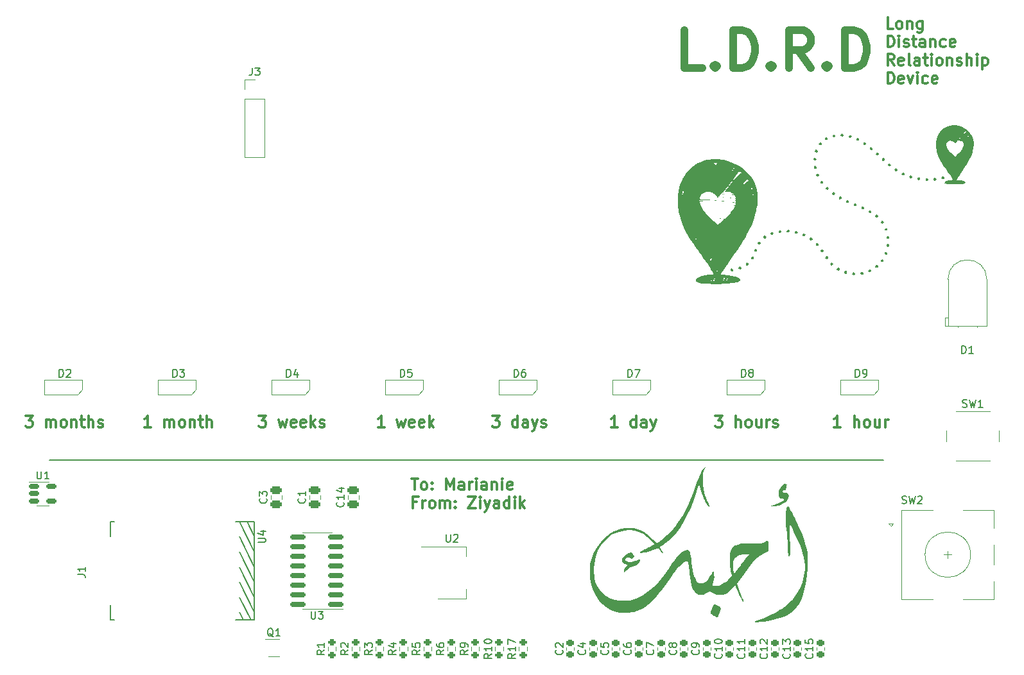
<source format=gto>
G04 #@! TF.GenerationSoftware,KiCad,Pcbnew,6.0.11*
G04 #@! TF.CreationDate,2023-04-26T05:07:28-07:00*
G04 #@! TF.ProjectId,ldrd,6c647264-2e6b-4696-9361-645f70636258,rev?*
G04 #@! TF.SameCoordinates,Original*
G04 #@! TF.FileFunction,Legend,Top*
G04 #@! TF.FilePolarity,Positive*
%FSLAX46Y46*%
G04 Gerber Fmt 4.6, Leading zero omitted, Abs format (unit mm)*
G04 Created by KiCad (PCBNEW 6.0.11) date 2023-04-26 05:07:28*
%MOMM*%
%LPD*%
G01*
G04 APERTURE LIST*
G04 Aperture macros list*
%AMRoundRect*
0 Rectangle with rounded corners*
0 $1 Rounding radius*
0 $2 $3 $4 $5 $6 $7 $8 $9 X,Y pos of 4 corners*
0 Add a 4 corners polygon primitive as box body*
4,1,4,$2,$3,$4,$5,$6,$7,$8,$9,$2,$3,0*
0 Add four circle primitives for the rounded corners*
1,1,$1+$1,$2,$3*
1,1,$1+$1,$4,$5*
1,1,$1+$1,$6,$7*
1,1,$1+$1,$8,$9*
0 Add four rect primitives between the rounded corners*
20,1,$1+$1,$2,$3,$4,$5,0*
20,1,$1+$1,$4,$5,$6,$7,0*
20,1,$1+$1,$6,$7,$8,$9,0*
20,1,$1+$1,$8,$9,$2,$3,0*%
%AMFreePoly0*
4,1,9,0.500000,-0.675000,-0.050000,-0.675000,-0.050000,-0.275000,-0.500000,-0.275000,-0.500000,0.275000,-0.050000,0.275000,-0.050000,0.525000,0.500000,0.525000,0.500000,-0.675000,0.500000,-0.675000,$1*%
%AMFreePoly1*
4,1,9,0.050000,0.275000,0.500000,0.275000,0.500000,-0.275000,0.050000,-0.275000,0.050000,-0.675000,-0.500000,-0.675000,-0.500000,0.525000,0.050000,0.525000,0.050000,0.275000,0.050000,0.275000,$1*%
G04 Aperture macros list end*
%ADD10C,0.200000*%
%ADD11C,0.300000*%
%ADD12C,1.000000*%
%ADD13C,0.150000*%
%ADD14C,0.120000*%
%ADD15C,0.100000*%
%ADD16C,3.500000*%
%ADD17RoundRect,0.250000X0.475000X-0.250000X0.475000X0.250000X-0.475000X0.250000X-0.475000X-0.250000X0*%
%ADD18RoundRect,0.225000X0.250000X-0.225000X0.250000X0.225000X-0.250000X0.225000X-0.250000X-0.225000X0*%
%ADD19FreePoly0,0.000000*%
%ADD20R,0.700000X1.200000*%
%ADD21R,0.450000X1.200000*%
%ADD22FreePoly1,0.000000*%
%ADD23RoundRect,0.200000X0.275000X-0.200000X0.275000X0.200000X-0.275000X0.200000X-0.275000X-0.200000X0*%
%ADD24RoundRect,0.200000X-0.275000X0.200000X-0.275000X-0.200000X0.275000X-0.200000X0.275000X0.200000X0*%
%ADD25R,2.000000X2.000000*%
%ADD26C,2.000000*%
%ADD27R,3.200000X2.000000*%
%ADD28RoundRect,0.150000X-0.512500X-0.150000X0.512500X-0.150000X0.512500X0.150000X-0.512500X0.150000X0*%
%ADD29RoundRect,0.150000X0.825000X0.150000X-0.825000X0.150000X-0.825000X-0.150000X0.825000X-0.150000X0*%
%ADD30R,1.800000X1.800000*%
%ADD31C,1.800000*%
%ADD32R,0.700000X2.100000*%
%ADD33R,2.100000X0.700000*%
%ADD34R,2.000000X1.500000*%
%ADD35R,2.000000X3.800000*%
%ADD36R,1.700000X1.700000*%
%ADD37O,1.700000X1.700000*%
%ADD38C,0.650000*%
%ADD39R,1.150000X0.600000*%
%ADD40R,1.150000X0.300000*%
%ADD41O,1.600000X1.000000*%
%ADD42O,2.100000X1.000000*%
%ADD43R,0.650000X0.400000*%
G04 APERTURE END LIST*
D10*
X105000000Y-120000000D02*
X215000000Y-120000000D01*
D11*
X152737857Y-122431071D02*
X153595000Y-122431071D01*
X153166428Y-123931071D02*
X153166428Y-122431071D01*
X154309285Y-123931071D02*
X154166428Y-123859642D01*
X154095000Y-123788214D01*
X154023571Y-123645357D01*
X154023571Y-123216785D01*
X154095000Y-123073928D01*
X154166428Y-123002500D01*
X154309285Y-122931071D01*
X154523571Y-122931071D01*
X154666428Y-123002500D01*
X154737857Y-123073928D01*
X154809285Y-123216785D01*
X154809285Y-123645357D01*
X154737857Y-123788214D01*
X154666428Y-123859642D01*
X154523571Y-123931071D01*
X154309285Y-123931071D01*
X155452142Y-123788214D02*
X155523571Y-123859642D01*
X155452142Y-123931071D01*
X155380714Y-123859642D01*
X155452142Y-123788214D01*
X155452142Y-123931071D01*
X155452142Y-123002500D02*
X155523571Y-123073928D01*
X155452142Y-123145357D01*
X155380714Y-123073928D01*
X155452142Y-123002500D01*
X155452142Y-123145357D01*
X157309285Y-123931071D02*
X157309285Y-122431071D01*
X157809285Y-123502500D01*
X158309285Y-122431071D01*
X158309285Y-123931071D01*
X159666428Y-123931071D02*
X159666428Y-123145357D01*
X159595000Y-123002500D01*
X159452142Y-122931071D01*
X159166428Y-122931071D01*
X159023571Y-123002500D01*
X159666428Y-123859642D02*
X159523571Y-123931071D01*
X159166428Y-123931071D01*
X159023571Y-123859642D01*
X158952142Y-123716785D01*
X158952142Y-123573928D01*
X159023571Y-123431071D01*
X159166428Y-123359642D01*
X159523571Y-123359642D01*
X159666428Y-123288214D01*
X160380714Y-123931071D02*
X160380714Y-122931071D01*
X160380714Y-123216785D02*
X160452142Y-123073928D01*
X160523571Y-123002500D01*
X160666428Y-122931071D01*
X160809285Y-122931071D01*
X161309285Y-123931071D02*
X161309285Y-122931071D01*
X161309285Y-122431071D02*
X161237857Y-122502500D01*
X161309285Y-122573928D01*
X161380714Y-122502500D01*
X161309285Y-122431071D01*
X161309285Y-122573928D01*
X162666428Y-123931071D02*
X162666428Y-123145357D01*
X162595000Y-123002500D01*
X162452142Y-122931071D01*
X162166428Y-122931071D01*
X162023571Y-123002500D01*
X162666428Y-123859642D02*
X162523571Y-123931071D01*
X162166428Y-123931071D01*
X162023571Y-123859642D01*
X161952142Y-123716785D01*
X161952142Y-123573928D01*
X162023571Y-123431071D01*
X162166428Y-123359642D01*
X162523571Y-123359642D01*
X162666428Y-123288214D01*
X163380714Y-122931071D02*
X163380714Y-123931071D01*
X163380714Y-123073928D02*
X163452142Y-123002500D01*
X163595000Y-122931071D01*
X163809285Y-122931071D01*
X163952142Y-123002500D01*
X164023571Y-123145357D01*
X164023571Y-123931071D01*
X164737857Y-123931071D02*
X164737857Y-122931071D01*
X164737857Y-122431071D02*
X164666428Y-122502500D01*
X164737857Y-122573928D01*
X164809285Y-122502500D01*
X164737857Y-122431071D01*
X164737857Y-122573928D01*
X166023571Y-123859642D02*
X165880714Y-123931071D01*
X165595000Y-123931071D01*
X165452142Y-123859642D01*
X165380714Y-123716785D01*
X165380714Y-123145357D01*
X165452142Y-123002500D01*
X165595000Y-122931071D01*
X165880714Y-122931071D01*
X166023571Y-123002500D01*
X166095000Y-123145357D01*
X166095000Y-123288214D01*
X165380714Y-123431071D01*
X153452142Y-125560357D02*
X152952142Y-125560357D01*
X152952142Y-126346071D02*
X152952142Y-124846071D01*
X153666428Y-124846071D01*
X154237857Y-126346071D02*
X154237857Y-125346071D01*
X154237857Y-125631785D02*
X154309285Y-125488928D01*
X154380714Y-125417500D01*
X154523571Y-125346071D01*
X154666428Y-125346071D01*
X155380714Y-126346071D02*
X155237857Y-126274642D01*
X155166428Y-126203214D01*
X155095000Y-126060357D01*
X155095000Y-125631785D01*
X155166428Y-125488928D01*
X155237857Y-125417500D01*
X155380714Y-125346071D01*
X155595000Y-125346071D01*
X155737857Y-125417500D01*
X155809285Y-125488928D01*
X155880714Y-125631785D01*
X155880714Y-126060357D01*
X155809285Y-126203214D01*
X155737857Y-126274642D01*
X155595000Y-126346071D01*
X155380714Y-126346071D01*
X156523571Y-126346071D02*
X156523571Y-125346071D01*
X156523571Y-125488928D02*
X156595000Y-125417500D01*
X156737857Y-125346071D01*
X156952142Y-125346071D01*
X157095000Y-125417500D01*
X157166428Y-125560357D01*
X157166428Y-126346071D01*
X157166428Y-125560357D02*
X157237857Y-125417500D01*
X157380714Y-125346071D01*
X157595000Y-125346071D01*
X157737857Y-125417500D01*
X157809285Y-125560357D01*
X157809285Y-126346071D01*
X158523571Y-126203214D02*
X158595000Y-126274642D01*
X158523571Y-126346071D01*
X158452142Y-126274642D01*
X158523571Y-126203214D01*
X158523571Y-126346071D01*
X158523571Y-125417500D02*
X158595000Y-125488928D01*
X158523571Y-125560357D01*
X158452142Y-125488928D01*
X158523571Y-125417500D01*
X158523571Y-125560357D01*
X160237857Y-124846071D02*
X161237857Y-124846071D01*
X160237857Y-126346071D01*
X161237857Y-126346071D01*
X161809285Y-126346071D02*
X161809285Y-125346071D01*
X161809285Y-124846071D02*
X161737857Y-124917500D01*
X161809285Y-124988928D01*
X161880714Y-124917500D01*
X161809285Y-124846071D01*
X161809285Y-124988928D01*
X162380714Y-125346071D02*
X162737857Y-126346071D01*
X163095000Y-125346071D02*
X162737857Y-126346071D01*
X162595000Y-126703214D01*
X162523571Y-126774642D01*
X162380714Y-126846071D01*
X164309285Y-126346071D02*
X164309285Y-125560357D01*
X164237857Y-125417500D01*
X164095000Y-125346071D01*
X163809285Y-125346071D01*
X163666428Y-125417500D01*
X164309285Y-126274642D02*
X164166428Y-126346071D01*
X163809285Y-126346071D01*
X163666428Y-126274642D01*
X163595000Y-126131785D01*
X163595000Y-125988928D01*
X163666428Y-125846071D01*
X163809285Y-125774642D01*
X164166428Y-125774642D01*
X164309285Y-125703214D01*
X165666428Y-126346071D02*
X165666428Y-124846071D01*
X165666428Y-126274642D02*
X165523571Y-126346071D01*
X165237857Y-126346071D01*
X165095000Y-126274642D01*
X165023571Y-126203214D01*
X164952142Y-126060357D01*
X164952142Y-125631785D01*
X165023571Y-125488928D01*
X165095000Y-125417500D01*
X165237857Y-125346071D01*
X165523571Y-125346071D01*
X165666428Y-125417500D01*
X166380714Y-126346071D02*
X166380714Y-125346071D01*
X166380714Y-124846071D02*
X166309285Y-124917500D01*
X166380714Y-124988928D01*
X166452142Y-124917500D01*
X166380714Y-124846071D01*
X166380714Y-124988928D01*
X167095000Y-126346071D02*
X167095000Y-124846071D01*
X167237857Y-125774642D02*
X167666428Y-126346071D01*
X167666428Y-125346071D02*
X167095000Y-125917500D01*
X163392857Y-114178571D02*
X164321428Y-114178571D01*
X163821428Y-114750000D01*
X164035714Y-114750000D01*
X164178571Y-114821428D01*
X164250000Y-114892857D01*
X164321428Y-115035714D01*
X164321428Y-115392857D01*
X164250000Y-115535714D01*
X164178571Y-115607142D01*
X164035714Y-115678571D01*
X163607142Y-115678571D01*
X163464285Y-115607142D01*
X163392857Y-115535714D01*
X166750000Y-115678571D02*
X166750000Y-114178571D01*
X166750000Y-115607142D02*
X166607142Y-115678571D01*
X166321428Y-115678571D01*
X166178571Y-115607142D01*
X166107142Y-115535714D01*
X166035714Y-115392857D01*
X166035714Y-114964285D01*
X166107142Y-114821428D01*
X166178571Y-114750000D01*
X166321428Y-114678571D01*
X166607142Y-114678571D01*
X166750000Y-114750000D01*
X168107142Y-115678571D02*
X168107142Y-114892857D01*
X168035714Y-114750000D01*
X167892857Y-114678571D01*
X167607142Y-114678571D01*
X167464285Y-114750000D01*
X168107142Y-115607142D02*
X167964285Y-115678571D01*
X167607142Y-115678571D01*
X167464285Y-115607142D01*
X167392857Y-115464285D01*
X167392857Y-115321428D01*
X167464285Y-115178571D01*
X167607142Y-115107142D01*
X167964285Y-115107142D01*
X168107142Y-115035714D01*
X168678571Y-114678571D02*
X169035714Y-115678571D01*
X169392857Y-114678571D02*
X169035714Y-115678571D01*
X168892857Y-116035714D01*
X168821428Y-116107142D01*
X168678571Y-116178571D01*
X169892857Y-115607142D02*
X170035714Y-115678571D01*
X170321428Y-115678571D01*
X170464285Y-115607142D01*
X170535714Y-115464285D01*
X170535714Y-115392857D01*
X170464285Y-115250000D01*
X170321428Y-115178571D01*
X170107142Y-115178571D01*
X169964285Y-115107142D01*
X169892857Y-114964285D01*
X169892857Y-114892857D01*
X169964285Y-114750000D01*
X170107142Y-114678571D01*
X170321428Y-114678571D01*
X170464285Y-114750000D01*
X209357142Y-115678571D02*
X208500000Y-115678571D01*
X208928571Y-115678571D02*
X208928571Y-114178571D01*
X208785714Y-114392857D01*
X208642857Y-114535714D01*
X208500000Y-114607142D01*
X211142857Y-115678571D02*
X211142857Y-114178571D01*
X211785714Y-115678571D02*
X211785714Y-114892857D01*
X211714285Y-114750000D01*
X211571428Y-114678571D01*
X211357142Y-114678571D01*
X211214285Y-114750000D01*
X211142857Y-114821428D01*
X212714285Y-115678571D02*
X212571428Y-115607142D01*
X212500000Y-115535714D01*
X212428571Y-115392857D01*
X212428571Y-114964285D01*
X212500000Y-114821428D01*
X212571428Y-114750000D01*
X212714285Y-114678571D01*
X212928571Y-114678571D01*
X213071428Y-114750000D01*
X213142857Y-114821428D01*
X213214285Y-114964285D01*
X213214285Y-115392857D01*
X213142857Y-115535714D01*
X213071428Y-115607142D01*
X212928571Y-115678571D01*
X212714285Y-115678571D01*
X214500000Y-114678571D02*
X214500000Y-115678571D01*
X213857142Y-114678571D02*
X213857142Y-115464285D01*
X213928571Y-115607142D01*
X214071428Y-115678571D01*
X214285714Y-115678571D01*
X214428571Y-115607142D01*
X214500000Y-115535714D01*
X215214285Y-115678571D02*
X215214285Y-114678571D01*
X215214285Y-114964285D02*
X215285714Y-114821428D01*
X215357142Y-114750000D01*
X215500000Y-114678571D01*
X215642857Y-114678571D01*
X179928571Y-115678571D02*
X179071428Y-115678571D01*
X179500000Y-115678571D02*
X179500000Y-114178571D01*
X179357142Y-114392857D01*
X179214285Y-114535714D01*
X179071428Y-114607142D01*
X182357142Y-115678571D02*
X182357142Y-114178571D01*
X182357142Y-115607142D02*
X182214285Y-115678571D01*
X181928571Y-115678571D01*
X181785714Y-115607142D01*
X181714285Y-115535714D01*
X181642857Y-115392857D01*
X181642857Y-114964285D01*
X181714285Y-114821428D01*
X181785714Y-114750000D01*
X181928571Y-114678571D01*
X182214285Y-114678571D01*
X182357142Y-114750000D01*
X183714285Y-115678571D02*
X183714285Y-114892857D01*
X183642857Y-114750000D01*
X183500000Y-114678571D01*
X183214285Y-114678571D01*
X183071428Y-114750000D01*
X183714285Y-115607142D02*
X183571428Y-115678571D01*
X183214285Y-115678571D01*
X183071428Y-115607142D01*
X183000000Y-115464285D01*
X183000000Y-115321428D01*
X183071428Y-115178571D01*
X183214285Y-115107142D01*
X183571428Y-115107142D01*
X183714285Y-115035714D01*
X184285714Y-114678571D02*
X184642857Y-115678571D01*
X185000000Y-114678571D02*
X184642857Y-115678571D01*
X184500000Y-116035714D01*
X184428571Y-116107142D01*
X184285714Y-116178571D01*
D12*
X191136190Y-68301904D02*
X188755238Y-68301904D01*
X188755238Y-63301904D01*
X192802857Y-67825714D02*
X193040952Y-68063809D01*
X192802857Y-68301904D01*
X192564761Y-68063809D01*
X192802857Y-67825714D01*
X192802857Y-68301904D01*
X195183809Y-68301904D02*
X195183809Y-63301904D01*
X196374285Y-63301904D01*
X197088571Y-63540000D01*
X197564761Y-64016190D01*
X197802857Y-64492380D01*
X198040952Y-65444761D01*
X198040952Y-66159047D01*
X197802857Y-67111428D01*
X197564761Y-67587619D01*
X197088571Y-68063809D01*
X196374285Y-68301904D01*
X195183809Y-68301904D01*
X200183809Y-67825714D02*
X200421904Y-68063809D01*
X200183809Y-68301904D01*
X199945714Y-68063809D01*
X200183809Y-67825714D01*
X200183809Y-68301904D01*
X205421904Y-68301904D02*
X203755238Y-65920952D01*
X202564761Y-68301904D02*
X202564761Y-63301904D01*
X204469523Y-63301904D01*
X204945714Y-63540000D01*
X205183809Y-63778095D01*
X205421904Y-64254285D01*
X205421904Y-64968571D01*
X205183809Y-65444761D01*
X204945714Y-65682857D01*
X204469523Y-65920952D01*
X202564761Y-65920952D01*
X207564761Y-67825714D02*
X207802857Y-68063809D01*
X207564761Y-68301904D01*
X207326666Y-68063809D01*
X207564761Y-67825714D01*
X207564761Y-68301904D01*
X209945714Y-68301904D02*
X209945714Y-63301904D01*
X211136190Y-63301904D01*
X211850476Y-63540000D01*
X212326666Y-64016190D01*
X212564761Y-64492380D01*
X212802857Y-65444761D01*
X212802857Y-66159047D01*
X212564761Y-67111428D01*
X212326666Y-67587619D01*
X211850476Y-68063809D01*
X211136190Y-68301904D01*
X209945714Y-68301904D01*
D11*
X101857142Y-114178571D02*
X102785714Y-114178571D01*
X102285714Y-114750000D01*
X102500000Y-114750000D01*
X102642857Y-114821428D01*
X102714285Y-114892857D01*
X102785714Y-115035714D01*
X102785714Y-115392857D01*
X102714285Y-115535714D01*
X102642857Y-115607142D01*
X102500000Y-115678571D01*
X102071428Y-115678571D01*
X101928571Y-115607142D01*
X101857142Y-115535714D01*
X104571428Y-115678571D02*
X104571428Y-114678571D01*
X104571428Y-114821428D02*
X104642857Y-114750000D01*
X104785714Y-114678571D01*
X105000000Y-114678571D01*
X105142857Y-114750000D01*
X105214285Y-114892857D01*
X105214285Y-115678571D01*
X105214285Y-114892857D02*
X105285714Y-114750000D01*
X105428571Y-114678571D01*
X105642857Y-114678571D01*
X105785714Y-114750000D01*
X105857142Y-114892857D01*
X105857142Y-115678571D01*
X106785714Y-115678571D02*
X106642857Y-115607142D01*
X106571428Y-115535714D01*
X106500000Y-115392857D01*
X106500000Y-114964285D01*
X106571428Y-114821428D01*
X106642857Y-114750000D01*
X106785714Y-114678571D01*
X107000000Y-114678571D01*
X107142857Y-114750000D01*
X107214285Y-114821428D01*
X107285714Y-114964285D01*
X107285714Y-115392857D01*
X107214285Y-115535714D01*
X107142857Y-115607142D01*
X107000000Y-115678571D01*
X106785714Y-115678571D01*
X107928571Y-114678571D02*
X107928571Y-115678571D01*
X107928571Y-114821428D02*
X108000000Y-114750000D01*
X108142857Y-114678571D01*
X108357142Y-114678571D01*
X108500000Y-114750000D01*
X108571428Y-114892857D01*
X108571428Y-115678571D01*
X109071428Y-114678571D02*
X109642857Y-114678571D01*
X109285714Y-114178571D02*
X109285714Y-115464285D01*
X109357142Y-115607142D01*
X109500000Y-115678571D01*
X109642857Y-115678571D01*
X110142857Y-115678571D02*
X110142857Y-114178571D01*
X110785714Y-115678571D02*
X110785714Y-114892857D01*
X110714285Y-114750000D01*
X110571428Y-114678571D01*
X110357142Y-114678571D01*
X110214285Y-114750000D01*
X110142857Y-114821428D01*
X111428571Y-115607142D02*
X111571428Y-115678571D01*
X111857142Y-115678571D01*
X112000000Y-115607142D01*
X112071428Y-115464285D01*
X112071428Y-115392857D01*
X112000000Y-115250000D01*
X111857142Y-115178571D01*
X111642857Y-115178571D01*
X111500000Y-115107142D01*
X111428571Y-114964285D01*
X111428571Y-114892857D01*
X111500000Y-114750000D01*
X111642857Y-114678571D01*
X111857142Y-114678571D01*
X112000000Y-114750000D01*
X132642857Y-114178571D02*
X133571428Y-114178571D01*
X133071428Y-114750000D01*
X133285714Y-114750000D01*
X133428571Y-114821428D01*
X133500000Y-114892857D01*
X133571428Y-115035714D01*
X133571428Y-115392857D01*
X133500000Y-115535714D01*
X133428571Y-115607142D01*
X133285714Y-115678571D01*
X132857142Y-115678571D01*
X132714285Y-115607142D01*
X132642857Y-115535714D01*
X135214285Y-114678571D02*
X135500000Y-115678571D01*
X135785714Y-114964285D01*
X136071428Y-115678571D01*
X136357142Y-114678571D01*
X137500000Y-115607142D02*
X137357142Y-115678571D01*
X137071428Y-115678571D01*
X136928571Y-115607142D01*
X136857142Y-115464285D01*
X136857142Y-114892857D01*
X136928571Y-114750000D01*
X137071428Y-114678571D01*
X137357142Y-114678571D01*
X137500000Y-114750000D01*
X137571428Y-114892857D01*
X137571428Y-115035714D01*
X136857142Y-115178571D01*
X138785714Y-115607142D02*
X138642857Y-115678571D01*
X138357142Y-115678571D01*
X138214285Y-115607142D01*
X138142857Y-115464285D01*
X138142857Y-114892857D01*
X138214285Y-114750000D01*
X138357142Y-114678571D01*
X138642857Y-114678571D01*
X138785714Y-114750000D01*
X138857142Y-114892857D01*
X138857142Y-115035714D01*
X138142857Y-115178571D01*
X139500000Y-115678571D02*
X139500000Y-114178571D01*
X139642857Y-115107142D02*
X140071428Y-115678571D01*
X140071428Y-114678571D02*
X139500000Y-115250000D01*
X140642857Y-115607142D02*
X140785714Y-115678571D01*
X141071428Y-115678571D01*
X141214285Y-115607142D01*
X141285714Y-115464285D01*
X141285714Y-115392857D01*
X141214285Y-115250000D01*
X141071428Y-115178571D01*
X140857142Y-115178571D01*
X140714285Y-115107142D01*
X140642857Y-114964285D01*
X140642857Y-114892857D01*
X140714285Y-114750000D01*
X140857142Y-114678571D01*
X141071428Y-114678571D01*
X141214285Y-114750000D01*
X192821428Y-114178571D02*
X193750000Y-114178571D01*
X193250000Y-114750000D01*
X193464285Y-114750000D01*
X193607142Y-114821428D01*
X193678571Y-114892857D01*
X193750000Y-115035714D01*
X193750000Y-115392857D01*
X193678571Y-115535714D01*
X193607142Y-115607142D01*
X193464285Y-115678571D01*
X193035714Y-115678571D01*
X192892857Y-115607142D01*
X192821428Y-115535714D01*
X195535714Y-115678571D02*
X195535714Y-114178571D01*
X196178571Y-115678571D02*
X196178571Y-114892857D01*
X196107142Y-114750000D01*
X195964285Y-114678571D01*
X195750000Y-114678571D01*
X195607142Y-114750000D01*
X195535714Y-114821428D01*
X197107142Y-115678571D02*
X196964285Y-115607142D01*
X196892857Y-115535714D01*
X196821428Y-115392857D01*
X196821428Y-114964285D01*
X196892857Y-114821428D01*
X196964285Y-114750000D01*
X197107142Y-114678571D01*
X197321428Y-114678571D01*
X197464285Y-114750000D01*
X197535714Y-114821428D01*
X197607142Y-114964285D01*
X197607142Y-115392857D01*
X197535714Y-115535714D01*
X197464285Y-115607142D01*
X197321428Y-115678571D01*
X197107142Y-115678571D01*
X198892857Y-114678571D02*
X198892857Y-115678571D01*
X198250000Y-114678571D02*
X198250000Y-115464285D01*
X198321428Y-115607142D01*
X198464285Y-115678571D01*
X198678571Y-115678571D01*
X198821428Y-115607142D01*
X198892857Y-115535714D01*
X199607142Y-115678571D02*
X199607142Y-114678571D01*
X199607142Y-114964285D02*
X199678571Y-114821428D01*
X199750000Y-114750000D01*
X199892857Y-114678571D01*
X200035714Y-114678571D01*
X200464285Y-115607142D02*
X200607142Y-115678571D01*
X200892857Y-115678571D01*
X201035714Y-115607142D01*
X201107142Y-115464285D01*
X201107142Y-115392857D01*
X201035714Y-115250000D01*
X200892857Y-115178571D01*
X200678571Y-115178571D01*
X200535714Y-115107142D01*
X200464285Y-114964285D01*
X200464285Y-114892857D01*
X200535714Y-114750000D01*
X200678571Y-114678571D01*
X200892857Y-114678571D01*
X201035714Y-114750000D01*
X118392857Y-115678571D02*
X117535714Y-115678571D01*
X117964285Y-115678571D02*
X117964285Y-114178571D01*
X117821428Y-114392857D01*
X117678571Y-114535714D01*
X117535714Y-114607142D01*
X120178571Y-115678571D02*
X120178571Y-114678571D01*
X120178571Y-114821428D02*
X120250000Y-114750000D01*
X120392857Y-114678571D01*
X120607142Y-114678571D01*
X120750000Y-114750000D01*
X120821428Y-114892857D01*
X120821428Y-115678571D01*
X120821428Y-114892857D02*
X120892857Y-114750000D01*
X121035714Y-114678571D01*
X121250000Y-114678571D01*
X121392857Y-114750000D01*
X121464285Y-114892857D01*
X121464285Y-115678571D01*
X122392857Y-115678571D02*
X122250000Y-115607142D01*
X122178571Y-115535714D01*
X122107142Y-115392857D01*
X122107142Y-114964285D01*
X122178571Y-114821428D01*
X122250000Y-114750000D01*
X122392857Y-114678571D01*
X122607142Y-114678571D01*
X122750000Y-114750000D01*
X122821428Y-114821428D01*
X122892857Y-114964285D01*
X122892857Y-115392857D01*
X122821428Y-115535714D01*
X122750000Y-115607142D01*
X122607142Y-115678571D01*
X122392857Y-115678571D01*
X123535714Y-114678571D02*
X123535714Y-115678571D01*
X123535714Y-114821428D02*
X123607142Y-114750000D01*
X123750000Y-114678571D01*
X123964285Y-114678571D01*
X124107142Y-114750000D01*
X124178571Y-114892857D01*
X124178571Y-115678571D01*
X124678571Y-114678571D02*
X125250000Y-114678571D01*
X124892857Y-114178571D02*
X124892857Y-115464285D01*
X124964285Y-115607142D01*
X125107142Y-115678571D01*
X125250000Y-115678571D01*
X125750000Y-115678571D02*
X125750000Y-114178571D01*
X126392857Y-115678571D02*
X126392857Y-114892857D01*
X126321428Y-114750000D01*
X126178571Y-114678571D01*
X125964285Y-114678571D01*
X125821428Y-114750000D01*
X125750000Y-114821428D01*
X149178571Y-115678571D02*
X148321428Y-115678571D01*
X148750000Y-115678571D02*
X148750000Y-114178571D01*
X148607142Y-114392857D01*
X148464285Y-114535714D01*
X148321428Y-114607142D01*
X150821428Y-114678571D02*
X151107142Y-115678571D01*
X151392857Y-114964285D01*
X151678571Y-115678571D01*
X151964285Y-114678571D01*
X153107142Y-115607142D02*
X152964285Y-115678571D01*
X152678571Y-115678571D01*
X152535714Y-115607142D01*
X152464285Y-115464285D01*
X152464285Y-114892857D01*
X152535714Y-114750000D01*
X152678571Y-114678571D01*
X152964285Y-114678571D01*
X153107142Y-114750000D01*
X153178571Y-114892857D01*
X153178571Y-115035714D01*
X152464285Y-115178571D01*
X154392857Y-115607142D02*
X154250000Y-115678571D01*
X153964285Y-115678571D01*
X153821428Y-115607142D01*
X153750000Y-115464285D01*
X153750000Y-114892857D01*
X153821428Y-114750000D01*
X153964285Y-114678571D01*
X154250000Y-114678571D01*
X154392857Y-114750000D01*
X154464285Y-114892857D01*
X154464285Y-115035714D01*
X153750000Y-115178571D01*
X155107142Y-115678571D02*
X155107142Y-114178571D01*
X155250000Y-115107142D02*
X155678571Y-115678571D01*
X155678571Y-114678571D02*
X155107142Y-115250000D01*
X216266428Y-63096071D02*
X215552142Y-63096071D01*
X215552142Y-61596071D01*
X216980714Y-63096071D02*
X216837857Y-63024642D01*
X216766428Y-62953214D01*
X216695000Y-62810357D01*
X216695000Y-62381785D01*
X216766428Y-62238928D01*
X216837857Y-62167500D01*
X216980714Y-62096071D01*
X217195000Y-62096071D01*
X217337857Y-62167500D01*
X217409285Y-62238928D01*
X217480714Y-62381785D01*
X217480714Y-62810357D01*
X217409285Y-62953214D01*
X217337857Y-63024642D01*
X217195000Y-63096071D01*
X216980714Y-63096071D01*
X218123571Y-62096071D02*
X218123571Y-63096071D01*
X218123571Y-62238928D02*
X218195000Y-62167500D01*
X218337857Y-62096071D01*
X218552142Y-62096071D01*
X218695000Y-62167500D01*
X218766428Y-62310357D01*
X218766428Y-63096071D01*
X220123571Y-62096071D02*
X220123571Y-63310357D01*
X220052142Y-63453214D01*
X219980714Y-63524642D01*
X219837857Y-63596071D01*
X219623571Y-63596071D01*
X219480714Y-63524642D01*
X220123571Y-63024642D02*
X219980714Y-63096071D01*
X219695000Y-63096071D01*
X219552142Y-63024642D01*
X219480714Y-62953214D01*
X219409285Y-62810357D01*
X219409285Y-62381785D01*
X219480714Y-62238928D01*
X219552142Y-62167500D01*
X219695000Y-62096071D01*
X219980714Y-62096071D01*
X220123571Y-62167500D01*
X215552142Y-65511071D02*
X215552142Y-64011071D01*
X215909285Y-64011071D01*
X216123571Y-64082500D01*
X216266428Y-64225357D01*
X216337857Y-64368214D01*
X216409285Y-64653928D01*
X216409285Y-64868214D01*
X216337857Y-65153928D01*
X216266428Y-65296785D01*
X216123571Y-65439642D01*
X215909285Y-65511071D01*
X215552142Y-65511071D01*
X217052142Y-65511071D02*
X217052142Y-64511071D01*
X217052142Y-64011071D02*
X216980714Y-64082500D01*
X217052142Y-64153928D01*
X217123571Y-64082500D01*
X217052142Y-64011071D01*
X217052142Y-64153928D01*
X217695000Y-65439642D02*
X217837857Y-65511071D01*
X218123571Y-65511071D01*
X218266428Y-65439642D01*
X218337857Y-65296785D01*
X218337857Y-65225357D01*
X218266428Y-65082500D01*
X218123571Y-65011071D01*
X217909285Y-65011071D01*
X217766428Y-64939642D01*
X217695000Y-64796785D01*
X217695000Y-64725357D01*
X217766428Y-64582500D01*
X217909285Y-64511071D01*
X218123571Y-64511071D01*
X218266428Y-64582500D01*
X218766428Y-64511071D02*
X219337857Y-64511071D01*
X218980714Y-64011071D02*
X218980714Y-65296785D01*
X219052142Y-65439642D01*
X219195000Y-65511071D01*
X219337857Y-65511071D01*
X220480714Y-65511071D02*
X220480714Y-64725357D01*
X220409285Y-64582500D01*
X220266428Y-64511071D01*
X219980714Y-64511071D01*
X219837857Y-64582500D01*
X220480714Y-65439642D02*
X220337857Y-65511071D01*
X219980714Y-65511071D01*
X219837857Y-65439642D01*
X219766428Y-65296785D01*
X219766428Y-65153928D01*
X219837857Y-65011071D01*
X219980714Y-64939642D01*
X220337857Y-64939642D01*
X220480714Y-64868214D01*
X221195000Y-64511071D02*
X221195000Y-65511071D01*
X221195000Y-64653928D02*
X221266428Y-64582500D01*
X221409285Y-64511071D01*
X221623571Y-64511071D01*
X221766428Y-64582500D01*
X221837857Y-64725357D01*
X221837857Y-65511071D01*
X223195000Y-65439642D02*
X223052142Y-65511071D01*
X222766428Y-65511071D01*
X222623571Y-65439642D01*
X222552142Y-65368214D01*
X222480714Y-65225357D01*
X222480714Y-64796785D01*
X222552142Y-64653928D01*
X222623571Y-64582500D01*
X222766428Y-64511071D01*
X223052142Y-64511071D01*
X223195000Y-64582500D01*
X224409285Y-65439642D02*
X224266428Y-65511071D01*
X223980714Y-65511071D01*
X223837857Y-65439642D01*
X223766428Y-65296785D01*
X223766428Y-64725357D01*
X223837857Y-64582500D01*
X223980714Y-64511071D01*
X224266428Y-64511071D01*
X224409285Y-64582500D01*
X224480714Y-64725357D01*
X224480714Y-64868214D01*
X223766428Y-65011071D01*
X216409285Y-67926071D02*
X215909285Y-67211785D01*
X215552142Y-67926071D02*
X215552142Y-66426071D01*
X216123571Y-66426071D01*
X216266428Y-66497500D01*
X216337857Y-66568928D01*
X216409285Y-66711785D01*
X216409285Y-66926071D01*
X216337857Y-67068928D01*
X216266428Y-67140357D01*
X216123571Y-67211785D01*
X215552142Y-67211785D01*
X217623571Y-67854642D02*
X217480714Y-67926071D01*
X217195000Y-67926071D01*
X217052142Y-67854642D01*
X216980714Y-67711785D01*
X216980714Y-67140357D01*
X217052142Y-66997500D01*
X217195000Y-66926071D01*
X217480714Y-66926071D01*
X217623571Y-66997500D01*
X217695000Y-67140357D01*
X217695000Y-67283214D01*
X216980714Y-67426071D01*
X218552142Y-67926071D02*
X218409285Y-67854642D01*
X218337857Y-67711785D01*
X218337857Y-66426071D01*
X219766428Y-67926071D02*
X219766428Y-67140357D01*
X219695000Y-66997500D01*
X219552142Y-66926071D01*
X219266428Y-66926071D01*
X219123571Y-66997500D01*
X219766428Y-67854642D02*
X219623571Y-67926071D01*
X219266428Y-67926071D01*
X219123571Y-67854642D01*
X219052142Y-67711785D01*
X219052142Y-67568928D01*
X219123571Y-67426071D01*
X219266428Y-67354642D01*
X219623571Y-67354642D01*
X219766428Y-67283214D01*
X220266428Y-66926071D02*
X220837857Y-66926071D01*
X220480714Y-66426071D02*
X220480714Y-67711785D01*
X220552142Y-67854642D01*
X220695000Y-67926071D01*
X220837857Y-67926071D01*
X221337857Y-67926071D02*
X221337857Y-66926071D01*
X221337857Y-66426071D02*
X221266428Y-66497500D01*
X221337857Y-66568928D01*
X221409285Y-66497500D01*
X221337857Y-66426071D01*
X221337857Y-66568928D01*
X222266428Y-67926071D02*
X222123571Y-67854642D01*
X222052142Y-67783214D01*
X221980714Y-67640357D01*
X221980714Y-67211785D01*
X222052142Y-67068928D01*
X222123571Y-66997500D01*
X222266428Y-66926071D01*
X222480714Y-66926071D01*
X222623571Y-66997500D01*
X222695000Y-67068928D01*
X222766428Y-67211785D01*
X222766428Y-67640357D01*
X222695000Y-67783214D01*
X222623571Y-67854642D01*
X222480714Y-67926071D01*
X222266428Y-67926071D01*
X223409285Y-66926071D02*
X223409285Y-67926071D01*
X223409285Y-67068928D02*
X223480714Y-66997500D01*
X223623571Y-66926071D01*
X223837857Y-66926071D01*
X223980714Y-66997500D01*
X224052142Y-67140357D01*
X224052142Y-67926071D01*
X224695000Y-67854642D02*
X224837857Y-67926071D01*
X225123571Y-67926071D01*
X225266428Y-67854642D01*
X225337857Y-67711785D01*
X225337857Y-67640357D01*
X225266428Y-67497500D01*
X225123571Y-67426071D01*
X224909285Y-67426071D01*
X224766428Y-67354642D01*
X224695000Y-67211785D01*
X224695000Y-67140357D01*
X224766428Y-66997500D01*
X224909285Y-66926071D01*
X225123571Y-66926071D01*
X225266428Y-66997500D01*
X225980714Y-67926071D02*
X225980714Y-66426071D01*
X226623571Y-67926071D02*
X226623571Y-67140357D01*
X226552142Y-66997500D01*
X226409285Y-66926071D01*
X226195000Y-66926071D01*
X226052142Y-66997500D01*
X225980714Y-67068928D01*
X227337857Y-67926071D02*
X227337857Y-66926071D01*
X227337857Y-66426071D02*
X227266428Y-66497500D01*
X227337857Y-66568928D01*
X227409285Y-66497500D01*
X227337857Y-66426071D01*
X227337857Y-66568928D01*
X228052142Y-66926071D02*
X228052142Y-68426071D01*
X228052142Y-66997500D02*
X228195000Y-66926071D01*
X228480714Y-66926071D01*
X228623571Y-66997500D01*
X228695000Y-67068928D01*
X228766428Y-67211785D01*
X228766428Y-67640357D01*
X228695000Y-67783214D01*
X228623571Y-67854642D01*
X228480714Y-67926071D01*
X228195000Y-67926071D01*
X228052142Y-67854642D01*
X215552142Y-70341071D02*
X215552142Y-68841071D01*
X215909285Y-68841071D01*
X216123571Y-68912500D01*
X216266428Y-69055357D01*
X216337857Y-69198214D01*
X216409285Y-69483928D01*
X216409285Y-69698214D01*
X216337857Y-69983928D01*
X216266428Y-70126785D01*
X216123571Y-70269642D01*
X215909285Y-70341071D01*
X215552142Y-70341071D01*
X217623571Y-70269642D02*
X217480714Y-70341071D01*
X217195000Y-70341071D01*
X217052142Y-70269642D01*
X216980714Y-70126785D01*
X216980714Y-69555357D01*
X217052142Y-69412500D01*
X217195000Y-69341071D01*
X217480714Y-69341071D01*
X217623571Y-69412500D01*
X217695000Y-69555357D01*
X217695000Y-69698214D01*
X216980714Y-69841071D01*
X218195000Y-69341071D02*
X218552142Y-70341071D01*
X218909285Y-69341071D01*
X219480714Y-70341071D02*
X219480714Y-69341071D01*
X219480714Y-68841071D02*
X219409285Y-68912500D01*
X219480714Y-68983928D01*
X219552142Y-68912500D01*
X219480714Y-68841071D01*
X219480714Y-68983928D01*
X220837857Y-70269642D02*
X220695000Y-70341071D01*
X220409285Y-70341071D01*
X220266428Y-70269642D01*
X220195000Y-70198214D01*
X220123571Y-70055357D01*
X220123571Y-69626785D01*
X220195000Y-69483928D01*
X220266428Y-69412500D01*
X220409285Y-69341071D01*
X220695000Y-69341071D01*
X220837857Y-69412500D01*
X222052142Y-70269642D02*
X221909285Y-70341071D01*
X221623571Y-70341071D01*
X221480714Y-70269642D01*
X221409285Y-70126785D01*
X221409285Y-69555357D01*
X221480714Y-69412500D01*
X221623571Y-69341071D01*
X221909285Y-69341071D01*
X222052142Y-69412500D01*
X222123571Y-69555357D01*
X222123571Y-69698214D01*
X221409285Y-69841071D01*
D13*
X133607142Y-125086666D02*
X133654761Y-125134285D01*
X133702380Y-125277142D01*
X133702380Y-125372380D01*
X133654761Y-125515238D01*
X133559523Y-125610476D01*
X133464285Y-125658095D01*
X133273809Y-125705714D01*
X133130952Y-125705714D01*
X132940476Y-125658095D01*
X132845238Y-125610476D01*
X132750000Y-125515238D01*
X132702380Y-125372380D01*
X132702380Y-125277142D01*
X132750000Y-125134285D01*
X132797619Y-125086666D01*
X132702380Y-124753333D02*
X132702380Y-124134285D01*
X133083333Y-124467619D01*
X133083333Y-124324761D01*
X133130952Y-124229523D01*
X133178571Y-124181904D01*
X133273809Y-124134285D01*
X133511904Y-124134285D01*
X133607142Y-124181904D01*
X133654761Y-124229523D01*
X133702380Y-124324761D01*
X133702380Y-124610476D01*
X133654761Y-124705714D01*
X133607142Y-124753333D01*
X202609862Y-145563437D02*
X202657481Y-145611056D01*
X202705100Y-145753913D01*
X202705100Y-145849151D01*
X202657481Y-145992008D01*
X202562243Y-146087246D01*
X202467005Y-146134865D01*
X202276529Y-146182484D01*
X202133672Y-146182484D01*
X201943196Y-146134865D01*
X201847958Y-146087246D01*
X201752720Y-145992008D01*
X201705100Y-145849151D01*
X201705100Y-145753913D01*
X201752720Y-145611056D01*
X201800339Y-145563437D01*
X202705100Y-144611056D02*
X202705100Y-145182484D01*
X202705100Y-144896770D02*
X201705100Y-144896770D01*
X201847958Y-144992008D01*
X201943196Y-145087246D01*
X201990815Y-145182484D01*
X201705100Y-144277722D02*
X201705100Y-143658675D01*
X202086053Y-143992008D01*
X202086053Y-143849151D01*
X202133672Y-143753913D01*
X202181291Y-143706294D01*
X202276529Y-143658675D01*
X202514624Y-143658675D01*
X202609862Y-143706294D01*
X202657481Y-143753913D01*
X202705100Y-143849151D01*
X202705100Y-144134865D01*
X202657481Y-144230103D01*
X202609862Y-144277722D01*
X211293904Y-109055380D02*
X211293904Y-108055380D01*
X211532000Y-108055380D01*
X211674857Y-108103000D01*
X211770095Y-108198238D01*
X211817714Y-108293476D01*
X211865333Y-108483952D01*
X211865333Y-108626809D01*
X211817714Y-108817285D01*
X211770095Y-108912523D01*
X211674857Y-109007761D01*
X211532000Y-109055380D01*
X211293904Y-109055380D01*
X212341523Y-109055380D02*
X212532000Y-109055380D01*
X212627238Y-109007761D01*
X212674857Y-108960142D01*
X212770095Y-108817285D01*
X212817714Y-108626809D01*
X212817714Y-108245857D01*
X212770095Y-108150619D01*
X212722476Y-108103000D01*
X212627238Y-108055380D01*
X212436761Y-108055380D01*
X212341523Y-108103000D01*
X212293904Y-108150619D01*
X212246285Y-108245857D01*
X212246285Y-108483952D01*
X212293904Y-108579190D01*
X212341523Y-108626809D01*
X212436761Y-108674428D01*
X212627238Y-108674428D01*
X212722476Y-108626809D01*
X212770095Y-108579190D01*
X212817714Y-108483952D01*
X150721755Y-145087246D02*
X150245565Y-145420580D01*
X150721755Y-145658675D02*
X149721755Y-145658675D01*
X149721755Y-145277722D01*
X149769375Y-145182484D01*
X149816994Y-145134865D01*
X149912232Y-145087246D01*
X150055089Y-145087246D01*
X150150327Y-145134865D01*
X150197946Y-145182484D01*
X150245565Y-145277722D01*
X150245565Y-145658675D01*
X150055089Y-144230103D02*
X150721755Y-144230103D01*
X149674136Y-144468199D02*
X150388422Y-144706294D01*
X150388422Y-144087246D01*
X199612590Y-145563437D02*
X199660209Y-145611056D01*
X199707828Y-145753913D01*
X199707828Y-145849151D01*
X199660209Y-145992008D01*
X199564971Y-146087246D01*
X199469733Y-146134865D01*
X199279257Y-146182484D01*
X199136400Y-146182484D01*
X198945924Y-146134865D01*
X198850686Y-146087246D01*
X198755448Y-145992008D01*
X198707828Y-145849151D01*
X198707828Y-145753913D01*
X198755448Y-145611056D01*
X198803067Y-145563437D01*
X199707828Y-144611056D02*
X199707828Y-145182484D01*
X199707828Y-144896770D02*
X198707828Y-144896770D01*
X198850686Y-144992008D01*
X198945924Y-145087246D01*
X198993543Y-145182484D01*
X198803067Y-144230103D02*
X198755448Y-144182484D01*
X198707828Y-144087246D01*
X198707828Y-143849151D01*
X198755448Y-143753913D01*
X198803067Y-143706294D01*
X198898305Y-143658675D01*
X198993543Y-143658675D01*
X199136400Y-143706294D01*
X199707828Y-144277722D01*
X199707828Y-143658675D01*
X166487380Y-145563437D02*
X166011190Y-145896770D01*
X166487380Y-146134865D02*
X165487380Y-146134865D01*
X165487380Y-145753913D01*
X165535000Y-145658675D01*
X165582619Y-145611056D01*
X165677857Y-145563437D01*
X165820714Y-145563437D01*
X165915952Y-145611056D01*
X165963571Y-145658675D01*
X166011190Y-145753913D01*
X166011190Y-146134865D01*
X166487380Y-144611056D02*
X166487380Y-145182484D01*
X166487380Y-144896770D02*
X165487380Y-144896770D01*
X165630238Y-144992008D01*
X165725476Y-145087246D01*
X165773095Y-145182484D01*
X165487380Y-144277722D02*
X165487380Y-143611056D01*
X166487380Y-144039627D01*
X157028005Y-145087246D02*
X156551815Y-145420580D01*
X157028005Y-145658675D02*
X156028005Y-145658675D01*
X156028005Y-145277722D01*
X156075625Y-145182484D01*
X156123244Y-145134865D01*
X156218482Y-145087246D01*
X156361339Y-145087246D01*
X156456577Y-145134865D01*
X156504196Y-145182484D01*
X156551815Y-145277722D01*
X156551815Y-145658675D01*
X156028005Y-144230103D02*
X156028005Y-144420580D01*
X156075625Y-144515818D01*
X156123244Y-144563437D01*
X156266101Y-144658675D01*
X156456577Y-144706294D01*
X156837529Y-144706294D01*
X156932767Y-144658675D01*
X156980386Y-144611056D01*
X157028005Y-144515818D01*
X157028005Y-144325341D01*
X156980386Y-144230103D01*
X156932767Y-144182484D01*
X156837529Y-144134865D01*
X156599434Y-144134865D01*
X156504196Y-144182484D01*
X156456577Y-144230103D01*
X156408958Y-144325341D01*
X156408958Y-144515818D01*
X156456577Y-144611056D01*
X156504196Y-144658675D01*
X156599434Y-144706294D01*
X205607142Y-145563437D02*
X205654761Y-145611056D01*
X205702380Y-145753913D01*
X205702380Y-145849151D01*
X205654761Y-145992008D01*
X205559523Y-146087246D01*
X205464285Y-146134865D01*
X205273809Y-146182484D01*
X205130952Y-146182484D01*
X204940476Y-146134865D01*
X204845238Y-146087246D01*
X204750000Y-145992008D01*
X204702380Y-145849151D01*
X204702380Y-145753913D01*
X204750000Y-145611056D01*
X204797619Y-145563437D01*
X205702380Y-144611056D02*
X205702380Y-145182484D01*
X205702380Y-144896770D02*
X204702380Y-144896770D01*
X204845238Y-144992008D01*
X204940476Y-145087246D01*
X204988095Y-145182484D01*
X204702380Y-143706294D02*
X204702380Y-144182484D01*
X205178571Y-144230103D01*
X205130952Y-144182484D01*
X205083333Y-144087246D01*
X205083333Y-143849151D01*
X205130952Y-143753913D01*
X205178571Y-143706294D01*
X205273809Y-143658675D01*
X205511904Y-143658675D01*
X205607142Y-143706294D01*
X205654761Y-143753913D01*
X205702380Y-143849151D01*
X205702380Y-144087246D01*
X205654761Y-144182484D01*
X205607142Y-144230103D01*
X196615318Y-145563437D02*
X196662937Y-145611056D01*
X196710556Y-145753913D01*
X196710556Y-145849151D01*
X196662937Y-145992008D01*
X196567699Y-146087246D01*
X196472461Y-146134865D01*
X196281985Y-146182484D01*
X196139128Y-146182484D01*
X195948652Y-146134865D01*
X195853414Y-146087246D01*
X195758176Y-145992008D01*
X195710556Y-145849151D01*
X195710556Y-145753913D01*
X195758176Y-145611056D01*
X195805795Y-145563437D01*
X196710556Y-144611056D02*
X196710556Y-145182484D01*
X196710556Y-144896770D02*
X195710556Y-144896770D01*
X195853414Y-144992008D01*
X195948652Y-145087246D01*
X195996271Y-145182484D01*
X196710556Y-143658675D02*
X196710556Y-144230103D01*
X196710556Y-143944389D02*
X195710556Y-143944389D01*
X195853414Y-144039627D01*
X195948652Y-144134865D01*
X195996271Y-144230103D01*
X141276638Y-145087246D02*
X140800448Y-145420580D01*
X141276638Y-145658675D02*
X140276638Y-145658675D01*
X140276638Y-145277722D01*
X140324258Y-145182484D01*
X140371877Y-145134865D01*
X140467115Y-145087246D01*
X140609972Y-145087246D01*
X140705210Y-145134865D01*
X140752829Y-145182484D01*
X140800448Y-145277722D01*
X140800448Y-145658675D01*
X141276638Y-144134865D02*
X141276638Y-144706294D01*
X141276638Y-144420580D02*
X140276638Y-144420580D01*
X140419496Y-144515818D01*
X140514734Y-144611056D01*
X140562353Y-144706294D01*
X217446666Y-125704761D02*
X217589523Y-125752380D01*
X217827619Y-125752380D01*
X217922857Y-125704761D01*
X217970476Y-125657142D01*
X218018095Y-125561904D01*
X218018095Y-125466666D01*
X217970476Y-125371428D01*
X217922857Y-125323809D01*
X217827619Y-125276190D01*
X217637142Y-125228571D01*
X217541904Y-125180952D01*
X217494285Y-125133333D01*
X217446666Y-125038095D01*
X217446666Y-124942857D01*
X217494285Y-124847619D01*
X217541904Y-124800000D01*
X217637142Y-124752380D01*
X217875238Y-124752380D01*
X218018095Y-124800000D01*
X218351428Y-124752380D02*
X218589523Y-125752380D01*
X218780000Y-125038095D01*
X218970476Y-125752380D01*
X219208571Y-124752380D01*
X219541904Y-124847619D02*
X219589523Y-124800000D01*
X219684761Y-124752380D01*
X219922857Y-124752380D01*
X220018095Y-124800000D01*
X220065714Y-124847619D01*
X220113333Y-124942857D01*
X220113333Y-125038095D01*
X220065714Y-125180952D01*
X219494285Y-125752380D01*
X220113333Y-125752380D01*
X103378095Y-121512380D02*
X103378095Y-122321904D01*
X103425714Y-122417142D01*
X103473333Y-122464761D01*
X103568571Y-122512380D01*
X103759047Y-122512380D01*
X103854285Y-122464761D01*
X103901904Y-122417142D01*
X103949523Y-122321904D01*
X103949523Y-121512380D01*
X104949523Y-122512380D02*
X104378095Y-122512380D01*
X104663809Y-122512380D02*
X104663809Y-121512380D01*
X104568571Y-121655238D01*
X104473333Y-121750476D01*
X104378095Y-121798095D01*
X139528095Y-139972380D02*
X139528095Y-140781904D01*
X139575714Y-140877142D01*
X139623333Y-140924761D01*
X139718571Y-140972380D01*
X139909047Y-140972380D01*
X140004285Y-140924761D01*
X140051904Y-140877142D01*
X140099523Y-140781904D01*
X140099523Y-139972380D01*
X140480476Y-139972380D02*
X141099523Y-139972380D01*
X140766190Y-140353333D01*
X140909047Y-140353333D01*
X141004285Y-140400952D01*
X141051904Y-140448571D01*
X141099523Y-140543809D01*
X141099523Y-140781904D01*
X141051904Y-140877142D01*
X141004285Y-140924761D01*
X140909047Y-140972380D01*
X140623333Y-140972380D01*
X140528095Y-140924761D01*
X140480476Y-140877142D01*
X106293904Y-109055380D02*
X106293904Y-108055380D01*
X106532000Y-108055380D01*
X106674857Y-108103000D01*
X106770095Y-108198238D01*
X106817714Y-108293476D01*
X106865333Y-108483952D01*
X106865333Y-108626809D01*
X106817714Y-108817285D01*
X106770095Y-108912523D01*
X106674857Y-109007761D01*
X106532000Y-109055380D01*
X106293904Y-109055380D01*
X107246285Y-108150619D02*
X107293904Y-108103000D01*
X107389142Y-108055380D01*
X107627238Y-108055380D01*
X107722476Y-108103000D01*
X107770095Y-108150619D01*
X107817714Y-108245857D01*
X107817714Y-108341095D01*
X107770095Y-108483952D01*
X107198666Y-109055380D01*
X107817714Y-109055380D01*
X143767142Y-125562857D02*
X143814761Y-125610476D01*
X143862380Y-125753333D01*
X143862380Y-125848571D01*
X143814761Y-125991428D01*
X143719523Y-126086666D01*
X143624285Y-126134285D01*
X143433809Y-126181904D01*
X143290952Y-126181904D01*
X143100476Y-126134285D01*
X143005238Y-126086666D01*
X142910000Y-125991428D01*
X142862380Y-125848571D01*
X142862380Y-125753333D01*
X142910000Y-125610476D01*
X142957619Y-125562857D01*
X143862380Y-124610476D02*
X143862380Y-125181904D01*
X143862380Y-124896190D02*
X142862380Y-124896190D01*
X143005238Y-124991428D01*
X143100476Y-125086666D01*
X143148095Y-125181904D01*
X143195714Y-123753333D02*
X143862380Y-123753333D01*
X142814761Y-123991428D02*
X143529047Y-124229523D01*
X143529047Y-123610476D01*
X163334255Y-145563437D02*
X162858065Y-145896770D01*
X163334255Y-146134865D02*
X162334255Y-146134865D01*
X162334255Y-145753913D01*
X162381875Y-145658675D01*
X162429494Y-145611056D01*
X162524732Y-145563437D01*
X162667589Y-145563437D01*
X162762827Y-145611056D01*
X162810446Y-145658675D01*
X162858065Y-145753913D01*
X162858065Y-146134865D01*
X163334255Y-144611056D02*
X163334255Y-145182484D01*
X163334255Y-144896770D02*
X162334255Y-144896770D01*
X162477113Y-144992008D01*
X162572351Y-145087246D01*
X162619970Y-145182484D01*
X162334255Y-143992008D02*
X162334255Y-143896770D01*
X162381875Y-143801532D01*
X162429494Y-143753913D01*
X162524732Y-143706294D01*
X162715208Y-143658675D01*
X162953303Y-143658675D01*
X163143779Y-143706294D01*
X163239017Y-143753913D01*
X163286636Y-143801532D01*
X163334255Y-143896770D01*
X163334255Y-143992008D01*
X163286636Y-144087246D01*
X163239017Y-144134865D01*
X163143779Y-144182484D01*
X162953303Y-144230103D01*
X162715208Y-144230103D01*
X162524732Y-144182484D01*
X162429494Y-144134865D01*
X162381875Y-144087246D01*
X162334255Y-143992008D01*
X181628958Y-145087246D02*
X181676577Y-145134865D01*
X181724196Y-145277722D01*
X181724196Y-145372960D01*
X181676577Y-145515818D01*
X181581339Y-145611056D01*
X181486101Y-145658675D01*
X181295625Y-145706294D01*
X181152768Y-145706294D01*
X180962292Y-145658675D01*
X180867054Y-145611056D01*
X180771816Y-145515818D01*
X180724196Y-145372960D01*
X180724196Y-145277722D01*
X180771816Y-145134865D01*
X180819435Y-145087246D01*
X180724196Y-144230103D02*
X180724196Y-144420580D01*
X180771816Y-144515818D01*
X180819435Y-144563437D01*
X180962292Y-144658675D01*
X181152768Y-144706294D01*
X181533720Y-144706294D01*
X181628958Y-144658675D01*
X181676577Y-144611056D01*
X181724196Y-144515818D01*
X181724196Y-144325341D01*
X181676577Y-144230103D01*
X181628958Y-144182484D01*
X181533720Y-144134865D01*
X181295625Y-144134865D01*
X181200387Y-144182484D01*
X181152768Y-144230103D01*
X181105149Y-144325341D01*
X181105149Y-144515818D01*
X181152768Y-144611056D01*
X181200387Y-144658675D01*
X181295625Y-144706294D01*
X225436666Y-112994761D02*
X225579523Y-113042380D01*
X225817619Y-113042380D01*
X225912857Y-112994761D01*
X225960476Y-112947142D01*
X226008095Y-112851904D01*
X226008095Y-112756666D01*
X225960476Y-112661428D01*
X225912857Y-112613809D01*
X225817619Y-112566190D01*
X225627142Y-112518571D01*
X225531904Y-112470952D01*
X225484285Y-112423333D01*
X225436666Y-112328095D01*
X225436666Y-112232857D01*
X225484285Y-112137619D01*
X225531904Y-112090000D01*
X225627142Y-112042380D01*
X225865238Y-112042380D01*
X226008095Y-112090000D01*
X226341428Y-112042380D02*
X226579523Y-113042380D01*
X226770000Y-112328095D01*
X226960476Y-113042380D01*
X227198571Y-112042380D01*
X228103333Y-113042380D02*
X227531904Y-113042380D01*
X227817619Y-113042380D02*
X227817619Y-112042380D01*
X227722380Y-112185238D01*
X227627142Y-112280476D01*
X227531904Y-112328095D01*
X166293904Y-109055380D02*
X166293904Y-108055380D01*
X166532000Y-108055380D01*
X166674857Y-108103000D01*
X166770095Y-108198238D01*
X166817714Y-108293476D01*
X166865333Y-108483952D01*
X166865333Y-108626809D01*
X166817714Y-108817285D01*
X166770095Y-108912523D01*
X166674857Y-109007761D01*
X166532000Y-109055380D01*
X166293904Y-109055380D01*
X167722476Y-108055380D02*
X167532000Y-108055380D01*
X167436761Y-108103000D01*
X167389142Y-108150619D01*
X167293904Y-108293476D01*
X167246285Y-108483952D01*
X167246285Y-108864904D01*
X167293904Y-108960142D01*
X167341523Y-109007761D01*
X167436761Y-109055380D01*
X167627238Y-109055380D01*
X167722476Y-109007761D01*
X167770095Y-108960142D01*
X167817714Y-108864904D01*
X167817714Y-108626809D01*
X167770095Y-108531571D01*
X167722476Y-108483952D01*
X167627238Y-108436333D01*
X167436761Y-108436333D01*
X167341523Y-108483952D01*
X167293904Y-108531571D01*
X167246285Y-108626809D01*
X181293904Y-109055380D02*
X181293904Y-108055380D01*
X181532000Y-108055380D01*
X181674857Y-108103000D01*
X181770095Y-108198238D01*
X181817714Y-108293476D01*
X181865333Y-108483952D01*
X181865333Y-108626809D01*
X181817714Y-108817285D01*
X181770095Y-108912523D01*
X181674857Y-109007761D01*
X181532000Y-109055380D01*
X181293904Y-109055380D01*
X182198666Y-108055380D02*
X182865333Y-108055380D01*
X182436761Y-109055380D01*
X138687142Y-125086666D02*
X138734761Y-125134285D01*
X138782380Y-125277142D01*
X138782380Y-125372380D01*
X138734761Y-125515238D01*
X138639523Y-125610476D01*
X138544285Y-125658095D01*
X138353809Y-125705714D01*
X138210952Y-125705714D01*
X138020476Y-125658095D01*
X137925238Y-125610476D01*
X137830000Y-125515238D01*
X137782380Y-125372380D01*
X137782380Y-125277142D01*
X137830000Y-125134285D01*
X137877619Y-125086666D01*
X138782380Y-124134285D02*
X138782380Y-124705714D01*
X138782380Y-124420000D02*
X137782380Y-124420000D01*
X137925238Y-124515238D01*
X138020476Y-124610476D01*
X138068095Y-124705714D01*
X184626230Y-145087246D02*
X184673849Y-145134865D01*
X184721468Y-145277722D01*
X184721468Y-145372960D01*
X184673849Y-145515818D01*
X184578611Y-145611056D01*
X184483373Y-145658675D01*
X184292897Y-145706294D01*
X184150040Y-145706294D01*
X183959564Y-145658675D01*
X183864326Y-145611056D01*
X183769088Y-145515818D01*
X183721468Y-145372960D01*
X183721468Y-145277722D01*
X183769088Y-145134865D01*
X183816707Y-145087246D01*
X183721468Y-144753913D02*
X183721468Y-144087246D01*
X184721468Y-144515818D01*
X225326904Y-105947380D02*
X225326904Y-104947380D01*
X225565000Y-104947380D01*
X225707857Y-104995000D01*
X225803095Y-105090238D01*
X225850714Y-105185476D01*
X225898333Y-105375952D01*
X225898333Y-105518809D01*
X225850714Y-105709285D01*
X225803095Y-105804523D01*
X225707857Y-105899761D01*
X225565000Y-105947380D01*
X225326904Y-105947380D01*
X226850714Y-105947380D02*
X226279285Y-105947380D01*
X226565000Y-105947380D02*
X226565000Y-104947380D01*
X226469761Y-105090238D01*
X226374523Y-105185476D01*
X226279285Y-105233095D01*
X190620774Y-145087246D02*
X190668393Y-145134865D01*
X190716012Y-145277722D01*
X190716012Y-145372960D01*
X190668393Y-145515818D01*
X190573155Y-145611056D01*
X190477917Y-145658675D01*
X190287441Y-145706294D01*
X190144584Y-145706294D01*
X189954108Y-145658675D01*
X189858870Y-145611056D01*
X189763632Y-145515818D01*
X189716012Y-145372960D01*
X189716012Y-145277722D01*
X189763632Y-145134865D01*
X189811251Y-145087246D01*
X190716012Y-144611056D02*
X190716012Y-144420580D01*
X190668393Y-144325341D01*
X190620774Y-144277722D01*
X190477917Y-144182484D01*
X190287441Y-144134865D01*
X189906489Y-144134865D01*
X189811251Y-144182484D01*
X189763632Y-144230103D01*
X189716012Y-144325341D01*
X189716012Y-144515818D01*
X189763632Y-144611056D01*
X189811251Y-144658675D01*
X189906489Y-144706294D01*
X190144584Y-144706294D01*
X190239822Y-144658675D01*
X190287441Y-144611056D01*
X190335060Y-144515818D01*
X190335060Y-144325341D01*
X190287441Y-144230103D01*
X190239822Y-144182484D01*
X190144584Y-144134865D01*
X147568630Y-145087246D02*
X147092440Y-145420580D01*
X147568630Y-145658675D02*
X146568630Y-145658675D01*
X146568630Y-145277722D01*
X146616250Y-145182484D01*
X146663869Y-145134865D01*
X146759107Y-145087246D01*
X146901964Y-145087246D01*
X146997202Y-145134865D01*
X147044821Y-145182484D01*
X147092440Y-145277722D01*
X147092440Y-145658675D01*
X146568630Y-144753913D02*
X146568630Y-144134865D01*
X146949583Y-144468199D01*
X146949583Y-144325341D01*
X146997202Y-144230103D01*
X147044821Y-144182484D01*
X147140059Y-144134865D01*
X147378154Y-144134865D01*
X147473392Y-144182484D01*
X147521011Y-144230103D01*
X147568630Y-144325341D01*
X147568630Y-144611056D01*
X147521011Y-144706294D01*
X147473392Y-144753913D01*
X153874880Y-145087246D02*
X153398690Y-145420580D01*
X153874880Y-145658675D02*
X152874880Y-145658675D01*
X152874880Y-145277722D01*
X152922500Y-145182484D01*
X152970119Y-145134865D01*
X153065357Y-145087246D01*
X153208214Y-145087246D01*
X153303452Y-145134865D01*
X153351071Y-145182484D01*
X153398690Y-145277722D01*
X153398690Y-145658675D01*
X152874880Y-144182484D02*
X152874880Y-144658675D01*
X153351071Y-144706294D01*
X153303452Y-144658675D01*
X153255833Y-144563437D01*
X153255833Y-144325341D01*
X153303452Y-144230103D01*
X153351071Y-144182484D01*
X153446309Y-144134865D01*
X153684404Y-144134865D01*
X153779642Y-144182484D01*
X153827261Y-144230103D01*
X153874880Y-144325341D01*
X153874880Y-144563437D01*
X153827261Y-144658675D01*
X153779642Y-144706294D01*
X144415505Y-145087246D02*
X143939315Y-145420580D01*
X144415505Y-145658675D02*
X143415505Y-145658675D01*
X143415505Y-145277722D01*
X143463125Y-145182484D01*
X143510744Y-145134865D01*
X143605982Y-145087246D01*
X143748839Y-145087246D01*
X143844077Y-145134865D01*
X143891696Y-145182484D01*
X143939315Y-145277722D01*
X143939315Y-145658675D01*
X143510744Y-144706294D02*
X143463125Y-144658675D01*
X143415505Y-144563437D01*
X143415505Y-144325341D01*
X143463125Y-144230103D01*
X143510744Y-144182484D01*
X143605982Y-144134865D01*
X143701220Y-144134865D01*
X143844077Y-144182484D01*
X144415505Y-144753913D01*
X144415505Y-144134865D01*
X178631686Y-145087246D02*
X178679305Y-145134865D01*
X178726924Y-145277722D01*
X178726924Y-145372960D01*
X178679305Y-145515818D01*
X178584067Y-145611056D01*
X178488829Y-145658675D01*
X178298353Y-145706294D01*
X178155496Y-145706294D01*
X177965020Y-145658675D01*
X177869782Y-145611056D01*
X177774544Y-145515818D01*
X177726924Y-145372960D01*
X177726924Y-145277722D01*
X177774544Y-145134865D01*
X177822163Y-145087246D01*
X177726924Y-144182484D02*
X177726924Y-144658675D01*
X178203115Y-144706294D01*
X178155496Y-144658675D01*
X178107877Y-144563437D01*
X178107877Y-144325341D01*
X178155496Y-144230103D01*
X178203115Y-144182484D01*
X178298353Y-144134865D01*
X178536448Y-144134865D01*
X178631686Y-144182484D01*
X178679305Y-144230103D01*
X178726924Y-144325341D01*
X178726924Y-144563437D01*
X178679305Y-144658675D01*
X178631686Y-144706294D01*
X175634414Y-145087246D02*
X175682033Y-145134865D01*
X175729652Y-145277722D01*
X175729652Y-145372960D01*
X175682033Y-145515818D01*
X175586795Y-145611056D01*
X175491557Y-145658675D01*
X175301081Y-145706294D01*
X175158224Y-145706294D01*
X174967748Y-145658675D01*
X174872510Y-145611056D01*
X174777272Y-145515818D01*
X174729652Y-145372960D01*
X174729652Y-145277722D01*
X174777272Y-145134865D01*
X174824891Y-145087246D01*
X175062986Y-144230103D02*
X175729652Y-144230103D01*
X174682033Y-144468199D02*
X175396319Y-144706294D01*
X175396319Y-144087246D01*
X136293904Y-109055380D02*
X136293904Y-108055380D01*
X136532000Y-108055380D01*
X136674857Y-108103000D01*
X136770095Y-108198238D01*
X136817714Y-108293476D01*
X136865333Y-108483952D01*
X136865333Y-108626809D01*
X136817714Y-108817285D01*
X136770095Y-108912523D01*
X136674857Y-109007761D01*
X136532000Y-109055380D01*
X136293904Y-109055380D01*
X137722476Y-108388714D02*
X137722476Y-109055380D01*
X137484380Y-108007761D02*
X137246285Y-108722047D01*
X137865333Y-108722047D01*
X193618046Y-145563437D02*
X193665665Y-145611056D01*
X193713284Y-145753913D01*
X193713284Y-145849151D01*
X193665665Y-145992008D01*
X193570427Y-146087246D01*
X193475189Y-146134865D01*
X193284713Y-146182484D01*
X193141856Y-146182484D01*
X192951380Y-146134865D01*
X192856142Y-146087246D01*
X192760904Y-145992008D01*
X192713284Y-145849151D01*
X192713284Y-145753913D01*
X192760904Y-145611056D01*
X192808523Y-145563437D01*
X193713284Y-144611056D02*
X193713284Y-145182484D01*
X193713284Y-144896770D02*
X192713284Y-144896770D01*
X192856142Y-144992008D01*
X192951380Y-145087246D01*
X192998999Y-145182484D01*
X192713284Y-143992008D02*
X192713284Y-143896770D01*
X192760904Y-143801532D01*
X192808523Y-143753913D01*
X192903761Y-143706294D01*
X193094237Y-143658675D01*
X193332332Y-143658675D01*
X193522808Y-143706294D01*
X193618046Y-143753913D01*
X193665665Y-143801532D01*
X193713284Y-143896770D01*
X193713284Y-143992008D01*
X193665665Y-144087246D01*
X193618046Y-144134865D01*
X193522808Y-144182484D01*
X193332332Y-144230103D01*
X193094237Y-144230103D01*
X192903761Y-144182484D01*
X192808523Y-144134865D01*
X192760904Y-144087246D01*
X192713284Y-143992008D01*
X121293904Y-109055380D02*
X121293904Y-108055380D01*
X121532000Y-108055380D01*
X121674857Y-108103000D01*
X121770095Y-108198238D01*
X121817714Y-108293476D01*
X121865333Y-108483952D01*
X121865333Y-108626809D01*
X121817714Y-108817285D01*
X121770095Y-108912523D01*
X121674857Y-109007761D01*
X121532000Y-109055380D01*
X121293904Y-109055380D01*
X122198666Y-108055380D02*
X122817714Y-108055380D01*
X122484380Y-108436333D01*
X122627238Y-108436333D01*
X122722476Y-108483952D01*
X122770095Y-108531571D01*
X122817714Y-108626809D01*
X122817714Y-108864904D01*
X122770095Y-108960142D01*
X122722476Y-109007761D01*
X122627238Y-109055380D01*
X122341523Y-109055380D01*
X122246285Y-109007761D01*
X122198666Y-108960142D01*
X132509880Y-130881904D02*
X133319404Y-130881904D01*
X133414642Y-130834285D01*
X133462261Y-130786666D01*
X133509880Y-130691428D01*
X133509880Y-130500952D01*
X133462261Y-130405714D01*
X133414642Y-130358095D01*
X133319404Y-130310476D01*
X132509880Y-130310476D01*
X132843214Y-129405714D02*
X133509880Y-129405714D01*
X132462261Y-129643809D02*
X133176547Y-129881904D01*
X133176547Y-129262857D01*
X160181130Y-145087246D02*
X159704940Y-145420580D01*
X160181130Y-145658675D02*
X159181130Y-145658675D01*
X159181130Y-145277722D01*
X159228750Y-145182484D01*
X159276369Y-145134865D01*
X159371607Y-145087246D01*
X159514464Y-145087246D01*
X159609702Y-145134865D01*
X159657321Y-145182484D01*
X159704940Y-145277722D01*
X159704940Y-145658675D01*
X160181130Y-144611056D02*
X160181130Y-144420580D01*
X160133511Y-144325341D01*
X160085892Y-144277722D01*
X159943035Y-144182484D01*
X159752559Y-144134865D01*
X159371607Y-144134865D01*
X159276369Y-144182484D01*
X159228750Y-144230103D01*
X159181130Y-144325341D01*
X159181130Y-144515818D01*
X159228750Y-144611056D01*
X159276369Y-144658675D01*
X159371607Y-144706294D01*
X159609702Y-144706294D01*
X159704940Y-144658675D01*
X159752559Y-144611056D01*
X159800178Y-144515818D01*
X159800178Y-144325341D01*
X159752559Y-144230103D01*
X159704940Y-144182484D01*
X159609702Y-144134865D01*
X151293904Y-109055380D02*
X151293904Y-108055380D01*
X151532000Y-108055380D01*
X151674857Y-108103000D01*
X151770095Y-108198238D01*
X151817714Y-108293476D01*
X151865333Y-108483952D01*
X151865333Y-108626809D01*
X151817714Y-108817285D01*
X151770095Y-108912523D01*
X151674857Y-109007761D01*
X151532000Y-109055380D01*
X151293904Y-109055380D01*
X152770095Y-108055380D02*
X152293904Y-108055380D01*
X152246285Y-108531571D01*
X152293904Y-108483952D01*
X152389142Y-108436333D01*
X152627238Y-108436333D01*
X152722476Y-108483952D01*
X152770095Y-108531571D01*
X152817714Y-108626809D01*
X152817714Y-108864904D01*
X152770095Y-108960142D01*
X152722476Y-109007761D01*
X152627238Y-109055380D01*
X152389142Y-109055380D01*
X152293904Y-109007761D01*
X152246285Y-108960142D01*
X157328095Y-129812380D02*
X157328095Y-130621904D01*
X157375714Y-130717142D01*
X157423333Y-130764761D01*
X157518571Y-130812380D01*
X157709047Y-130812380D01*
X157804285Y-130764761D01*
X157851904Y-130717142D01*
X157899523Y-130621904D01*
X157899523Y-129812380D01*
X158328095Y-129907619D02*
X158375714Y-129860000D01*
X158470952Y-129812380D01*
X158709047Y-129812380D01*
X158804285Y-129860000D01*
X158851904Y-129907619D01*
X158899523Y-130002857D01*
X158899523Y-130098095D01*
X158851904Y-130240952D01*
X158280476Y-130812380D01*
X158899523Y-130812380D01*
X196293904Y-109055380D02*
X196293904Y-108055380D01*
X196532000Y-108055380D01*
X196674857Y-108103000D01*
X196770095Y-108198238D01*
X196817714Y-108293476D01*
X196865333Y-108483952D01*
X196865333Y-108626809D01*
X196817714Y-108817285D01*
X196770095Y-108912523D01*
X196674857Y-109007761D01*
X196532000Y-109055380D01*
X196293904Y-109055380D01*
X197436761Y-108483952D02*
X197341523Y-108436333D01*
X197293904Y-108388714D01*
X197246285Y-108293476D01*
X197246285Y-108245857D01*
X197293904Y-108150619D01*
X197341523Y-108103000D01*
X197436761Y-108055380D01*
X197627238Y-108055380D01*
X197722476Y-108103000D01*
X197770095Y-108150619D01*
X197817714Y-108245857D01*
X197817714Y-108293476D01*
X197770095Y-108388714D01*
X197722476Y-108436333D01*
X197627238Y-108483952D01*
X197436761Y-108483952D01*
X197341523Y-108531571D01*
X197293904Y-108579190D01*
X197246285Y-108674428D01*
X197246285Y-108864904D01*
X197293904Y-108960142D01*
X197341523Y-109007761D01*
X197436761Y-109055380D01*
X197627238Y-109055380D01*
X197722476Y-109007761D01*
X197770095Y-108960142D01*
X197817714Y-108864904D01*
X197817714Y-108674428D01*
X197770095Y-108579190D01*
X197722476Y-108531571D01*
X197627238Y-108483952D01*
X172637142Y-145087246D02*
X172684761Y-145134865D01*
X172732380Y-145277722D01*
X172732380Y-145372960D01*
X172684761Y-145515818D01*
X172589523Y-145611056D01*
X172494285Y-145658675D01*
X172303809Y-145706294D01*
X172160952Y-145706294D01*
X171970476Y-145658675D01*
X171875238Y-145611056D01*
X171780000Y-145515818D01*
X171732380Y-145372960D01*
X171732380Y-145277722D01*
X171780000Y-145134865D01*
X171827619Y-145087246D01*
X171827619Y-144706294D02*
X171780000Y-144658675D01*
X171732380Y-144563437D01*
X171732380Y-144325341D01*
X171780000Y-144230103D01*
X171827619Y-144182484D01*
X171922857Y-144134865D01*
X172018095Y-144134865D01*
X172160952Y-144182484D01*
X172732380Y-144753913D01*
X172732380Y-144134865D01*
X187623502Y-145087246D02*
X187671121Y-145134865D01*
X187718740Y-145277722D01*
X187718740Y-145372960D01*
X187671121Y-145515818D01*
X187575883Y-145611056D01*
X187480645Y-145658675D01*
X187290169Y-145706294D01*
X187147312Y-145706294D01*
X186956836Y-145658675D01*
X186861598Y-145611056D01*
X186766360Y-145515818D01*
X186718740Y-145372960D01*
X186718740Y-145277722D01*
X186766360Y-145134865D01*
X186813979Y-145087246D01*
X187147312Y-144515818D02*
X187099693Y-144611056D01*
X187052074Y-144658675D01*
X186956836Y-144706294D01*
X186909217Y-144706294D01*
X186813979Y-144658675D01*
X186766360Y-144611056D01*
X186718740Y-144515818D01*
X186718740Y-144325341D01*
X186766360Y-144230103D01*
X186813979Y-144182484D01*
X186909217Y-144134865D01*
X186956836Y-144134865D01*
X187052074Y-144182484D01*
X187099693Y-144230103D01*
X187147312Y-144325341D01*
X187147312Y-144515818D01*
X187194931Y-144611056D01*
X187242550Y-144658675D01*
X187337788Y-144706294D01*
X187528264Y-144706294D01*
X187623502Y-144658675D01*
X187671121Y-144611056D01*
X187718740Y-144515818D01*
X187718740Y-144325341D01*
X187671121Y-144230103D01*
X187623502Y-144182484D01*
X187528264Y-144134865D01*
X187337788Y-144134865D01*
X187242550Y-144182484D01*
X187194931Y-144230103D01*
X187147312Y-144325341D01*
X131746666Y-68242380D02*
X131746666Y-68956666D01*
X131699047Y-69099523D01*
X131603809Y-69194761D01*
X131460952Y-69242380D01*
X131365714Y-69242380D01*
X132127619Y-68242380D02*
X132746666Y-68242380D01*
X132413333Y-68623333D01*
X132556190Y-68623333D01*
X132651428Y-68670952D01*
X132699047Y-68718571D01*
X132746666Y-68813809D01*
X132746666Y-69051904D01*
X132699047Y-69147142D01*
X132651428Y-69194761D01*
X132556190Y-69242380D01*
X132270476Y-69242380D01*
X132175238Y-69194761D01*
X132127619Y-69147142D01*
X108732380Y-135113333D02*
X109446666Y-135113333D01*
X109589523Y-135160952D01*
X109684761Y-135256190D01*
X109732380Y-135399047D01*
X109732380Y-135494285D01*
X109732380Y-134113333D02*
X109732380Y-134684761D01*
X109732380Y-134399047D02*
X108732380Y-134399047D01*
X108875238Y-134494285D01*
X108970476Y-134589523D01*
X109018095Y-134684761D01*
X134524761Y-143327619D02*
X134429523Y-143280000D01*
X134334285Y-143184761D01*
X134191428Y-143041904D01*
X134096190Y-142994285D01*
X134000952Y-142994285D01*
X134048571Y-143232380D02*
X133953333Y-143184761D01*
X133858095Y-143089523D01*
X133810476Y-142899047D01*
X133810476Y-142565714D01*
X133858095Y-142375238D01*
X133953333Y-142280000D01*
X134048571Y-142232380D01*
X134239047Y-142232380D01*
X134334285Y-142280000D01*
X134429523Y-142375238D01*
X134477142Y-142565714D01*
X134477142Y-142899047D01*
X134429523Y-143089523D01*
X134334285Y-143184761D01*
X134239047Y-143232380D01*
X134048571Y-143232380D01*
X135429523Y-143232380D02*
X134858095Y-143232380D01*
X135143809Y-143232380D02*
X135143809Y-142232380D01*
X135048571Y-142375238D01*
X134953333Y-142470476D01*
X134858095Y-142518095D01*
G36*
X223074437Y-83473715D02*
G01*
X223475692Y-83473715D01*
X223493313Y-83464942D01*
X223526245Y-83422061D01*
X223527754Y-83419606D01*
X223670148Y-83419606D01*
X223691002Y-83440460D01*
X223693457Y-83438005D01*
X223840271Y-83438005D01*
X223846950Y-83480544D01*
X223856558Y-83461314D01*
X224003810Y-83461314D01*
X224024663Y-83482168D01*
X224045517Y-83461314D01*
X224045007Y-83460804D01*
X224177214Y-83460804D01*
X224184604Y-83482168D01*
X224209914Y-83447224D01*
X224246080Y-83361687D01*
X224251109Y-83347570D01*
X224272354Y-83270181D01*
X224265624Y-83248791D01*
X224259877Y-83253727D01*
X224223572Y-83313096D01*
X224192260Y-83393526D01*
X224177214Y-83460804D01*
X224045007Y-83460804D01*
X224024663Y-83440460D01*
X224003810Y-83461314D01*
X223856558Y-83461314D01*
X223866131Y-83442156D01*
X223866761Y-83440460D01*
X223903510Y-83350434D01*
X223928331Y-83294483D01*
X223953274Y-83236984D01*
X223939313Y-83245973D01*
X223901841Y-83292028D01*
X223852298Y-83380128D01*
X223840271Y-83438005D01*
X223693457Y-83438005D01*
X223711856Y-83419606D01*
X223691002Y-83398752D01*
X223670148Y-83419606D01*
X223527754Y-83419606D01*
X223573379Y-83345399D01*
X223586732Y-83304904D01*
X223571136Y-83278951D01*
X223536454Y-83308270D01*
X223500844Y-83373492D01*
X223489572Y-83408529D01*
X223475692Y-83473715D01*
X223074437Y-83473715D01*
X223048527Y-83410984D01*
X223055455Y-83398752D01*
X223294778Y-83398752D01*
X223309008Y-83439376D01*
X223313171Y-83440460D01*
X223348780Y-83411234D01*
X223357340Y-83398752D01*
X223354033Y-83360319D01*
X223338948Y-83357044D01*
X223296476Y-83387321D01*
X223294778Y-83398752D01*
X223055455Y-83398752D01*
X223098925Y-83322005D01*
X223119047Y-83302538D01*
X223291573Y-83195812D01*
X223536270Y-83120244D01*
X223839168Y-83078288D01*
X223993426Y-83064332D01*
X224109442Y-83049911D01*
X224167472Y-83037609D01*
X224170640Y-83034905D01*
X224147079Y-82973349D01*
X224080322Y-82853315D01*
X224067696Y-82832742D01*
X224359142Y-82832742D01*
X224367608Y-82856552D01*
X224427551Y-82827724D01*
X224463431Y-82792982D01*
X224501528Y-82728409D01*
X224484139Y-82710579D01*
X224428228Y-82744888D01*
X224400264Y-82772881D01*
X224359142Y-82832742D01*
X224067696Y-82832742D01*
X223976265Y-82683765D01*
X223840801Y-82473663D01*
X223679824Y-82231972D01*
X223614289Y-82136056D01*
X223948273Y-82136056D01*
X223952516Y-82165740D01*
X223995236Y-82159927D01*
X224033515Y-82121615D01*
X224068299Y-82056684D01*
X224067926Y-82030904D01*
X224028299Y-82041126D01*
X223986928Y-82075029D01*
X223948273Y-82136056D01*
X223614289Y-82136056D01*
X223499228Y-81967655D01*
X223304907Y-81689675D01*
X223102754Y-81406997D01*
X223075337Y-81369173D01*
X222786186Y-80954439D01*
X222723824Y-80854581D01*
X223044532Y-80854581D01*
X223059792Y-80888912D01*
X223072337Y-80882387D01*
X223077329Y-80832889D01*
X223072337Y-80826776D01*
X223047542Y-80832501D01*
X223044532Y-80854581D01*
X222723824Y-80854581D01*
X222551700Y-80578968D01*
X222363782Y-80227079D01*
X222214333Y-79883090D01*
X222095258Y-79531319D01*
X222058110Y-79399171D01*
X221994299Y-79089635D01*
X221954786Y-78744593D01*
X221942221Y-78438448D01*
X223289791Y-78438448D01*
X223342888Y-78666866D01*
X223466242Y-78917398D01*
X223657917Y-79185995D01*
X223915982Y-79468607D01*
X224194382Y-79723910D01*
X224440051Y-79933548D01*
X224545165Y-79842652D01*
X224619032Y-79775772D01*
X224734739Y-79667606D01*
X224874339Y-79535038D01*
X224975655Y-79437734D01*
X225228516Y-79171574D01*
X225408634Y-78929334D01*
X225520560Y-78703560D01*
X225568841Y-78486801D01*
X225570450Y-78463402D01*
X225558087Y-78238082D01*
X225490136Y-78073357D01*
X225474704Y-78060164D01*
X226631396Y-78060164D01*
X226646656Y-78094494D01*
X226659201Y-78087969D01*
X226664193Y-78038472D01*
X226659201Y-78032359D01*
X226634406Y-78038084D01*
X226631396Y-78060164D01*
X225474704Y-78060164D01*
X225361908Y-77963736D01*
X225168717Y-77903730D01*
X225083726Y-77893333D01*
X224841633Y-77872480D01*
X224995784Y-77687256D01*
X226506273Y-77687256D01*
X226538085Y-77725379D01*
X226547980Y-77726503D01*
X226584584Y-77692554D01*
X226589688Y-77661480D01*
X226569468Y-77618310D01*
X226547980Y-77622233D01*
X226507864Y-77675555D01*
X226506273Y-77687256D01*
X224995784Y-77687256D01*
X225153054Y-77498284D01*
X225922365Y-77498284D01*
X225952283Y-77484654D01*
X226030969Y-77430651D01*
X226141816Y-77347717D01*
X226149369Y-77341884D01*
X226274250Y-77237885D01*
X226334476Y-77166926D01*
X226337404Y-77119954D01*
X226333817Y-77114963D01*
X226294960Y-77102764D01*
X226231257Y-77143048D01*
X226132271Y-77243004D01*
X226106812Y-77271363D01*
X226013389Y-77379221D01*
X225947037Y-77460920D01*
X225922365Y-77498284D01*
X225153054Y-77498284D01*
X225270789Y-77356816D01*
X225424968Y-77175602D01*
X225569266Y-77013373D01*
X225691748Y-76883008D01*
X225780482Y-76797385D01*
X225811155Y-76773675D01*
X225897762Y-76714058D01*
X225914181Y-76671612D01*
X225865035Y-76626610D01*
X225848142Y-76615814D01*
X225815907Y-76606024D01*
X225776106Y-76620875D01*
X225720996Y-76668563D01*
X225642833Y-76757283D01*
X225533876Y-76895230D01*
X225386381Y-77090598D01*
X225337222Y-77156572D01*
X225174513Y-77370761D01*
X225008465Y-77581399D01*
X224853499Y-77770729D01*
X224724036Y-77920994D01*
X224663577Y-77986062D01*
X224546172Y-78104546D01*
X224471871Y-78170708D01*
X224425827Y-78192228D01*
X224393194Y-78176783D01*
X224365019Y-78140480D01*
X224218793Y-77995079D01*
X224036198Y-77906452D01*
X223837290Y-77876189D01*
X223642129Y-77905880D01*
X223470772Y-77997115D01*
X223402092Y-78064152D01*
X223308881Y-78236194D01*
X223289791Y-78438448D01*
X221942221Y-78438448D01*
X221940224Y-78389802D01*
X221951268Y-78051014D01*
X221965551Y-77937296D01*
X222211842Y-77937296D01*
X222211856Y-77945468D01*
X222213334Y-78081018D01*
X222270758Y-77977272D01*
X222306294Y-77891894D01*
X222308526Y-77841722D01*
X222263266Y-77807050D01*
X222227114Y-77843119D01*
X222211842Y-77937296D01*
X221965551Y-77937296D01*
X221986874Y-77767522D01*
X224103890Y-77767522D01*
X224104971Y-77768210D01*
X224136795Y-77736305D01*
X224201348Y-77652174D01*
X224285385Y-77533191D01*
X224295764Y-77517964D01*
X224375294Y-77396999D01*
X224428712Y-77308169D01*
X224445930Y-77268405D01*
X224444849Y-77267718D01*
X224413025Y-77299622D01*
X224348471Y-77383754D01*
X224264435Y-77502737D01*
X224254056Y-77517964D01*
X224174526Y-77638929D01*
X224121108Y-77727759D01*
X224103890Y-77767522D01*
X221986874Y-77767522D01*
X221988574Y-77753987D01*
X222013495Y-77643087D01*
X222166838Y-77208902D01*
X222168919Y-77205156D01*
X224462594Y-77205156D01*
X224483448Y-77226010D01*
X224504302Y-77205156D01*
X224483448Y-77184302D01*
X224462594Y-77205156D01*
X222168919Y-77205156D01*
X222379372Y-76826297D01*
X222444524Y-76746371D01*
X225206443Y-76746371D01*
X225333889Y-76600394D01*
X225410029Y-76507241D01*
X225456205Y-76439313D01*
X225462458Y-76423136D01*
X225447239Y-76387302D01*
X225403353Y-76415896D01*
X225341109Y-76499599D01*
X225300984Y-76569113D01*
X225206443Y-76746371D01*
X222444524Y-76746371D01*
X222645519Y-76499800D01*
X222959706Y-76233941D01*
X222980377Y-76222309D01*
X224723067Y-76222309D01*
X224728772Y-76225025D01*
X224766834Y-76195663D01*
X224775402Y-76183317D01*
X224786030Y-76144325D01*
X224780325Y-76141609D01*
X224742263Y-76170971D01*
X224733695Y-76183317D01*
X224723067Y-76222309D01*
X222980377Y-76222309D01*
X223123790Y-76141609D01*
X224233202Y-76141609D01*
X224284606Y-76181691D01*
X224295764Y-76183317D01*
X224349776Y-76153121D01*
X224358325Y-76141609D01*
X224345226Y-76109083D01*
X224295764Y-76099902D01*
X224236560Y-76115577D01*
X224233202Y-76141609D01*
X223123790Y-76141609D01*
X223316356Y-76033250D01*
X223709893Y-75902256D01*
X224134742Y-75845488D01*
X224228914Y-75843417D01*
X224592191Y-75860418D01*
X224921821Y-75918889D01*
X225256869Y-76026743D01*
X225380484Y-76076712D01*
X225809730Y-76296247D01*
X226171117Y-76564098D01*
X226464491Y-76880095D01*
X226689702Y-77244070D01*
X226846598Y-77655853D01*
X226865437Y-77726503D01*
X226917834Y-78063364D01*
X226921306Y-78445739D01*
X226877402Y-78852731D01*
X226787672Y-79263444D01*
X226739572Y-79423246D01*
X226634821Y-79719934D01*
X226513208Y-80015382D01*
X226369642Y-80318556D01*
X226199034Y-80638421D01*
X225996294Y-80983944D01*
X225756331Y-81364089D01*
X225474056Y-81787823D01*
X225144378Y-82264111D01*
X225053518Y-82393064D01*
X224916088Y-82589468D01*
X224797234Y-82763050D01*
X224704736Y-82902139D01*
X224646377Y-82995066D01*
X224629425Y-83029107D01*
X224666024Y-83053201D01*
X224755647Y-83064884D01*
X224770795Y-83065090D01*
X224908839Y-83074949D01*
X225090462Y-83101018D01*
X225289593Y-83138038D01*
X225480160Y-83180747D01*
X225636092Y-83223887D01*
X225722005Y-83257005D01*
X225818917Y-83328028D01*
X225835291Y-83396922D01*
X225774007Y-83461728D01*
X225637942Y-83520487D01*
X225429975Y-83571241D01*
X225210361Y-83605193D01*
X225028046Y-83621742D01*
X224795084Y-83633603D01*
X224530451Y-83640778D01*
X224253120Y-83643264D01*
X223982066Y-83641062D01*
X223736261Y-83634172D01*
X223534682Y-83622593D01*
X223396301Y-83606325D01*
X223390562Y-83605227D01*
X223194179Y-83552410D01*
X223180648Y-83544729D01*
X224333992Y-83544729D01*
X224372507Y-83480804D01*
X224742253Y-83480804D01*
X224746783Y-83482168D01*
X224748454Y-83480804D01*
X224950791Y-83480804D01*
X224955321Y-83482168D01*
X224996698Y-83448393D01*
X225030609Y-83390787D01*
X225172264Y-83390787D01*
X225179014Y-83437463D01*
X225207847Y-83407145D01*
X225211724Y-83401214D01*
X225338457Y-83401214D01*
X225351860Y-83439109D01*
X225382616Y-83406050D01*
X225395116Y-83377898D01*
X225546995Y-83377898D01*
X225567849Y-83398752D01*
X225588703Y-83377898D01*
X225567849Y-83357044D01*
X225546995Y-83377898D01*
X225395116Y-83377898D01*
X225396078Y-83375732D01*
X225398993Y-83332678D01*
X225379687Y-83336486D01*
X225339939Y-83389885D01*
X225338457Y-83401214D01*
X225211724Y-83401214D01*
X225213333Y-83398752D01*
X225248742Y-83327432D01*
X225254402Y-83302448D01*
X225228871Y-83287309D01*
X225213333Y-83294483D01*
X225177043Y-83354004D01*
X225172264Y-83390787D01*
X225030609Y-83390787D01*
X225041369Y-83372509D01*
X225075221Y-83275526D01*
X225065978Y-83246000D01*
X225024401Y-83287684D01*
X224985945Y-83353169D01*
X224951092Y-83437784D01*
X224950791Y-83480804D01*
X224748454Y-83480804D01*
X224788160Y-83448393D01*
X224832831Y-83372509D01*
X224866682Y-83275526D01*
X224857440Y-83246000D01*
X224815862Y-83287684D01*
X224777407Y-83353169D01*
X224742554Y-83437784D01*
X224742253Y-83480804D01*
X224372507Y-83480804D01*
X224384250Y-83461314D01*
X224547287Y-83461314D01*
X224564498Y-83468774D01*
X224587718Y-83440460D01*
X224623010Y-83364426D01*
X224628148Y-83336191D01*
X224610937Y-83328730D01*
X224587718Y-83357044D01*
X224552425Y-83433078D01*
X224547287Y-83461314D01*
X224384250Y-83461314D01*
X224396815Y-83440460D01*
X224443020Y-83352019D01*
X224461117Y-83296568D01*
X224449123Y-83274008D01*
X224418227Y-83307806D01*
X224382492Y-83377695D01*
X224361273Y-83440460D01*
X224333992Y-83544729D01*
X223180648Y-83544729D01*
X223080223Y-83487724D01*
X223074437Y-83473715D01*
G37*
G36*
X207585367Y-93132157D02*
G01*
X207671803Y-93186049D01*
X207703726Y-93273390D01*
X207686604Y-93369657D01*
X207625899Y-93450326D01*
X207527079Y-93490874D01*
X207505173Y-93492020D01*
X207408777Y-93465905D01*
X207364335Y-93431754D01*
X207327782Y-93331696D01*
X207347023Y-93220731D01*
X207408110Y-93146049D01*
X207496970Y-93124181D01*
X207585367Y-93132157D01*
G37*
G36*
X214173727Y-87625428D02*
G01*
X214258593Y-87687504D01*
X214319391Y-87782032D01*
X214306859Y-87867566D01*
X214244204Y-87944893D01*
X214137607Y-88018109D01*
X214039384Y-88010416D01*
X213976083Y-87962768D01*
X213918211Y-87876157D01*
X213928677Y-87783770D01*
X213975468Y-87703927D01*
X214069157Y-87624413D01*
X214173727Y-87625428D01*
G37*
G36*
X213492981Y-78756754D02*
G01*
X213564393Y-78842349D01*
X213576880Y-78922047D01*
X213544025Y-79024357D01*
X213462904Y-79083189D01*
X213359684Y-79092718D01*
X213260531Y-79047123D01*
X213220362Y-79001385D01*
X213180642Y-78884759D01*
X213212300Y-78788867D01*
X213305033Y-78733705D01*
X213361467Y-78727488D01*
X213492981Y-78756754D01*
G37*
G36*
X194881396Y-86372958D02*
G01*
X194894376Y-86385047D01*
X194836705Y-86391628D01*
X194808407Y-86392032D01*
X194732528Y-86387683D01*
X194723585Y-86376857D01*
X194735419Y-86372958D01*
X194841199Y-86366471D01*
X194881396Y-86372958D01*
G37*
G36*
X206095105Y-81220064D02*
G01*
X206178856Y-81294447D01*
X206204559Y-81391279D01*
X206167992Y-81478558D01*
X206090130Y-81541438D01*
X205991950Y-81565071D01*
X205894429Y-81534608D01*
X205869294Y-81513563D01*
X205824348Y-81418560D01*
X205831939Y-81307006D01*
X205879511Y-81231856D01*
X205982260Y-81194354D01*
X206095105Y-81220064D01*
G37*
G36*
X215445928Y-89422038D02*
G01*
X215466130Y-89440237D01*
X215523808Y-89515706D01*
X215520872Y-89590459D01*
X215503830Y-89632288D01*
X215427630Y-89712423D01*
X215317318Y-89740981D01*
X215207473Y-89713704D01*
X215160748Y-89674529D01*
X215129153Y-89598251D01*
X215153099Y-89511315D01*
X215233611Y-89409509D01*
X215338035Y-89378202D01*
X215445928Y-89422038D01*
G37*
G36*
X194881396Y-85955880D02*
G01*
X194894376Y-85967969D01*
X194836705Y-85974551D01*
X194808407Y-85974954D01*
X194732528Y-85970606D01*
X194723585Y-85959780D01*
X194735419Y-85955880D01*
X194841199Y-85949394D01*
X194881396Y-85955880D01*
G37*
G36*
X203584619Y-89800928D02*
G01*
X203666370Y-89863061D01*
X203689777Y-89954667D01*
X203644508Y-90056565D01*
X203615879Y-90086377D01*
X203505035Y-90148955D01*
X203404444Y-90133672D01*
X203360583Y-90095363D01*
X203327911Y-90011133D01*
X203324195Y-89918105D01*
X203352837Y-89828029D01*
X203428475Y-89791238D01*
X203454854Y-89787446D01*
X203584619Y-89800928D01*
G37*
G36*
X213315329Y-87051713D02*
G01*
X213392161Y-87130008D01*
X213410049Y-87211774D01*
X213378735Y-87323270D01*
X213301788Y-87389239D01*
X213204707Y-87403475D01*
X213112989Y-87359772D01*
X213067323Y-87295185D01*
X213044847Y-87171746D01*
X213093669Y-87079129D01*
X213197639Y-87034549D01*
X213315329Y-87051713D01*
G37*
G36*
X214282465Y-79441157D02*
G01*
X214362478Y-79526879D01*
X214373712Y-79552322D01*
X214382690Y-79666214D01*
X214331448Y-79754029D01*
X214242267Y-79802010D01*
X214137428Y-79796398D01*
X214059498Y-79746348D01*
X213999736Y-79647693D01*
X214021307Y-79546933D01*
X214074278Y-79481322D01*
X214178442Y-79424085D01*
X214282465Y-79441157D01*
G37*
G36*
X206311802Y-91389800D02*
G01*
X206407981Y-91458745D01*
X206441232Y-91558874D01*
X206407951Y-91662729D01*
X206354546Y-91715409D01*
X206273230Y-91767276D01*
X206218146Y-91774162D01*
X206148140Y-91740247D01*
X206142480Y-91736955D01*
X206086120Y-91662144D01*
X206071678Y-91552890D01*
X206100063Y-91447388D01*
X206134544Y-91404566D01*
X206222008Y-91371748D01*
X206311802Y-91389800D01*
G37*
G36*
X219713881Y-82716849D02*
G01*
X219789304Y-82785553D01*
X219826774Y-82878914D01*
X219807908Y-82977940D01*
X219789425Y-83004825D01*
X219715147Y-83047115D01*
X219608976Y-83065090D01*
X219514179Y-83054129D01*
X219485473Y-83037285D01*
X219458528Y-82962118D01*
X219464550Y-82855205D01*
X219498406Y-82759006D01*
X219522722Y-82729361D01*
X219618893Y-82691788D01*
X219713881Y-82716849D01*
G37*
G36*
X194666353Y-84952644D02*
G01*
X194671927Y-84953207D01*
X194711393Y-84960941D01*
X194675660Y-84966808D01*
X194572940Y-84969786D01*
X194537307Y-84969959D01*
X194415554Y-84968122D01*
X194355323Y-84962949D01*
X194366438Y-84955466D01*
X194379973Y-84953544D01*
X194517895Y-84946541D01*
X194666353Y-84952644D01*
G37*
G36*
X211195673Y-95275105D02*
G01*
X211203183Y-95281171D01*
X211269569Y-95344537D01*
X211277552Y-95400667D01*
X211239814Y-95480739D01*
X211157930Y-95583730D01*
X211065032Y-95604964D01*
X210953162Y-95546045D01*
X210945651Y-95539979D01*
X210879265Y-95476613D01*
X210871283Y-95420483D01*
X210909020Y-95340410D01*
X210990904Y-95237420D01*
X211083802Y-95216185D01*
X211195673Y-95275105D01*
G37*
G36*
X196150820Y-94478321D02*
G01*
X196225218Y-94552586D01*
X196258335Y-94659587D01*
X196247324Y-94743251D01*
X196190033Y-94804926D01*
X196092435Y-94827995D01*
X195990073Y-94808564D01*
X195942857Y-94776618D01*
X195897678Y-94680729D01*
X195906389Y-94568428D01*
X195954828Y-94493455D01*
X196054303Y-94453156D01*
X196150820Y-94478321D01*
G37*
G36*
X192900279Y-86207255D02*
G01*
X192905519Y-86222478D01*
X192848145Y-86228292D01*
X192788935Y-86221737D01*
X192796010Y-86207255D01*
X192881400Y-86201746D01*
X192900279Y-86207255D01*
G37*
G36*
X194548220Y-85914266D02*
G01*
X194557970Y-85925540D01*
X194498075Y-85931866D01*
X194453892Y-85932405D01*
X194373121Y-85928298D01*
X194360867Y-85918878D01*
X194381389Y-85913425D01*
X194490064Y-85906710D01*
X194548220Y-85914266D01*
G37*
G36*
X199433461Y-90425073D02*
G01*
X199510382Y-90487755D01*
X199542040Y-90592015D01*
X199518122Y-90703687D01*
X199517771Y-90704346D01*
X199443623Y-90766688D01*
X199337944Y-90781146D01*
X199236859Y-90748629D01*
X199186874Y-90696027D01*
X199159846Y-90577280D01*
X199199739Y-90479606D01*
X199290110Y-90421073D01*
X199414518Y-90419747D01*
X199433461Y-90425073D01*
G37*
G36*
X210136342Y-95074283D02*
G01*
X210148506Y-95085255D01*
X210193169Y-95179276D01*
X210183605Y-95290692D01*
X210130899Y-95389944D01*
X210046134Y-95447474D01*
X210010870Y-95452283D01*
X209937595Y-95424935D01*
X209888726Y-95386742D01*
X209834937Y-95299615D01*
X209823186Y-95243744D01*
X209856189Y-95137535D01*
X209937292Y-95065164D01*
X210039630Y-95039718D01*
X210136342Y-95074283D01*
G37*
G36*
X193228459Y-85778380D02*
G01*
X193385134Y-85786820D01*
X193570296Y-85800604D01*
X193765825Y-85818279D01*
X193953600Y-85838391D01*
X194115501Y-85859488D01*
X194203645Y-85874045D01*
X194238180Y-85884820D01*
X194206689Y-85889762D01*
X194126318Y-85889452D01*
X194014208Y-85884472D01*
X193887505Y-85875406D01*
X193763351Y-85862834D01*
X193724007Y-85857760D01*
X193540476Y-85837788D01*
X193344944Y-85824378D01*
X193273187Y-85821925D01*
X193154695Y-85813907D01*
X193083418Y-85797612D01*
X193073052Y-85783349D01*
X193118391Y-85776739D01*
X193228459Y-85778380D01*
G37*
G36*
X223743883Y-78364025D02*
G01*
X223766921Y-78372716D01*
X223717296Y-78378784D01*
X223607586Y-78380902D01*
X223500553Y-78378395D01*
X223459322Y-78372227D01*
X223492639Y-78363724D01*
X223493637Y-78363599D01*
X223629652Y-78356788D01*
X223743883Y-78364025D01*
G37*
G36*
X218638916Y-82454887D02*
G01*
X218721319Y-82515747D01*
X218784109Y-82626010D01*
X218764100Y-82729119D01*
X218714072Y-82787526D01*
X218652775Y-82838970D01*
X218605018Y-82848063D01*
X218527522Y-82820913D01*
X218514592Y-82815681D01*
X218427040Y-82742212D01*
X218402432Y-82634296D01*
X218442805Y-82525588D01*
X218534436Y-82450872D01*
X218638916Y-82454887D01*
G37*
G36*
X209700508Y-77012958D02*
G01*
X209732545Y-77097015D01*
X209716491Y-77210361D01*
X209645905Y-77284725D01*
X209544694Y-77309509D01*
X209436763Y-77274115D01*
X209400482Y-77244216D01*
X209351423Y-77146237D01*
X209367087Y-77042317D01*
X209438832Y-76964584D01*
X209480073Y-76948321D01*
X209609858Y-76948080D01*
X209700508Y-77012958D01*
G37*
G36*
X208317565Y-94009584D02*
G01*
X208341594Y-94033151D01*
X208390063Y-94097907D01*
X208386306Y-94154368D01*
X208347097Y-94220836D01*
X208256342Y-94304106D01*
X208151408Y-94324333D01*
X208058548Y-94280153D01*
X208026930Y-94237483D01*
X207998830Y-94120795D01*
X208033709Y-94026761D01*
X208111701Y-93968282D01*
X208212941Y-93958256D01*
X208317565Y-94009584D01*
G37*
G36*
X215708211Y-91568452D02*
G01*
X215713519Y-91574895D01*
X215778162Y-91684247D01*
X215767560Y-91771238D01*
X215694694Y-91842200D01*
X215608794Y-91894869D01*
X215546633Y-91896046D01*
X215468343Y-91843850D01*
X215452060Y-91830748D01*
X215383604Y-91733101D01*
X215386035Y-91628893D01*
X215453390Y-91543998D01*
X215525471Y-91512326D01*
X215628554Y-91507808D01*
X215708211Y-91568452D01*
G37*
G36*
X221922460Y-82804988D02*
G01*
X221934485Y-82822530D01*
X221977450Y-82941144D01*
X221957992Y-83047578D01*
X221882163Y-83116579D01*
X221862433Y-83123226D01*
X221765949Y-83144334D01*
X221708345Y-83133001D01*
X221650303Y-83082965D01*
X221586928Y-82974461D01*
X221598657Y-82868259D01*
X221679013Y-82784068D01*
X221759068Y-82751914D01*
X221854197Y-82747250D01*
X221922460Y-82804988D01*
G37*
G36*
X195340667Y-85455481D02*
G01*
X195350417Y-85466755D01*
X195290522Y-85473081D01*
X195246338Y-85473620D01*
X195165568Y-85469514D01*
X195153314Y-85460094D01*
X195173836Y-85454640D01*
X195282511Y-85447925D01*
X195340667Y-85455481D01*
G37*
G36*
X212349495Y-86561953D02*
G01*
X212422274Y-86644530D01*
X212450772Y-86735370D01*
X212417768Y-86841578D01*
X212336666Y-86913949D01*
X212234327Y-86939396D01*
X212137615Y-86904830D01*
X212125452Y-86893859D01*
X212080788Y-86799837D01*
X212090352Y-86688421D01*
X212143059Y-86589169D01*
X212227824Y-86531639D01*
X212263087Y-86526831D01*
X212349495Y-86561953D01*
G37*
G36*
X193835227Y-84914133D02*
G01*
X193829502Y-84938928D01*
X193807422Y-84941938D01*
X193773092Y-84926678D01*
X193779617Y-84914133D01*
X193829114Y-84909141D01*
X193835227Y-84914133D01*
G37*
G36*
X193442480Y-86247150D02*
G01*
X193462244Y-86257464D01*
X193409843Y-86264008D01*
X193348637Y-86265225D01*
X193258430Y-86261971D01*
X193233667Y-86253653D01*
X193254795Y-86247150D01*
X193376330Y-86240250D01*
X193442480Y-86247150D01*
G37*
G36*
X193192233Y-88084102D02*
G01*
X193197473Y-88099325D01*
X193140099Y-88105139D01*
X193080889Y-88098584D01*
X193087964Y-88084102D01*
X193173354Y-88078593D01*
X193192233Y-88084102D01*
G37*
G36*
X209374598Y-85211706D02*
G01*
X209454403Y-85262688D01*
X209501318Y-85348445D01*
X209496988Y-85453764D01*
X209470673Y-85507789D01*
X209377207Y-85592437D01*
X209269266Y-85599672D01*
X209179695Y-85543720D01*
X209121155Y-85452429D01*
X209135819Y-85355695D01*
X209189732Y-85274922D01*
X209280256Y-85210713D01*
X209374598Y-85211706D01*
G37*
G36*
X215420472Y-92583830D02*
G01*
X215434916Y-92592807D01*
X215520547Y-92684847D01*
X215525853Y-92788251D01*
X215460870Y-92880794D01*
X215372629Y-92940270D01*
X215291386Y-92933791D01*
X215204911Y-92875949D01*
X215139413Y-92795582D01*
X215140689Y-92694595D01*
X215141876Y-92689759D01*
X215201199Y-92584749D01*
X215299481Y-92547647D01*
X215420472Y-92583830D01*
G37*
G36*
X205562478Y-90691540D02*
G01*
X205572094Y-90700698D01*
X205640449Y-90790684D01*
X205641484Y-90878124D01*
X205609239Y-90950591D01*
X205533457Y-91016617D01*
X205428207Y-91024498D01*
X205324088Y-90973968D01*
X205302792Y-90953257D01*
X205256457Y-90878774D01*
X205268949Y-90796245D01*
X205280559Y-90769107D01*
X205358999Y-90668613D01*
X205458855Y-90641376D01*
X205562478Y-90691540D01*
G37*
G36*
X194380034Y-85375524D02*
G01*
X194367595Y-85394481D01*
X194325293Y-85397430D01*
X194280789Y-85387244D01*
X194300094Y-85372231D01*
X194365279Y-85367259D01*
X194380034Y-85375524D01*
G37*
G36*
X206943749Y-83152473D02*
G01*
X206984363Y-83176335D01*
X207053752Y-83267048D01*
X207066376Y-83379505D01*
X207020427Y-83473826D01*
X206943469Y-83511348D01*
X206854391Y-83523875D01*
X206759961Y-83503481D01*
X206714808Y-83429546D01*
X206712989Y-83422616D01*
X206705284Y-83282492D01*
X206750737Y-83182083D01*
X206835006Y-83134405D01*
X206943749Y-83152473D01*
G37*
G36*
X214935374Y-88438800D02*
G01*
X215008153Y-88521377D01*
X215036650Y-88612217D01*
X215006990Y-88704325D01*
X214937768Y-88784782D01*
X214858621Y-88819508D01*
X214856413Y-88819487D01*
X214781186Y-88798728D01*
X214734269Y-88775707D01*
X214675343Y-88700875D01*
X214669045Y-88598074D01*
X214706594Y-88495787D01*
X214779207Y-88422500D01*
X214848966Y-88403678D01*
X214935374Y-88438800D01*
G37*
G36*
X207639592Y-83963486D02*
G01*
X207740541Y-84034155D01*
X207774240Y-84137764D01*
X207735242Y-84251227D01*
X207713833Y-84278054D01*
X207651829Y-84338988D01*
X207598421Y-84351182D01*
X207517092Y-84318868D01*
X207487923Y-84304233D01*
X207392654Y-84227323D01*
X207378282Y-84132186D01*
X207439728Y-84021565D01*
X207509864Y-83953953D01*
X207583938Y-83946983D01*
X207639592Y-83963486D01*
G37*
G36*
X208463661Y-84636465D02*
G01*
X208538581Y-84700803D01*
X208598129Y-84770948D01*
X208613662Y-84807534D01*
X208591945Y-84862691D01*
X208548735Y-84932657D01*
X208453230Y-85011784D01*
X208343910Y-85013120D01*
X208262125Y-84959812D01*
X208208858Y-84881572D01*
X208196585Y-84834689D01*
X208225628Y-84762129D01*
X208292908Y-84679767D01*
X208368652Y-84619927D01*
X208405123Y-84608276D01*
X208463661Y-84636465D01*
G37*
G36*
X193880411Y-86289542D02*
G01*
X193893391Y-86301631D01*
X193835720Y-86308213D01*
X193807422Y-86308616D01*
X193731542Y-86304268D01*
X193722600Y-86293441D01*
X193734434Y-86289542D01*
X193840214Y-86283056D01*
X193880411Y-86289542D01*
G37*
G36*
X208583633Y-77052478D02*
G01*
X208647740Y-77146720D01*
X208655370Y-77205156D01*
X208620363Y-77321104D01*
X208526121Y-77385211D01*
X208467685Y-77392841D01*
X208371973Y-77370254D01*
X208330049Y-77342792D01*
X208278867Y-77243112D01*
X208292168Y-77137202D01*
X208358233Y-77052759D01*
X208465343Y-77017485D01*
X208467685Y-77017471D01*
X208583633Y-77052478D01*
G37*
G36*
X210349808Y-85729199D02*
G01*
X210431058Y-85803652D01*
X210455144Y-85906122D01*
X210422791Y-86005733D01*
X210341817Y-86069078D01*
X210252805Y-86101062D01*
X210204591Y-86101073D01*
X210159155Y-86064451D01*
X210138973Y-86044213D01*
X210077371Y-85938666D01*
X210081610Y-85833937D01*
X210137937Y-85750574D01*
X210232599Y-85709125D01*
X210349808Y-85729199D01*
G37*
G36*
X190275609Y-96411560D02*
G01*
X191516244Y-96411560D01*
X191521219Y-96453149D01*
X191533815Y-96436708D01*
X191857817Y-96436708D01*
X191889757Y-96446020D01*
X191928978Y-96400675D01*
X191982587Y-96298172D01*
X192039027Y-96160630D01*
X192039419Y-96159558D01*
X192084449Y-96036191D01*
X192389360Y-96036191D01*
X192404620Y-96070521D01*
X192417165Y-96063996D01*
X192422156Y-96014498D01*
X192417165Y-96008385D01*
X192392370Y-96014111D01*
X192389360Y-96036191D01*
X192084449Y-96036191D01*
X192093798Y-96010577D01*
X192123904Y-95923640D01*
X192126766Y-95911067D01*
X192431067Y-95911067D01*
X192446328Y-95945398D01*
X192458873Y-95938873D01*
X192463864Y-95889375D01*
X192458873Y-95883262D01*
X192434077Y-95888987D01*
X192431067Y-95911067D01*
X192126766Y-95911067D01*
X192133343Y-95882172D01*
X192125720Y-95869598D01*
X192104640Y-95869344D01*
X192102542Y-95869360D01*
X192067974Y-95905125D01*
X192015937Y-95998078D01*
X191956607Y-96126704D01*
X191900158Y-96269492D01*
X191868411Y-96364360D01*
X191857817Y-96436708D01*
X191533815Y-96436708D01*
X191546620Y-96419993D01*
X191551428Y-96411560D01*
X191589836Y-96322431D01*
X191614462Y-96244729D01*
X191642100Y-96140460D01*
X191579277Y-96244729D01*
X191532844Y-96342136D01*
X191516244Y-96411560D01*
X190275609Y-96411560D01*
X190272460Y-96405396D01*
X190266936Y-96383666D01*
X191141361Y-96383666D01*
X191172732Y-96405820D01*
X191186878Y-96402261D01*
X191230161Y-96355622D01*
X191278531Y-96259136D01*
X191291848Y-96223627D01*
X191329423Y-96092221D01*
X191332418Y-96025848D01*
X191304864Y-96029214D01*
X191250789Y-96107025D01*
X191228127Y-96149225D01*
X191159724Y-96298760D01*
X191141361Y-96383666D01*
X190266936Y-96383666D01*
X190241829Y-96284895D01*
X190247421Y-96266427D01*
X190736609Y-96266427D01*
X190740190Y-96283662D01*
X190797313Y-96325974D01*
X190859727Y-96288603D01*
X190886414Y-96247471D01*
X190925625Y-96158354D01*
X190915422Y-96122925D01*
X190898309Y-96120932D01*
X190830084Y-96148645D01*
X190766643Y-96206963D01*
X190736609Y-96266427D01*
X190247421Y-96266427D01*
X190276103Y-96171706D01*
X190381219Y-96051723D01*
X190443236Y-95999616D01*
X190697303Y-95844331D01*
X191028186Y-95720528D01*
X191435401Y-95628337D01*
X191918464Y-95567887D01*
X192107833Y-95554102D01*
X192298741Y-95541564D01*
X192454889Y-95529498D01*
X192560022Y-95519288D01*
X192597898Y-95512387D01*
X192578719Y-95473666D01*
X192526143Y-95375863D01*
X192447614Y-95232628D01*
X192359735Y-95074134D01*
X192981081Y-95074134D01*
X192987581Y-95095763D01*
X193023101Y-95150547D01*
X193070719Y-95141358D01*
X193140155Y-95063603D01*
X193181806Y-95003982D01*
X193272302Y-94867604D01*
X193318269Y-94791328D01*
X193322428Y-94766508D01*
X193287497Y-94784502D01*
X193240029Y-94818845D01*
X193103485Y-94922308D01*
X193022833Y-94990546D01*
X192986042Y-95036756D01*
X192981081Y-95074134D01*
X192359735Y-95074134D01*
X192350574Y-95057612D01*
X192322421Y-95007137D01*
X192104501Y-94634103D01*
X191843565Y-94216236D01*
X191551473Y-93771526D01*
X191449287Y-93622684D01*
X192114065Y-93622684D01*
X192132560Y-93671558D01*
X192137695Y-93677996D01*
X192187368Y-93730707D01*
X192204830Y-93742266D01*
X192227949Y-93707708D01*
X192272075Y-93619255D01*
X192304498Y-93548136D01*
X192350828Y-93435390D01*
X192375651Y-93358769D01*
X192376588Y-93340222D01*
X192342527Y-93359101D01*
X192271207Y-93422582D01*
X192223580Y-93470082D01*
X192141455Y-93562667D01*
X192114065Y-93622684D01*
X191449287Y-93622684D01*
X191240086Y-93317965D01*
X190921262Y-92873541D01*
X190869879Y-92803842D01*
X190571390Y-92396213D01*
X190279074Y-91988719D01*
X190001340Y-91593510D01*
X189746596Y-91222734D01*
X189524058Y-90889750D01*
X190178851Y-90889750D01*
X190201231Y-90942525D01*
X190257007Y-90929607D01*
X190304810Y-90884280D01*
X190339081Y-90823401D01*
X190336741Y-90799882D01*
X190281463Y-90792548D01*
X190215496Y-90828098D01*
X190179281Y-90883514D01*
X190178851Y-90889750D01*
X189524058Y-90889750D01*
X189523250Y-90888541D01*
X189339709Y-90603081D01*
X189280696Y-90507523D01*
X188840074Y-89710570D01*
X188481805Y-88903578D01*
X188206038Y-88087050D01*
X188012921Y-87261485D01*
X187902603Y-86427386D01*
X187874065Y-85755238D01*
X187874470Y-85742363D01*
X190729697Y-85742363D01*
X190742886Y-85777736D01*
X190806622Y-85806637D01*
X190933558Y-85833415D01*
X191042505Y-85849879D01*
X191367521Y-85895226D01*
X191061654Y-85876752D01*
X190755788Y-85858277D01*
X190774702Y-85998626D01*
X190851399Y-86312321D01*
X191000382Y-86646038D01*
X191223057Y-87001975D01*
X191520828Y-87382332D01*
X191895103Y-87789305D01*
X191965242Y-87860100D01*
X192245666Y-88137226D01*
X192475098Y-88356557D01*
X192658398Y-88522254D01*
X192800426Y-88638479D01*
X192906041Y-88709395D01*
X192980102Y-88739164D01*
X192993306Y-88740633D01*
X193042037Y-88750104D01*
X193019176Y-88767038D01*
X192993451Y-88796088D01*
X193034865Y-88846399D01*
X193060884Y-88867350D01*
X193134208Y-88917841D01*
X193179637Y-88914788D01*
X193230199Y-88861799D01*
X193294726Y-88799101D01*
X193334469Y-88778683D01*
X193378625Y-88752084D01*
X193468311Y-88680970D01*
X193588180Y-88577855D01*
X193661445Y-88512009D01*
X193953399Y-88245699D01*
X193807422Y-88218883D01*
X193670405Y-88192631D01*
X193511969Y-88160840D01*
X193473760Y-88152941D01*
X193286076Y-88113816D01*
X193484187Y-88133624D01*
X193652106Y-88152132D01*
X193822758Y-88173465D01*
X193860489Y-88178654D01*
X194038680Y-88203875D01*
X194468868Y-87757239D01*
X194633610Y-87577802D01*
X194802375Y-87379346D01*
X194965985Y-87174327D01*
X195115261Y-86975204D01*
X195241022Y-86794432D01*
X195334090Y-86644468D01*
X195385286Y-86537771D01*
X195392315Y-86504055D01*
X195355385Y-86461016D01*
X195263699Y-86432806D01*
X195256765Y-86431879D01*
X195173789Y-86420760D01*
X195166400Y-86414710D01*
X195237939Y-86410142D01*
X195278651Y-86408383D01*
X195391908Y-86391777D01*
X195453431Y-86342998D01*
X195476763Y-86294723D01*
X195510348Y-86188254D01*
X195503770Y-86120577D01*
X195444678Y-86078334D01*
X195320716Y-86048164D01*
X195235911Y-86034260D01*
X194954384Y-85990719D01*
X195256765Y-86012762D01*
X195559146Y-86034804D01*
X195559146Y-85905448D01*
X195544215Y-85812015D01*
X195507012Y-85772799D01*
X195476277Y-85764416D01*
X195507012Y-85748470D01*
X195551374Y-85696487D01*
X195558839Y-85617185D01*
X195532519Y-85548236D01*
X195488613Y-85525846D01*
X195440715Y-85521041D01*
X195461437Y-85494632D01*
X195489392Y-85473701D01*
X195528632Y-85436744D01*
X195534185Y-85390431D01*
X195503676Y-85310313D01*
X195466082Y-85233882D01*
X195406780Y-85125546D01*
X195349878Y-85066637D01*
X195265926Y-85037871D01*
X195142069Y-85021724D01*
X194912677Y-84997242D01*
X195121215Y-84988749D01*
X195149449Y-84987599D01*
X197751481Y-84987599D01*
X197775288Y-85029505D01*
X197780085Y-85032682D01*
X197831303Y-85060772D01*
X197849987Y-85041024D01*
X197851785Y-84955901D01*
X197851744Y-84952365D01*
X197847345Y-84874712D01*
X197826844Y-84872351D01*
X197789186Y-84918624D01*
X197751481Y-84987599D01*
X195149449Y-84987599D01*
X195329754Y-84980255D01*
X195183777Y-84855430D01*
X195049881Y-84758844D01*
X194904306Y-84696289D01*
X194727025Y-84662941D01*
X194498016Y-84653980D01*
X194359943Y-84657063D01*
X194193718Y-84660184D01*
X194065813Y-84657200D01*
X193993887Y-84648810D01*
X193984573Y-84642181D01*
X194014257Y-84601251D01*
X194093533Y-84501126D01*
X194218479Y-84346596D01*
X194265425Y-84289102D01*
X197538066Y-84289102D01*
X197594820Y-84302593D01*
X197620812Y-84301660D01*
X197700634Y-84292751D01*
X197727918Y-84282656D01*
X197718472Y-84238434D01*
X197694394Y-84140221D01*
X197677573Y-84074118D01*
X197627198Y-83878391D01*
X197599788Y-84024368D01*
X197572857Y-84143704D01*
X197544720Y-84235073D01*
X197543057Y-84239098D01*
X197538066Y-84289102D01*
X194265425Y-84289102D01*
X194385170Y-84142452D01*
X194555348Y-83935282D01*
X196199708Y-83935282D01*
X196237893Y-83910952D01*
X196321731Y-83842580D01*
X196449791Y-83733388D01*
X196601839Y-83602731D01*
X196756391Y-83474002D01*
X196906844Y-83355405D01*
X197029616Y-83265271D01*
X197071051Y-83237955D01*
X197165754Y-83175296D01*
X197221337Y-83130056D01*
X197227455Y-83120402D01*
X197204364Y-83075884D01*
X197150329Y-83001051D01*
X197073203Y-82903002D01*
X196743679Y-83283546D01*
X196532126Y-83527750D01*
X196373385Y-83711803D01*
X196266022Y-83838929D01*
X196208607Y-83912348D01*
X196199708Y-83935282D01*
X194555348Y-83935282D01*
X194589683Y-83893483D01*
X194828093Y-83604479D01*
X195096478Y-83280231D01*
X195384003Y-82933841D01*
X195634709Y-82646999D01*
X195854577Y-82428115D01*
X196050504Y-82270757D01*
X196178945Y-82192813D01*
X196319105Y-82120125D01*
X196152089Y-81987846D01*
X196053577Y-81912540D01*
X195984309Y-81864630D01*
X195965914Y-81855567D01*
X195935860Y-81887882D01*
X195871925Y-81974214D01*
X195785691Y-82098642D01*
X195745932Y-82157948D01*
X195640507Y-82311732D01*
X195502193Y-82506022D01*
X195337832Y-82731849D01*
X195154268Y-82980243D01*
X194958345Y-83242234D01*
X194756907Y-83508853D01*
X194556798Y-83771131D01*
X194364862Y-84020098D01*
X194187943Y-84246785D01*
X194032884Y-84442222D01*
X193906529Y-84597440D01*
X193815723Y-84703469D01*
X193767309Y-84751340D01*
X193766945Y-84751567D01*
X193693339Y-84807046D01*
X193592257Y-84895920D01*
X193481324Y-85000930D01*
X193378164Y-85104815D01*
X193300402Y-85190315D01*
X193265662Y-85240169D01*
X193265222Y-85242921D01*
X193238743Y-85302153D01*
X193209028Y-85337752D01*
X193157630Y-85369233D01*
X193105021Y-85336926D01*
X193083905Y-85313442D01*
X193031230Y-85239106D01*
X193014975Y-85197019D01*
X192982941Y-85139919D01*
X192899105Y-85052963D01*
X192781867Y-84951348D01*
X192649628Y-84850270D01*
X192520788Y-84764927D01*
X192438394Y-84720812D01*
X192307783Y-84672453D01*
X192161514Y-84644347D01*
X191972040Y-84632141D01*
X191868013Y-84630686D01*
X191680621Y-84632441D01*
X191548603Y-84643513D01*
X191443984Y-84669822D01*
X191338793Y-84717288D01*
X191263251Y-84758677D01*
X191042669Y-84920634D01*
X190915695Y-85077812D01*
X190833377Y-85230232D01*
X190776327Y-85375834D01*
X190749582Y-85496082D01*
X190758181Y-85572440D01*
X190776956Y-85588259D01*
X190831501Y-85594974D01*
X190956280Y-85605060D01*
X191138221Y-85617628D01*
X191364251Y-85631790D01*
X191621297Y-85646658D01*
X191701182Y-85651051D01*
X192005058Y-85668783D01*
X192280600Y-85687179D01*
X192520205Y-85705480D01*
X192716268Y-85722926D01*
X192861184Y-85738758D01*
X192947349Y-85752215D01*
X192967159Y-85762538D01*
X192913008Y-85768968D01*
X192889852Y-85769800D01*
X192796525Y-85768748D01*
X192639160Y-85763060D01*
X192436955Y-85753583D01*
X192209107Y-85741164D01*
X192118259Y-85735756D01*
X191728106Y-85713071D01*
X191413994Y-85697559D01*
X191168856Y-85689253D01*
X190985624Y-85688188D01*
X190857230Y-85694396D01*
X190776606Y-85707912D01*
X190736685Y-85728769D01*
X190729697Y-85742363D01*
X187874470Y-85742363D01*
X187893601Y-85134313D01*
X187902357Y-85058255D01*
X188438932Y-85058255D01*
X188443374Y-85067061D01*
X188470649Y-85032959D01*
X188522518Y-84944191D01*
X188578447Y-84838064D01*
X188640790Y-84711491D01*
X188667526Y-84637200D01*
X188661265Y-84593327D01*
X188624613Y-84558008D01*
X188612897Y-84549336D01*
X188601555Y-84542717D01*
X192333627Y-84542717D01*
X192337961Y-84551558D01*
X192340460Y-84550159D01*
X192379166Y-84507664D01*
X192455864Y-84409040D01*
X192561187Y-84266827D01*
X192685769Y-84093566D01*
X192757665Y-83991635D01*
X192951058Y-83713278D01*
X193116441Y-83470522D01*
X193249705Y-83269682D01*
X193346739Y-83117077D01*
X193403434Y-83019022D01*
X193415679Y-82981835D01*
X193414781Y-82981675D01*
X193385418Y-83014092D01*
X193317368Y-83103547D01*
X193219208Y-83238342D01*
X193099513Y-83406780D01*
X193024878Y-83513448D01*
X192807911Y-83826008D01*
X192636013Y-84075549D01*
X192505909Y-84267031D01*
X192414327Y-84405413D01*
X192357991Y-84495655D01*
X192333627Y-84542717D01*
X188601555Y-84542717D01*
X188548937Y-84512009D01*
X188516794Y-84533591D01*
X188506137Y-84559367D01*
X188485798Y-84639674D01*
X188465641Y-84756137D01*
X188448934Y-84882337D01*
X188438942Y-84991850D01*
X188438932Y-85058255D01*
X187902357Y-85058255D01*
X187958909Y-84566999D01*
X188074102Y-84034638D01*
X188243293Y-83518575D01*
X188470593Y-83000153D01*
X188490015Y-82960821D01*
X188812462Y-82397241D01*
X188921733Y-82251790D01*
X191388374Y-82251790D01*
X191409228Y-82272644D01*
X191430082Y-82251790D01*
X191429543Y-82251251D01*
X194766700Y-82251251D01*
X194790292Y-82232248D01*
X194854504Y-82158589D01*
X194949490Y-82042032D01*
X195063710Y-81896530D01*
X195194445Y-81723030D01*
X195275900Y-81602947D01*
X195313515Y-81526741D01*
X195312732Y-81484869D01*
X195303530Y-81475996D01*
X195219854Y-81441037D01*
X195184724Y-81471556D01*
X195183777Y-81484832D01*
X195163332Y-81538632D01*
X195108395Y-81645226D01*
X195028560Y-81786598D01*
X194975238Y-81876420D01*
X194885778Y-82027405D01*
X194815518Y-82151462D01*
X194773939Y-82231550D01*
X194766700Y-82251251D01*
X191429543Y-82251251D01*
X191409228Y-82230936D01*
X191388374Y-82251790D01*
X188921733Y-82251790D01*
X189187069Y-81898599D01*
X189614582Y-81464284D01*
X189922353Y-81227235D01*
X194526679Y-81227235D01*
X194532384Y-81229951D01*
X194570446Y-81200589D01*
X194579015Y-81188243D01*
X194589643Y-81149251D01*
X194583938Y-81146535D01*
X194545876Y-81175897D01*
X194537307Y-81188243D01*
X194526679Y-81227235D01*
X189922353Y-81227235D01*
X190032488Y-81142408D01*
X193764992Y-81142408D01*
X193795887Y-81129570D01*
X193820467Y-81110148D01*
X193877799Y-81039273D01*
X193890837Y-80995452D01*
X193866593Y-80943308D01*
X193849130Y-80937997D01*
X193808609Y-80967232D01*
X193807422Y-80976293D01*
X193793923Y-81044734D01*
X193778759Y-81090990D01*
X193764992Y-81142408D01*
X190032488Y-81142408D01*
X190095745Y-81093687D01*
X190511478Y-80854996D01*
X192618752Y-80854996D01*
X192743875Y-80957558D01*
X192824147Y-81023106D01*
X192869013Y-81059261D01*
X192872155Y-81061620D01*
X192899417Y-81035844D01*
X192962116Y-80970690D01*
X192973268Y-80958851D01*
X193071224Y-80854581D01*
X192844988Y-80854789D01*
X192618752Y-80854996D01*
X190511478Y-80854996D01*
X190631303Y-80786199D01*
X191222000Y-80541209D01*
X191583142Y-80429438D01*
X191794477Y-80387344D01*
X192068520Y-80356464D01*
X192385303Y-80336959D01*
X192724855Y-80328987D01*
X193067206Y-80332709D01*
X193392385Y-80348284D01*
X193680422Y-80375872D01*
X193890837Y-80410982D01*
X194492339Y-80573118D01*
X195091432Y-80791893D01*
X195664196Y-81057140D01*
X196186709Y-81358694D01*
X196303433Y-81436337D01*
X196527750Y-81606054D01*
X196774432Y-81819466D01*
X197025191Y-82058378D01*
X197261742Y-82304594D01*
X197465797Y-82539918D01*
X197617682Y-82744044D01*
X197790963Y-83038132D01*
X197961207Y-83382625D01*
X198113901Y-83745309D01*
X198234532Y-84093965D01*
X198250798Y-84149491D01*
X198290869Y-84298150D01*
X198320981Y-84434047D01*
X198343014Y-84574447D01*
X198358850Y-84736613D01*
X198370370Y-84937809D01*
X198379458Y-85195301D01*
X198384277Y-85374152D01*
X198390177Y-85780227D01*
X198385826Y-86118042D01*
X198371363Y-86382209D01*
X198355185Y-86521114D01*
X198241404Y-87091800D01*
X198074865Y-87704552D01*
X197861568Y-88342228D01*
X197607516Y-88987687D01*
X197318708Y-89623787D01*
X197155900Y-89946864D01*
X196994813Y-90250593D01*
X196833511Y-90544297D01*
X196667156Y-90835507D01*
X196490912Y-91131752D01*
X196299940Y-91440564D01*
X196089402Y-91769473D01*
X195854462Y-92126008D01*
X195590282Y-92517700D01*
X195292023Y-92952079D01*
X194954849Y-93436676D01*
X194573922Y-93979020D01*
X194480342Y-94111685D01*
X194274290Y-94405065D01*
X194084248Y-94678481D01*
X193915465Y-94924166D01*
X193773191Y-95134352D01*
X193662674Y-95301273D01*
X193589163Y-95417161D01*
X193557909Y-95474251D01*
X193557176Y-95477613D01*
X193586340Y-95516069D01*
X193681099Y-95533753D01*
X193755287Y-95535806D01*
X193898674Y-95544087D01*
X194103566Y-95566641D01*
X194349915Y-95600210D01*
X194617673Y-95641534D01*
X194886792Y-95687354D01*
X195137227Y-95734412D01*
X195348928Y-95779447D01*
X195501848Y-95819201D01*
X195505518Y-95820341D01*
X195721864Y-95898950D01*
X195906900Y-95987053D01*
X196046910Y-96076426D01*
X196128180Y-96158843D01*
X196143054Y-96202657D01*
X196107038Y-96284317D01*
X196012861Y-96376542D01*
X195881325Y-96463017D01*
X195733235Y-96527430D01*
X195725977Y-96529715D01*
X195527727Y-96579842D01*
X195265124Y-96629649D01*
X194957188Y-96676209D01*
X194622942Y-96716595D01*
X194336924Y-96743511D01*
X194111039Y-96757222D01*
X193821541Y-96767716D01*
X193485261Y-96775004D01*
X193119033Y-96779099D01*
X192739688Y-96780010D01*
X192364058Y-96777749D01*
X192008975Y-96772327D01*
X191691272Y-96763754D01*
X191427780Y-96752043D01*
X191279068Y-96741495D01*
X190990133Y-96704022D01*
X190732583Y-96648082D01*
X190519181Y-96577935D01*
X190362688Y-96497841D01*
X190333250Y-96468757D01*
X192226867Y-96468757D01*
X192238074Y-96494272D01*
X192244415Y-96494975D01*
X192255521Y-96482203D01*
X192564043Y-96482203D01*
X192574877Y-96494975D01*
X192605173Y-96460022D01*
X192611502Y-96448532D01*
X192941191Y-96448532D01*
X192945361Y-96490163D01*
X192972804Y-96488179D01*
X193013646Y-96447292D01*
X193352484Y-96447292D01*
X193369821Y-96477872D01*
X193404134Y-96471061D01*
X193438381Y-96431320D01*
X193771693Y-96431320D01*
X193790562Y-96456609D01*
X193816628Y-96435163D01*
X194182792Y-96435163D01*
X194212452Y-96451984D01*
X194277718Y-96429828D01*
X194291565Y-96421348D01*
X194327375Y-96376943D01*
X194647997Y-96376943D01*
X194649992Y-96405609D01*
X194674571Y-96411527D01*
X194679835Y-96411560D01*
X194715658Y-96376072D01*
X194738916Y-96332569D01*
X195058654Y-96332569D01*
X195074008Y-96363242D01*
X195110719Y-96333660D01*
X195142826Y-96279305D01*
X195457509Y-96279305D01*
X195510441Y-96273136D01*
X195552216Y-96249895D01*
X195584547Y-96215486D01*
X195545241Y-96190605D01*
X195479433Y-96199899D01*
X195459638Y-96226509D01*
X195457509Y-96279305D01*
X195142826Y-96279305D01*
X195154760Y-96259102D01*
X195177500Y-96203098D01*
X195198389Y-96117709D01*
X195190545Y-96078219D01*
X195188302Y-96077898D01*
X195150222Y-96111884D01*
X195104435Y-96190812D01*
X195068525Y-96280135D01*
X195058654Y-96332569D01*
X194738916Y-96332569D01*
X194763944Y-96285756D01*
X194790125Y-96222945D01*
X194833130Y-96087810D01*
X194838713Y-96019520D01*
X194813213Y-96022352D01*
X194762968Y-96100580D01*
X194726040Y-96179722D01*
X194672157Y-96307618D01*
X194647997Y-96376943D01*
X194327375Y-96376943D01*
X194337056Y-96364939D01*
X194391915Y-96262994D01*
X194444442Y-96143014D01*
X194482941Y-96032501D01*
X194495714Y-95958956D01*
X194492798Y-95948242D01*
X194454359Y-95914290D01*
X194410251Y-95939654D01*
X194353794Y-96031533D01*
X194292513Y-96164063D01*
X194236714Y-96295256D01*
X194197207Y-96392979D01*
X194182792Y-96435163D01*
X193816628Y-96435163D01*
X193834342Y-96420589D01*
X193895868Y-96329408D01*
X193967976Y-96189218D01*
X193973838Y-96176399D01*
X194042287Y-96024676D01*
X194080767Y-95933556D01*
X194093585Y-95887594D01*
X194085045Y-95871343D01*
X194059454Y-95869360D01*
X194059426Y-95869360D01*
X194014750Y-95903826D01*
X193951191Y-95991560D01*
X193882497Y-96109058D01*
X193822420Y-96232822D01*
X193784900Y-96338572D01*
X193771693Y-96431320D01*
X193438381Y-96431320D01*
X193446288Y-96422144D01*
X193496728Y-96318343D01*
X193530940Y-96223545D01*
X193576592Y-96095543D01*
X193619479Y-96002876D01*
X193642274Y-95972589D01*
X193679768Y-95912911D01*
X193680972Y-95898179D01*
X193662481Y-95884237D01*
X193614934Y-95934321D01*
X193546252Y-96037685D01*
X193464357Y-96183585D01*
X193449580Y-96212062D01*
X193378664Y-96361007D01*
X193352484Y-96447292D01*
X193013646Y-96447292D01*
X193018514Y-96442419D01*
X193079052Y-96343529D01*
X193123067Y-96253095D01*
X193174694Y-96123789D01*
X193186652Y-96055298D01*
X193163120Y-96036191D01*
X193131065Y-96049486D01*
X193094516Y-96097737D01*
X193046722Y-96193490D01*
X192980928Y-96349289D01*
X192941191Y-96448532D01*
X192611502Y-96448532D01*
X192654973Y-96369608D01*
X192698814Y-96276010D01*
X192781106Y-96080611D01*
X192825956Y-95952250D01*
X192835292Y-95884424D01*
X192819462Y-95869360D01*
X192790700Y-95898436D01*
X192744536Y-95989393D01*
X192678489Y-96147817D01*
X192590080Y-96379297D01*
X192574249Y-96421987D01*
X192564043Y-96482203D01*
X192255521Y-96482203D01*
X192273924Y-96461039D01*
X192301407Y-96401133D01*
X192344185Y-96276346D01*
X192362184Y-96201929D01*
X192354914Y-96186700D01*
X192321885Y-96239481D01*
X192308944Y-96265583D01*
X192249257Y-96396913D01*
X192226867Y-96468757D01*
X190333250Y-96468757D01*
X190275866Y-96412063D01*
X190275609Y-96411560D01*
G37*
G36*
X198689302Y-91203952D02*
G01*
X198728933Y-91239803D01*
X198802148Y-91346400D01*
X198794455Y-91444623D01*
X198746807Y-91507924D01*
X198639246Y-91567955D01*
X198527278Y-91547463D01*
X198460972Y-91493519D01*
X198413073Y-91418872D01*
X198427311Y-91341603D01*
X198439898Y-91316261D01*
X198519555Y-91199634D01*
X198599283Y-91163100D01*
X198689302Y-91203952D01*
G37*
G36*
X200342585Y-89954277D02*
G01*
X200432661Y-89982919D01*
X200469452Y-90058557D01*
X200473244Y-90084936D01*
X200459762Y-90214701D01*
X200397629Y-90296452D01*
X200306023Y-90319859D01*
X200204124Y-90274590D01*
X200174313Y-90245961D01*
X200112995Y-90134991D01*
X200124969Y-90037568D01*
X200200202Y-89971085D01*
X200328660Y-89952934D01*
X200342585Y-89954277D01*
G37*
G36*
X197117360Y-93984327D02*
G01*
X197195500Y-94061880D01*
X197212253Y-94104454D01*
X197206210Y-94212278D01*
X197146858Y-94300215D01*
X197057084Y-94352516D01*
X196959776Y-94353432D01*
X196902135Y-94317833D01*
X196859408Y-94226153D01*
X196858432Y-94108856D01*
X196897577Y-94010123D01*
X196914105Y-93992962D01*
X197012918Y-93957374D01*
X197117360Y-93984327D01*
G37*
G36*
X202506960Y-89624971D02*
G01*
X202586923Y-89690859D01*
X202595409Y-89707044D01*
X202618370Y-89831102D01*
X202580301Y-89931495D01*
X202499057Y-89991867D01*
X202392494Y-89995859D01*
X202318495Y-89960742D01*
X202244155Y-89867211D01*
X202245768Y-89757915D01*
X202297922Y-89678743D01*
X202400839Y-89620001D01*
X202506960Y-89624971D01*
G37*
G36*
X211658325Y-77515686D02*
G01*
X211745383Y-77567622D01*
X211776035Y-77657686D01*
X211761594Y-77785877D01*
X211697181Y-77867984D01*
X211602629Y-77892849D01*
X211497774Y-77849317D01*
X211473620Y-77827793D01*
X211416413Y-77725198D01*
X211426231Y-77622761D01*
X211489739Y-77543016D01*
X211593603Y-77508493D01*
X211658325Y-77515686D01*
G37*
G36*
X212627208Y-78097845D02*
G01*
X212684700Y-78165502D01*
X212728936Y-78245106D01*
X212721919Y-78299841D01*
X212679197Y-78353187D01*
X212578324Y-78420454D01*
X212470213Y-78428683D01*
X212383999Y-78377717D01*
X212368824Y-78354860D01*
X212328150Y-78227435D01*
X212362342Y-78135674D01*
X212406322Y-78103339D01*
X212530531Y-78063104D01*
X212627208Y-78097845D01*
G37*
G36*
X207026329Y-92269348D02*
G01*
X207086738Y-92347961D01*
X207089360Y-92420119D01*
X207039088Y-92540915D01*
X206949866Y-92604960D01*
X206843257Y-92603696D01*
X206760647Y-92550617D01*
X206698856Y-92445143D01*
X206709381Y-92344705D01*
X206782565Y-92269767D01*
X206906880Y-92240788D01*
X207026329Y-92269348D01*
G37*
G36*
X209117664Y-94651405D02*
G01*
X209196622Y-94730199D01*
X209233885Y-94822952D01*
X209232506Y-94849861D01*
X209176944Y-94942824D01*
X209076044Y-94997137D01*
X208965546Y-94993780D01*
X208963552Y-94993020D01*
X208880458Y-94935067D01*
X208847910Y-94886842D01*
X208849776Y-94794361D01*
X208900846Y-94697386D01*
X208978562Y-94630100D01*
X209025236Y-94618128D01*
X209117664Y-94651405D01*
G37*
G36*
X214899896Y-93507890D02*
G01*
X214987073Y-93569821D01*
X215019819Y-93639174D01*
X215015253Y-93752667D01*
X214955754Y-93839605D01*
X214863814Y-93883016D01*
X214761925Y-93865933D01*
X214738818Y-93851192D01*
X214658324Y-93751354D01*
X214658337Y-93639632D01*
X214698043Y-93571186D01*
X214793890Y-93506303D01*
X214899896Y-93507890D01*
G37*
G36*
X207551048Y-77413492D02*
G01*
X207622025Y-77483053D01*
X207648978Y-77597079D01*
X207646971Y-77625639D01*
X207601986Y-77733059D01*
X207513710Y-77780618D01*
X207403945Y-77760619D01*
X207354876Y-77728772D01*
X207290407Y-77660110D01*
X207285907Y-77584331D01*
X207301477Y-77532756D01*
X207368024Y-77432227D01*
X207458798Y-77394511D01*
X207551048Y-77413492D01*
G37*
G36*
X215856012Y-80877115D02*
G01*
X215954215Y-80946190D01*
X215993304Y-81047616D01*
X215964187Y-81153772D01*
X215952315Y-81169685D01*
X215865093Y-81219528D01*
X215751957Y-81225044D01*
X215680078Y-81198031D01*
X215614224Y-81109906D01*
X215619896Y-80999562D01*
X215659992Y-80930448D01*
X215728614Y-80865987D01*
X215804302Y-80861478D01*
X215856012Y-80877115D01*
G37*
G36*
X194380903Y-86331250D02*
G01*
X194393884Y-86343339D01*
X194336213Y-86349920D01*
X194307915Y-86350324D01*
X194232035Y-86345975D01*
X194223092Y-86335149D01*
X194234926Y-86331250D01*
X194340706Y-86324764D01*
X194380903Y-86331250D01*
G37*
G36*
X193901264Y-85331393D02*
G01*
X193906504Y-85346616D01*
X193849130Y-85352429D01*
X193789920Y-85345875D01*
X193796995Y-85331393D01*
X193882385Y-85325884D01*
X193901264Y-85331393D01*
G37*
G36*
X210712691Y-77139871D02*
G01*
X210754544Y-77176495D01*
X210803188Y-77262723D01*
X210786848Y-77360453D01*
X210713637Y-77459733D01*
X210608518Y-77489193D01*
X210492121Y-77443805D01*
X210480770Y-77435049D01*
X210417908Y-77367334D01*
X210414248Y-77291249D01*
X210429555Y-77240802D01*
X210500081Y-77141380D01*
X210603290Y-77105989D01*
X210712691Y-77139871D01*
G37*
G36*
X191336240Y-86414665D02*
G01*
X191349220Y-86426754D01*
X191291549Y-86433336D01*
X191263251Y-86433739D01*
X191187372Y-86429391D01*
X191178429Y-86418565D01*
X191190263Y-86414665D01*
X191296043Y-86408179D01*
X191336240Y-86414665D01*
G37*
G36*
X206181367Y-79046784D02*
G01*
X206277552Y-79093719D01*
X206346992Y-79164480D01*
X206361445Y-79210830D01*
X206330037Y-79336308D01*
X206250765Y-79413366D01*
X206146059Y-79432491D01*
X206038348Y-79384172D01*
X206012208Y-79358937D01*
X205970918Y-79259375D01*
X205989852Y-79148733D01*
X206059916Y-79062333D01*
X206093027Y-79045038D01*
X206181367Y-79046784D01*
G37*
G36*
X193960350Y-84914133D02*
G01*
X193954625Y-84938928D01*
X193932545Y-84941938D01*
X193898215Y-84926678D01*
X193904740Y-84914133D01*
X193954237Y-84909141D01*
X193960350Y-84914133D01*
G37*
G36*
X212234680Y-95186616D02*
G01*
X212326294Y-95251952D01*
X212367186Y-95341927D01*
X212367356Y-95348013D01*
X212331856Y-95442800D01*
X212244636Y-95506851D01*
X212134613Y-95530769D01*
X212030707Y-95505159D01*
X211989919Y-95470644D01*
X211955913Y-95373928D01*
X211982553Y-95270603D01*
X212056108Y-95191828D01*
X212123061Y-95168491D01*
X212234680Y-95186616D01*
G37*
G36*
X206774312Y-78137682D02*
G01*
X206839402Y-78223961D01*
X206855277Y-78328978D01*
X206834621Y-78386638D01*
X206756620Y-78446289D01*
X206646386Y-78470246D01*
X206550015Y-78448972D01*
X206546088Y-78446338D01*
X206483365Y-78360780D01*
X206482276Y-78258590D01*
X206532842Y-78165920D01*
X206625088Y-78108919D01*
X206677512Y-78101872D01*
X206774312Y-78137682D01*
G37*
G36*
X220836955Y-82864480D02*
G01*
X220900022Y-82946964D01*
X220912268Y-83043046D01*
X220863245Y-83126394D01*
X220856383Y-83131708D01*
X220722684Y-83184544D01*
X220594204Y-83162591D01*
X220556286Y-83108585D01*
X220543726Y-83011590D01*
X220558471Y-82908683D01*
X220578514Y-82863639D01*
X220643426Y-82826706D01*
X220733512Y-82821931D01*
X220836955Y-82864480D01*
G37*
G36*
X194903043Y-85415073D02*
G01*
X194904430Y-85428765D01*
X194839138Y-85434357D01*
X194829261Y-85434299D01*
X194764574Y-85428285D01*
X194770749Y-85415591D01*
X194777920Y-85413527D01*
X194868773Y-85407421D01*
X194903043Y-85415073D01*
G37*
G36*
X216782773Y-81552228D02*
G01*
X216845531Y-81631228D01*
X216839310Y-81740954D01*
X216811231Y-81795802D01*
X216721329Y-81876614D01*
X216616319Y-81894870D01*
X216523642Y-81849466D01*
X216493597Y-81808583D01*
X216467121Y-81688398D01*
X216509202Y-81587265D01*
X216606281Y-81528421D01*
X216660890Y-81521905D01*
X216782773Y-81552228D01*
G37*
G36*
X211304174Y-86141445D02*
G01*
X211340109Y-86156586D01*
X211426843Y-86231894D01*
X211454198Y-86332598D01*
X211427690Y-86432517D01*
X211352835Y-86505473D01*
X211262102Y-86526831D01*
X211166390Y-86504244D01*
X211124466Y-86476782D01*
X211078192Y-86378276D01*
X211093527Y-86262602D01*
X211152424Y-86177210D01*
X211224769Y-86131180D01*
X211304174Y-86141445D01*
G37*
G36*
X195235911Y-85706762D02*
G01*
X195241151Y-85721985D01*
X195183777Y-85727799D01*
X195124567Y-85721244D01*
X195131642Y-85706762D01*
X195217032Y-85701253D01*
X195235911Y-85706762D01*
G37*
G36*
X198194024Y-92164598D02*
G01*
X198282619Y-92213242D01*
X198336161Y-92307239D01*
X198341078Y-92412276D01*
X198313924Y-92467689D01*
X198221329Y-92523096D01*
X198107960Y-92524838D01*
X198028243Y-92482693D01*
X197976369Y-92383528D01*
X197989488Y-92280329D01*
X198054469Y-92198293D01*
X198158179Y-92162618D01*
X198194024Y-92164598D01*
G37*
G36*
X197797001Y-93147757D02*
G01*
X197870530Y-93212492D01*
X197905724Y-93307737D01*
X197885568Y-93416181D01*
X197866949Y-93447614D01*
X197775318Y-93522330D01*
X197670837Y-93518315D01*
X197588435Y-93457455D01*
X197525846Y-93348409D01*
X197545839Y-93245664D01*
X197602994Y-93179059D01*
X197702151Y-93130842D01*
X197797001Y-93147757D01*
G37*
G36*
X206440918Y-82259426D02*
G01*
X206507352Y-82336609D01*
X206505246Y-82447900D01*
X206437462Y-82560462D01*
X206337808Y-82606551D01*
X206227127Y-82580274D01*
X206176739Y-82540765D01*
X206120676Y-82438655D01*
X206133675Y-82336881D01*
X206204866Y-82259617D01*
X206316098Y-82230936D01*
X206440918Y-82259426D01*
G37*
G36*
X201391542Y-89678227D02*
G01*
X201433192Y-89700068D01*
X201533626Y-89788261D01*
X201554532Y-89890418D01*
X201499688Y-89991675D01*
X201395866Y-90062238D01*
X201291242Y-90057648D01*
X201239737Y-90021938D01*
X201196336Y-89928350D01*
X201197263Y-89809493D01*
X201240310Y-89709329D01*
X201256229Y-89693315D01*
X201318278Y-89660596D01*
X201391542Y-89678227D01*
G37*
G36*
X222950775Y-82600877D02*
G01*
X222957232Y-82604226D01*
X223032508Y-82678880D01*
X223032912Y-82785199D01*
X223001357Y-82859294D01*
X222925609Y-82925070D01*
X222820368Y-82933635D01*
X222717445Y-82884346D01*
X222698061Y-82865441D01*
X222648884Y-82766141D01*
X222666044Y-82673429D01*
X222733062Y-82603911D01*
X222833465Y-82574191D01*
X222950775Y-82600877D01*
G37*
G36*
X195052009Y-94724767D02*
G01*
X195093914Y-94746662D01*
X195186666Y-94831931D01*
X195218439Y-94935023D01*
X195184257Y-95030920D01*
X195155840Y-95058116D01*
X195059439Y-95110387D01*
X194968663Y-95097269D01*
X194923103Y-95073572D01*
X194866550Y-94998606D01*
X194852437Y-94889261D01*
X194881496Y-94783397D01*
X194916656Y-94739949D01*
X194978692Y-94707232D01*
X195052009Y-94724767D01*
G37*
G36*
X206022115Y-80127949D02*
G01*
X206104183Y-80185647D01*
X206149110Y-80272596D01*
X206138411Y-80372554D01*
X206109293Y-80418946D01*
X206018236Y-80471180D01*
X205902732Y-80469105D01*
X205801370Y-80413671D01*
X205742053Y-80320900D01*
X205762053Y-80230880D01*
X205820508Y-80165261D01*
X205921394Y-80115740D01*
X206022115Y-80127949D01*
G37*
G36*
X215701681Y-90478710D02*
G01*
X215761015Y-90559442D01*
X215753428Y-90669555D01*
X215726830Y-90721253D01*
X215634907Y-90806402D01*
X215531402Y-90811253D01*
X215439338Y-90746453D01*
X215376971Y-90634345D01*
X215389796Y-90536091D01*
X215469636Y-90468396D01*
X215585725Y-90447356D01*
X215701681Y-90478710D01*
G37*
G36*
X215076048Y-80171795D02*
G01*
X215134455Y-80221823D01*
X215195253Y-80316351D01*
X215182721Y-80401885D01*
X215120066Y-80479212D01*
X215017815Y-80551746D01*
X214926529Y-80544976D01*
X214855430Y-80486355D01*
X214792639Y-80376092D01*
X214812648Y-80272983D01*
X214862677Y-80214576D01*
X214972940Y-80151786D01*
X215076048Y-80171795D01*
G37*
G36*
X213292627Y-94859122D02*
G01*
X213357170Y-94953851D01*
X213368342Y-95041085D01*
X213334767Y-95154207D01*
X213248792Y-95218596D01*
X213132538Y-95222997D01*
X213064008Y-95195937D01*
X213003800Y-95122275D01*
X212996092Y-95020263D01*
X213032394Y-94918457D01*
X213104217Y-94845415D01*
X213173783Y-94826667D01*
X213292627Y-94859122D01*
G37*
G36*
X214197338Y-94313052D02*
G01*
X214275811Y-94386667D01*
X214304081Y-94488005D01*
X214278401Y-94572948D01*
X214192621Y-94641623D01*
X214078421Y-94657402D01*
X213973877Y-94617752D01*
X213950182Y-94594782D01*
X213915827Y-94497770D01*
X213942734Y-94394693D01*
X214017200Y-94316070D01*
X214085956Y-94292375D01*
X214197338Y-94313052D01*
G37*
G36*
X193348637Y-85296453D02*
G01*
X193327783Y-85317307D01*
X193306929Y-85296453D01*
X193327783Y-85275599D01*
X193348637Y-85296453D01*
G37*
G36*
X204561861Y-90124203D02*
G01*
X204651237Y-90174010D01*
X204705497Y-90252266D01*
X204702126Y-90345523D01*
X204695505Y-90359516D01*
X204606494Y-90467301D01*
X204501406Y-90499352D01*
X204407631Y-90463862D01*
X204335751Y-90372173D01*
X204321466Y-90259696D01*
X204367816Y-90163744D01*
X204459882Y-90116298D01*
X204561861Y-90124203D01*
G37*
G36*
X217710621Y-82100622D02*
G01*
X217771654Y-82178474D01*
X217791700Y-82270979D01*
X217758233Y-82357141D01*
X217708686Y-82396299D01*
X217583524Y-82436640D01*
X217486776Y-82402013D01*
X217434859Y-82341082D01*
X217391833Y-82224918D01*
X217429177Y-82131025D01*
X217515705Y-82072858D01*
X217621129Y-82058418D01*
X217710621Y-82100622D01*
G37*
D14*
X134195000Y-125181252D02*
X134195000Y-124658748D01*
X135665000Y-125181252D02*
X135665000Y-124658748D01*
G36*
X192777060Y-139054120D02*
G01*
X192949267Y-139128555D01*
X193143725Y-139229536D01*
X193324365Y-139338004D01*
X193455117Y-139434902D01*
X193474959Y-139454205D01*
X193594192Y-139581123D01*
X193455179Y-139950448D01*
X193372669Y-140157778D01*
X193280731Y-140370629D01*
X193191324Y-140563568D01*
X193116407Y-140711161D01*
X193067940Y-140787974D01*
X193058860Y-140793282D01*
X193006898Y-140764303D01*
X192879998Y-140691584D01*
X192702136Y-140588887D01*
X192635287Y-140550151D01*
X192440984Y-140435502D01*
X192285626Y-140340187D01*
X192195457Y-140280426D01*
X192184980Y-140271795D01*
X192184110Y-140201180D01*
X192220745Y-140053445D01*
X192284759Y-139854982D01*
X192366028Y-139632184D01*
X192454426Y-139411444D01*
X192539829Y-139219155D01*
X192612112Y-139081709D01*
X192661149Y-139025501D01*
X192663173Y-139025288D01*
X192777060Y-139054120D01*
G37*
G36*
X202243105Y-123196863D02*
G01*
X202265897Y-123273106D01*
X202249704Y-123400092D01*
X202187743Y-123687610D01*
X202120663Y-123875613D01*
X202040968Y-123978975D01*
X201941157Y-124012572D01*
X201940934Y-124012580D01*
X201768255Y-124023483D01*
X201683708Y-124051616D01*
X201661043Y-124111554D01*
X201665728Y-124165383D01*
X201690274Y-124240933D01*
X201755942Y-124283057D01*
X201891919Y-124304622D01*
X201997970Y-124311863D01*
X202252180Y-124347406D01*
X202412273Y-124428081D01*
X202493969Y-124566983D01*
X202513514Y-124741295D01*
X202457751Y-125038935D01*
X202295193Y-125319305D01*
X202032932Y-125576095D01*
X201678060Y-125802996D01*
X201237669Y-125993697D01*
X201030045Y-126061142D01*
X200831811Y-126107007D01*
X200613858Y-126137651D01*
X200404970Y-126151784D01*
X200233927Y-126148115D01*
X200129510Y-126125355D01*
X200110811Y-126102364D01*
X200161316Y-126064058D01*
X200298872Y-125997307D01*
X200502540Y-125911466D01*
X200751383Y-125815893D01*
X200754392Y-125814786D01*
X201176866Y-125652071D01*
X201494108Y-125512597D01*
X201712198Y-125393145D01*
X201837215Y-125290497D01*
X201873642Y-125222168D01*
X201866386Y-125160944D01*
X201796797Y-125131495D01*
X201639660Y-125123614D01*
X201630156Y-125123603D01*
X201458977Y-125113772D01*
X201354195Y-125068801D01*
X201268415Y-124965476D01*
X201250573Y-124937680D01*
X201173838Y-124728270D01*
X201165417Y-124475950D01*
X201215205Y-124200409D01*
X201313098Y-123921337D01*
X201448993Y-123658423D01*
X201612786Y-123431358D01*
X201794373Y-123259831D01*
X201983650Y-123163532D01*
X202162783Y-123160025D01*
X202243105Y-123196863D01*
G37*
G36*
X181810352Y-132237796D02*
G01*
X181914544Y-132316294D01*
X182012989Y-132448345D01*
X182165890Y-132679394D01*
X181789496Y-133067734D01*
X181630258Y-132950004D01*
X181441256Y-132858888D01*
X181253049Y-132846327D01*
X181092115Y-132902994D01*
X180984931Y-133019561D01*
X180957975Y-133186701D01*
X180957990Y-133186835D01*
X181025657Y-133317391D01*
X181180940Y-133404496D01*
X181405443Y-133447725D01*
X181680766Y-133446654D01*
X181988512Y-133400858D01*
X182310283Y-133309913D01*
X182525687Y-133222992D01*
X182744059Y-133135933D01*
X182873218Y-133118618D01*
X182916829Y-133173975D01*
X182878557Y-133304931D01*
X182803809Y-133445200D01*
X182718292Y-133582905D01*
X182633368Y-133688661D01*
X182527404Y-133777636D01*
X182378766Y-133864996D01*
X182165823Y-133965908D01*
X181890623Y-134085420D01*
X181494287Y-134280218D01*
X181191612Y-134488313D01*
X181103524Y-134567060D01*
X180961780Y-134695547D01*
X180853587Y-134779479D01*
X180802878Y-134800656D01*
X180775253Y-134699717D01*
X180807457Y-134541296D01*
X180885154Y-134355033D01*
X180994006Y-134170568D01*
X181119678Y-134017540D01*
X181219419Y-133939482D01*
X181284468Y-133892770D01*
X181246769Y-133859748D01*
X181203829Y-133843838D01*
X180885906Y-133717699D01*
X180670756Y-133592591D01*
X180547566Y-133455777D01*
X180505526Y-133294523D01*
X180533824Y-133096091D01*
X180542681Y-133064961D01*
X180654804Y-132851304D01*
X180847881Y-132637285D01*
X181090877Y-132445963D01*
X181352754Y-132300396D01*
X181602477Y-132223642D01*
X181683622Y-132217297D01*
X181810352Y-132237796D01*
G37*
G36*
X202446214Y-126069967D02*
G01*
X202516152Y-126167776D01*
X202617825Y-126339338D01*
X202755134Y-126591647D01*
X202931979Y-126931698D01*
X203152260Y-127366483D01*
X203221472Y-127504590D01*
X203582440Y-128251265D01*
X203915090Y-128989054D01*
X204213182Y-129702059D01*
X204470476Y-130374382D01*
X204680734Y-130990125D01*
X204837716Y-131533389D01*
X204891421Y-131759639D01*
X204977525Y-132308853D01*
X205020101Y-132942591D01*
X205021423Y-133640532D01*
X204983765Y-134382354D01*
X204909399Y-135147733D01*
X204800600Y-135916348D01*
X204659641Y-136667877D01*
X204488794Y-137381996D01*
X204290334Y-138038384D01*
X204145180Y-138430471D01*
X203892956Y-138967912D01*
X203593675Y-139434895D01*
X203237807Y-139838300D01*
X202815817Y-140185007D01*
X202318173Y-140481895D01*
X201735342Y-140735845D01*
X201057792Y-140953735D01*
X200435111Y-141108049D01*
X200059321Y-141185310D01*
X199672525Y-141254093D01*
X199291973Y-141312445D01*
X198934920Y-141358413D01*
X198618616Y-141390043D01*
X198360314Y-141405384D01*
X198177266Y-141402482D01*
X198086725Y-141379384D01*
X198082385Y-141374382D01*
X198066007Y-141288163D01*
X198145895Y-141224849D01*
X198330573Y-141178096D01*
X198350421Y-141174835D01*
X198592993Y-141114756D01*
X198913365Y-141003620D01*
X199292075Y-140850627D01*
X199709663Y-140664978D01*
X200146666Y-140455874D01*
X200583625Y-140232514D01*
X201001076Y-140004099D01*
X201379560Y-139779829D01*
X201594964Y-139640967D01*
X201982177Y-139369551D01*
X202300759Y-139116252D01*
X202585372Y-138849975D01*
X202870676Y-138539623D01*
X203023315Y-138359531D01*
X203553472Y-137648890D01*
X203973958Y-136921181D01*
X204289361Y-136165305D01*
X204504270Y-135370167D01*
X204623271Y-134524670D01*
X204626764Y-134481148D01*
X204645102Y-133933006D01*
X204609869Y-133397906D01*
X204516687Y-132850651D01*
X204361183Y-132266044D01*
X204138978Y-131618889D01*
X204121661Y-131572838D01*
X204051572Y-131398777D01*
X203948411Y-131157757D01*
X203819034Y-130864497D01*
X203670296Y-130533717D01*
X203509053Y-130180136D01*
X203342161Y-129818475D01*
X203176475Y-129463453D01*
X203018851Y-129129789D01*
X202876144Y-128832204D01*
X202755209Y-128585416D01*
X202662903Y-128404145D01*
X202606082Y-128303111D01*
X202591476Y-128287383D01*
X202588746Y-128347137D01*
X202591327Y-128503461D01*
X202598657Y-128738660D01*
X202610174Y-129035039D01*
X202625317Y-129374906D01*
X202627322Y-129417175D01*
X202652308Y-129986753D01*
X202671977Y-130531610D01*
X202686183Y-131039390D01*
X202694777Y-131497737D01*
X202697613Y-131894293D01*
X202694543Y-132216702D01*
X202685419Y-132452607D01*
X202670094Y-132589651D01*
X202665391Y-132606699D01*
X202592254Y-132706698D01*
X202522928Y-132720452D01*
X202489831Y-132702507D01*
X202464044Y-132653260D01*
X202443921Y-132558187D01*
X202427813Y-132402762D01*
X202414075Y-132172460D01*
X202401058Y-131852757D01*
X202391199Y-131558753D01*
X202373972Y-131146524D01*
X202348942Y-130715717D01*
X202318608Y-130301130D01*
X202285466Y-129937564D01*
X202257904Y-129701613D01*
X202197042Y-129188649D01*
X202150323Y-128662793D01*
X202119246Y-128151955D01*
X202105309Y-127684042D01*
X202110011Y-127286961D01*
X202119641Y-127125856D01*
X202148245Y-126891702D01*
X202193643Y-126644367D01*
X202249078Y-126409668D01*
X202307796Y-126213416D01*
X202363040Y-126081428D01*
X202404110Y-126038919D01*
X202446214Y-126069967D01*
G37*
G36*
X194730405Y-133415342D02*
G01*
X194716188Y-133007331D01*
X194720839Y-132644475D01*
X194746246Y-132355110D01*
X194760812Y-132274504D01*
X194899575Y-131888554D01*
X195131555Y-131568253D01*
X195453550Y-131317658D01*
X195562838Y-131258835D01*
X195772490Y-131166244D01*
X195984708Y-131099526D01*
X196220891Y-131056164D01*
X196502439Y-131033646D01*
X196850752Y-131029457D01*
X197287229Y-131041083D01*
X197383414Y-131044936D01*
X197857716Y-131059580D01*
X198240516Y-131057637D01*
X198553904Y-131036207D01*
X198819971Y-130992392D01*
X199060808Y-130923292D01*
X199298504Y-130826011D01*
X199391923Y-130781385D01*
X199599108Y-130689171D01*
X199723454Y-130659205D01*
X199772101Y-130680038D01*
X199804066Y-130785034D01*
X199832065Y-130969811D01*
X199853568Y-131199745D01*
X199866043Y-131440213D01*
X199866960Y-131656591D01*
X199854646Y-131809346D01*
X199821354Y-131942515D01*
X199757452Y-132032977D01*
X199633178Y-132112705D01*
X199522350Y-132166330D01*
X199147325Y-132365442D01*
X198743814Y-132621807D01*
X198356664Y-132904855D01*
X198034271Y-133180643D01*
X197876052Y-133349584D01*
X197678040Y-133589243D01*
X197460910Y-133873207D01*
X197245336Y-134175063D01*
X197176284Y-134276756D01*
X196634666Y-135058156D01*
X196105154Y-135763706D01*
X195852343Y-136080000D01*
X195711374Y-136252839D01*
X195956782Y-137058547D01*
X196060776Y-137385106D01*
X196172025Y-137709656D01*
X196278469Y-137998469D01*
X196368050Y-138217818D01*
X196383077Y-138250803D01*
X196495950Y-138509636D01*
X196553849Y-138684619D01*
X196555604Y-138770808D01*
X196505057Y-138766472D01*
X196450369Y-138696434D01*
X196360672Y-138541862D01*
X196246069Y-138323370D01*
X196116660Y-138061571D01*
X195982546Y-137777077D01*
X195853827Y-137490501D01*
X195740606Y-137222457D01*
X195706620Y-137137117D01*
X195618477Y-136917221D01*
X195542500Y-136738182D01*
X195490245Y-136626781D01*
X195477217Y-136605463D01*
X195417865Y-136615731D01*
X195305672Y-136690415D01*
X195163847Y-136808451D01*
X195015603Y-136948774D01*
X194884149Y-137090323D01*
X194792696Y-137212031D01*
X194776688Y-137241197D01*
X194666865Y-137369198D01*
X194456861Y-137514036D01*
X194309476Y-137594358D01*
X194101194Y-137694930D01*
X193934311Y-137754929D01*
X193763354Y-137784651D01*
X193542854Y-137794391D01*
X193423335Y-137795000D01*
X193166782Y-137790462D01*
X192984101Y-137771209D01*
X192834922Y-137728785D01*
X192678873Y-137654732D01*
X192632226Y-137629273D01*
X192452605Y-137521262D01*
X192304295Y-137417223D01*
X192240084Y-137360713D01*
X192183209Y-137308559D01*
X192122910Y-137300071D01*
X192030464Y-137342611D01*
X191877150Y-137443541D01*
X191853471Y-137459807D01*
X191542997Y-137653539D01*
X191279815Y-137770078D01*
X191037752Y-137819945D01*
X190948392Y-137823603D01*
X190626084Y-137769151D01*
X190335840Y-137609238D01*
X190080522Y-137349029D01*
X189862991Y-136993686D01*
X189686111Y-136548375D01*
X189552744Y-136018259D01*
X189465751Y-135408503D01*
X189442305Y-135106261D01*
X189408959Y-134598487D01*
X189373313Y-134194850D01*
X189332324Y-133885073D01*
X189282947Y-133658882D01*
X189222140Y-133506000D01*
X189146858Y-133416153D01*
X189054058Y-133379065D01*
X188940696Y-133384460D01*
X188932747Y-133385995D01*
X188758394Y-133457002D01*
X188535750Y-133601424D01*
X188286494Y-133802149D01*
X188032304Y-134042066D01*
X187845901Y-134243845D01*
X187715269Y-134405663D01*
X187538510Y-134640043D01*
X187332378Y-134923960D01*
X187113624Y-135234389D01*
X186927025Y-135506711D01*
X186365462Y-136320495D01*
X185844450Y-137036358D01*
X185357321Y-137660596D01*
X184897404Y-138199505D01*
X184458032Y-138659379D01*
X184032534Y-139046514D01*
X183614243Y-139367205D01*
X183196488Y-139627749D01*
X182772602Y-139834439D01*
X182335915Y-139993571D01*
X182104784Y-140058790D01*
X181795904Y-140120420D01*
X181428613Y-140166570D01*
X181039619Y-140195107D01*
X180665630Y-140203900D01*
X180343352Y-140190818D01*
X180183238Y-140170358D01*
X179521102Y-140002219D01*
X178926275Y-139747934D01*
X178382334Y-139399331D01*
X178024242Y-139095920D01*
X177521778Y-138547887D01*
X177097496Y-137921670D01*
X176755705Y-137226455D01*
X176500714Y-136471430D01*
X176336833Y-135665779D01*
X176308494Y-135438267D01*
X176269683Y-134587774D01*
X176340427Y-133770089D01*
X176520439Y-132985998D01*
X176809430Y-132236290D01*
X177207113Y-131521752D01*
X177713200Y-130843172D01*
X178163981Y-130358063D01*
X178594244Y-129963469D01*
X179006597Y-129653307D01*
X179431398Y-129408276D01*
X179899006Y-129209074D01*
X180059685Y-129152845D01*
X180418636Y-129060534D01*
X180840512Y-128996089D01*
X181289134Y-128961387D01*
X181728324Y-128958305D01*
X182121902Y-128988721D01*
X182360826Y-129033463D01*
X182894762Y-129221904D01*
X183432565Y-129514843D01*
X183978514Y-129915058D01*
X184536889Y-130425329D01*
X184595515Y-130484490D01*
X185069633Y-130967080D01*
X185322190Y-130819072D01*
X185672304Y-130585220D01*
X186063603Y-130274974D01*
X186475320Y-129908130D01*
X186886690Y-129504486D01*
X187276945Y-129083837D01*
X187625320Y-128665982D01*
X187742854Y-128511434D01*
X188166427Y-127905460D01*
X188552718Y-127281752D01*
X188911743Y-126620724D01*
X189253519Y-125902791D01*
X189588062Y-125108366D01*
X189892886Y-124307298D01*
X190152816Y-123603159D01*
X190382076Y-123000568D01*
X190584101Y-122491860D01*
X190762327Y-122069371D01*
X190920190Y-121725435D01*
X191061125Y-121452388D01*
X191188568Y-121242564D01*
X191305955Y-121088299D01*
X191362142Y-121029424D01*
X191491728Y-120923024D01*
X191555563Y-120909379D01*
X191548879Y-120984440D01*
X191477092Y-121127111D01*
X191327299Y-121472188D01*
X191225923Y-121914389D01*
X191174357Y-122446531D01*
X191167742Y-122720901D01*
X191188292Y-123262404D01*
X191258538Y-123783398D01*
X191384841Y-124309927D01*
X191573560Y-124868041D01*
X191831055Y-125483784D01*
X191855570Y-125537973D01*
X191979908Y-125826042D01*
X192049071Y-126025927D01*
X192065313Y-126148401D01*
X192030884Y-126204240D01*
X191996144Y-126210540D01*
X191938503Y-126163184D01*
X191840969Y-126034858D01*
X191716292Y-125846178D01*
X191577225Y-125617757D01*
X191436518Y-125370209D01*
X191306922Y-125124150D01*
X191243556Y-124993840D01*
X191076058Y-124598723D01*
X190939144Y-124201379D01*
X190841289Y-123831115D01*
X190790963Y-123517235D01*
X190786036Y-123411397D01*
X190776881Y-123270244D01*
X190753401Y-123205657D01*
X190738067Y-123210022D01*
X190704219Y-123280274D01*
X190641440Y-123439596D01*
X190556976Y-123668515D01*
X190458074Y-123947554D01*
X190387944Y-124151081D01*
X189974657Y-125300849D01*
X189554042Y-126342410D01*
X189122177Y-127281920D01*
X188675141Y-128125536D01*
X188209014Y-128879415D01*
X187719874Y-129549712D01*
X187203800Y-130142585D01*
X186656872Y-130664190D01*
X186075169Y-131120682D01*
X185851914Y-131273278D01*
X185688189Y-131383240D01*
X185570379Y-131466544D01*
X185523053Y-131505792D01*
X185522973Y-131506206D01*
X185549983Y-131559661D01*
X185621021Y-131684777D01*
X185721100Y-131855198D01*
X185728002Y-131866793D01*
X185854153Y-132098632D01*
X185914624Y-132251659D01*
X185913885Y-132320345D01*
X185856407Y-132299160D01*
X185746660Y-132182577D01*
X185616151Y-132005122D01*
X185338020Y-131598063D01*
X184881516Y-131793455D01*
X184587763Y-131907972D01*
X184270914Y-132012595D01*
X183949031Y-132103567D01*
X183640175Y-132177132D01*
X183362408Y-132229533D01*
X183133793Y-132257013D01*
X182972392Y-132255816D01*
X182896265Y-132222185D01*
X182892674Y-132207112D01*
X182941941Y-132157676D01*
X183077425Y-132069255D01*
X183281948Y-131951853D01*
X183538333Y-131815478D01*
X183736480Y-131715556D01*
X184031833Y-131567093D01*
X184300413Y-131427152D01*
X184521069Y-131307128D01*
X184672652Y-131218414D01*
X184722072Y-131184614D01*
X184865090Y-131069603D01*
X184439953Y-130670894D01*
X183861631Y-130174763D01*
X183299681Y-129788349D01*
X182748384Y-129509107D01*
X182202023Y-129334491D01*
X181654878Y-129261957D01*
X181289640Y-129268839D01*
X180529281Y-129376072D01*
X179836929Y-129575254D01*
X179211475Y-129867154D01*
X178651811Y-130252541D01*
X178156828Y-130732183D01*
X177725418Y-131306851D01*
X177356472Y-131977312D01*
X177342522Y-132007158D01*
X177165422Y-132424608D01*
X177033939Y-132827020D01*
X176941620Y-133244936D01*
X176882011Y-133708896D01*
X176848656Y-134249445D01*
X176844778Y-134362567D01*
X176837734Y-134869535D01*
X176854038Y-135290100D01*
X176898268Y-135650725D01*
X176975000Y-135977871D01*
X177088812Y-136298000D01*
X177235055Y-136618930D01*
X177552523Y-137135869D01*
X177958823Y-137587949D01*
X178443441Y-137967067D01*
X178995863Y-138265121D01*
X179605577Y-138474007D01*
X179659234Y-138487277D01*
X179989148Y-138544528D01*
X180381184Y-138578502D01*
X180798986Y-138589082D01*
X181206198Y-138576151D01*
X181566463Y-138539593D01*
X181793150Y-138494152D01*
X182522997Y-138238865D01*
X183243202Y-137870796D01*
X183953995Y-137389740D01*
X184655605Y-136795491D01*
X185348261Y-136087845D01*
X186032193Y-135266597D01*
X186707631Y-134331541D01*
X187072623Y-133773358D01*
X187455170Y-133205162D01*
X187821880Y-132734116D01*
X188169950Y-132362879D01*
X188496577Y-132094108D01*
X188798957Y-131930460D01*
X189074288Y-131874594D01*
X189075255Y-131874591D01*
X189206254Y-131885611D01*
X189312911Y-131927341D01*
X189399755Y-132011647D01*
X189471315Y-132150396D01*
X189532119Y-132355458D01*
X189586696Y-132638700D01*
X189639574Y-133011988D01*
X189695282Y-133487192D01*
X189697189Y-133504459D01*
X189768824Y-134081329D01*
X189847416Y-134561884D01*
X189937285Y-134964197D01*
X190042750Y-135306337D01*
X190168133Y-135606375D01*
X190227929Y-135724477D01*
X190394477Y-135996235D01*
X190558495Y-136169567D01*
X190737362Y-136258721D01*
X190904441Y-136279009D01*
X191114580Y-136253497D01*
X191337922Y-136186274D01*
X191546184Y-136091305D01*
X191711080Y-135982557D01*
X191804327Y-135873997D01*
X191815375Y-135829202D01*
X191848253Y-135748563D01*
X191934824Y-135606583D01*
X192057601Y-135431499D01*
X192081062Y-135400148D01*
X192222776Y-135201812D01*
X192344968Y-135011728D01*
X192422415Y-134869268D01*
X192425073Y-134863130D01*
X192503508Y-134720715D01*
X192569571Y-134689175D01*
X192621970Y-134765512D01*
X192659409Y-134946723D01*
X192680595Y-135229809D01*
X192685035Y-135465992D01*
X192663956Y-135834616D01*
X192593771Y-136143223D01*
X192566952Y-136218392D01*
X192506594Y-136388886D01*
X192472581Y-136511093D01*
X192470487Y-136552348D01*
X192535146Y-136569203D01*
X192679811Y-136589816D01*
X192834136Y-136605989D01*
X193065225Y-136615184D01*
X193252758Y-136585332D01*
X193462808Y-136505057D01*
X193488802Y-136493266D01*
X193748418Y-136363787D01*
X193999804Y-136219880D01*
X194220348Y-136076470D01*
X194387434Y-135948485D01*
X194478449Y-135850852D01*
X194485968Y-135835072D01*
X194542590Y-135742509D01*
X194654491Y-135603093D01*
X194770431Y-135475690D01*
X195020261Y-135215840D01*
X194938124Y-134932222D01*
X194867347Y-134626948D01*
X194807874Y-134253486D01*
X194794555Y-134134530D01*
X195139848Y-134134530D01*
X195187549Y-134497294D01*
X195190889Y-134511801D01*
X195248237Y-134738897D01*
X195295211Y-134866610D01*
X195342203Y-134908074D01*
X195399603Y-134876421D01*
X195442117Y-134829303D01*
X195494999Y-134761230D01*
X195604724Y-134617010D01*
X195759603Y-134412112D01*
X195947944Y-134162006D01*
X196158056Y-133882163D01*
X196179034Y-133854180D01*
X196404728Y-133556115D01*
X196624196Y-133271757D01*
X196821887Y-133020849D01*
X196982253Y-132823133D01*
X197087334Y-132700958D01*
X197322230Y-132446126D01*
X196986002Y-132446558D01*
X196481271Y-132473957D01*
X196055933Y-132553191D01*
X195718574Y-132681904D01*
X195477779Y-132857739D01*
X195474225Y-132861489D01*
X195322208Y-133092733D01*
X195212355Y-133402093D01*
X195149843Y-133759410D01*
X195139848Y-134134530D01*
X194794555Y-134134530D01*
X194761597Y-133840172D01*
X194730405Y-133415342D01*
G37*
X204192720Y-145061160D02*
X204192720Y-144780000D01*
X203172720Y-145061160D02*
X203172720Y-144780000D01*
D15*
X213700000Y-111400000D02*
X209300000Y-111400000D01*
X209300000Y-109400000D02*
X214300000Y-109400000D01*
X209300000Y-111400000D02*
X209300000Y-109400000D01*
X214300000Y-110700000D02*
X213700000Y-111400000D01*
X214300000Y-109400000D02*
X214300000Y-110700000D01*
D14*
X151176875Y-145157838D02*
X151176875Y-144683322D01*
X152221875Y-145157838D02*
X152221875Y-144683322D01*
X201195448Y-145061160D02*
X201195448Y-144780000D01*
X200175448Y-145061160D02*
X200175448Y-144780000D01*
X166942500Y-145157838D02*
X166942500Y-144683322D01*
X167987500Y-145157838D02*
X167987500Y-144683322D01*
X158528125Y-145157838D02*
X158528125Y-144683322D01*
X157483125Y-145157838D02*
X157483125Y-144683322D01*
X206170000Y-145061160D02*
X206170000Y-144780000D01*
X207190000Y-145061160D02*
X207190000Y-144780000D01*
X198198176Y-145061160D02*
X198198176Y-144780000D01*
X197178176Y-145061160D02*
X197178176Y-144780000D01*
X141717500Y-144683322D02*
X141717500Y-145157838D01*
X142762500Y-144683322D02*
X142762500Y-145157838D01*
X223480000Y-132000000D02*
X223480000Y-133000000D01*
X217380000Y-126600000D02*
X217380000Y-138400000D01*
X221480000Y-138400000D02*
X217380000Y-138400000D01*
X229580000Y-131200000D02*
X229580000Y-133800000D01*
X229580000Y-136000000D02*
X229580000Y-138400000D01*
X215980000Y-128700000D02*
X215680000Y-128400000D01*
X222980000Y-132500000D02*
X223980000Y-132500000D01*
X215680000Y-128400000D02*
X216280000Y-128400000D01*
X221480000Y-126600000D02*
X217380000Y-126600000D01*
X229580000Y-126600000D02*
X229580000Y-129000000D01*
X225480000Y-126600000D02*
X229580000Y-126600000D01*
X216280000Y-128400000D02*
X215980000Y-128700000D01*
X229580000Y-138400000D02*
X225480000Y-138400000D01*
X226480000Y-132500000D02*
G75*
G03*
X226480000Y-132500000I-3000000J0D01*
G01*
X104140000Y-122900000D02*
X102340000Y-122900000D01*
X104140000Y-126020000D02*
X104940000Y-126020000D01*
X104140000Y-126020000D02*
X103340000Y-126020000D01*
X104140000Y-122900000D02*
X104940000Y-122900000D01*
X140290000Y-129560000D02*
X138340000Y-129560000D01*
X140290000Y-129560000D02*
X142240000Y-129560000D01*
X140290000Y-139680000D02*
X138340000Y-139680000D01*
X140290000Y-139680000D02*
X143740000Y-139680000D01*
D15*
X104300000Y-111400000D02*
X104300000Y-109400000D01*
X108700000Y-111400000D02*
X104300000Y-111400000D01*
X109300000Y-110700000D02*
X108700000Y-111400000D01*
X104300000Y-109400000D02*
X109300000Y-109400000D01*
X109300000Y-109400000D02*
X109300000Y-110700000D01*
D14*
X144355000Y-125181252D02*
X144355000Y-124658748D01*
X145825000Y-125181252D02*
X145825000Y-124658748D01*
X164834375Y-145157838D02*
X164834375Y-144683322D01*
X163789375Y-145157838D02*
X163789375Y-144683322D01*
X182191816Y-145061160D02*
X182191816Y-144780000D01*
X183211816Y-145061160D02*
X183211816Y-144780000D01*
X223270000Y-116090000D02*
X223270000Y-117590000D01*
X229020000Y-113590000D02*
X224520000Y-113590000D01*
X230270000Y-117590000D02*
X230270000Y-116090000D01*
X224520000Y-120090000D02*
X229020000Y-120090000D01*
D15*
X164300000Y-111400000D02*
X164300000Y-109400000D01*
X169300000Y-109400000D02*
X169300000Y-110700000D01*
X164300000Y-109400000D02*
X169300000Y-109400000D01*
X168700000Y-111400000D02*
X164300000Y-111400000D01*
X169300000Y-110700000D02*
X168700000Y-111400000D01*
X183700000Y-111400000D02*
X179300000Y-111400000D01*
X179300000Y-111400000D02*
X179300000Y-109400000D01*
X179300000Y-109400000D02*
X184300000Y-109400000D01*
X184300000Y-109400000D02*
X184300000Y-110700000D01*
X184300000Y-110700000D02*
X183700000Y-111400000D01*
D14*
X139275000Y-125181252D02*
X139275000Y-124658748D01*
X140745000Y-125181252D02*
X140745000Y-124658748D01*
X185189088Y-145061160D02*
X185189088Y-144780000D01*
X186209088Y-145061160D02*
X186209088Y-144780000D01*
X227335000Y-102325000D02*
X227335000Y-102455000D01*
X223105000Y-102325000D02*
X223105000Y-101205000D01*
X223505000Y-101205000D02*
X223505000Y-102325000D01*
X224795000Y-102325000D02*
X224795000Y-102455000D01*
X227335000Y-102455000D02*
X227335000Y-102325000D01*
X223505000Y-102325000D02*
X223505000Y-96165000D01*
X223105000Y-101205000D02*
X223505000Y-101205000D01*
X224795000Y-102455000D02*
X224795000Y-102325000D01*
X224795000Y-102455000D02*
X224795000Y-102455000D01*
X227335000Y-102325000D02*
X227335000Y-102325000D01*
X228625000Y-102325000D02*
X228625000Y-96165000D01*
X223505000Y-102325000D02*
X223105000Y-102325000D01*
X228625000Y-102325000D02*
X223505000Y-102325000D01*
X224795000Y-102325000D02*
X224795000Y-102325000D01*
X227335000Y-102455000D02*
X227335000Y-102455000D01*
X228625000Y-96165000D02*
G75*
G03*
X223505000Y-96165000I-2560000J0D01*
G01*
X191183632Y-145061160D02*
X191183632Y-144780000D01*
X192203632Y-145061160D02*
X192203632Y-144780000D01*
X148023750Y-145157838D02*
X148023750Y-144683322D01*
X149068750Y-145157838D02*
X149068750Y-144683322D01*
X154330000Y-145157838D02*
X154330000Y-144683322D01*
X155375000Y-145157838D02*
X155375000Y-144683322D01*
X145915625Y-145157838D02*
X145915625Y-144683322D01*
X144870625Y-145157838D02*
X144870625Y-144683322D01*
X180214544Y-145061160D02*
X180214544Y-144780000D01*
X179194544Y-145061160D02*
X179194544Y-144780000D01*
X176197272Y-145061160D02*
X176197272Y-144780000D01*
X177217272Y-145061160D02*
X177217272Y-144780000D01*
D15*
X138700000Y-111400000D02*
X134300000Y-111400000D01*
X134300000Y-111400000D02*
X134300000Y-109400000D01*
X134300000Y-109400000D02*
X139300000Y-109400000D01*
X139300000Y-110700000D02*
X138700000Y-111400000D01*
X139300000Y-109400000D02*
X139300000Y-110700000D01*
D14*
X195200904Y-145061160D02*
X195200904Y-144780000D01*
X194180904Y-145061160D02*
X194180904Y-144780000D01*
D15*
X124300000Y-110700000D02*
X123700000Y-111400000D01*
X123700000Y-111400000D02*
X119300000Y-111400000D01*
X119300000Y-111400000D02*
X119300000Y-109400000D01*
X124300000Y-109400000D02*
X124300000Y-110700000D01*
X119300000Y-109400000D02*
X124300000Y-109400000D01*
D13*
X130057500Y-130120000D02*
X132057500Y-134120000D01*
X130057500Y-134120000D02*
X132057500Y-138120000D01*
X129557500Y-128120000D02*
X132057500Y-128120000D01*
X113057500Y-128120000D02*
X113057500Y-130120000D01*
X113057500Y-139120000D02*
X113057500Y-141120000D01*
X132057500Y-136120000D02*
X130057500Y-132120000D01*
X132057500Y-141120000D02*
X129557500Y-141120000D01*
X132057500Y-128120000D02*
X132057500Y-141120000D01*
X131057500Y-128120000D02*
X132057500Y-130120000D01*
X130057500Y-136120000D02*
X132057500Y-140120000D01*
X113557500Y-128120000D02*
X113057500Y-128120000D01*
X130057500Y-138120000D02*
X131557500Y-141120000D01*
X113057500Y-141120000D02*
X113557500Y-141120000D01*
X130057500Y-128120000D02*
X132057500Y-132120000D01*
X130057500Y-140120000D02*
X130557500Y-141120000D01*
D14*
X160636250Y-145157838D02*
X160636250Y-144683322D01*
X161681250Y-145157838D02*
X161681250Y-144683322D01*
D15*
X154300000Y-109400000D02*
X154300000Y-110700000D01*
X153700000Y-111400000D02*
X149300000Y-111400000D01*
X149300000Y-111400000D02*
X149300000Y-109400000D01*
X154300000Y-110700000D02*
X153700000Y-111400000D01*
X149300000Y-109400000D02*
X154300000Y-109400000D01*
D14*
X156240000Y-138270000D02*
X160000000Y-138270000D01*
X160000000Y-138270000D02*
X160000000Y-137010000D01*
X160000000Y-131450000D02*
X160000000Y-132710000D01*
X153990000Y-131450000D02*
X160000000Y-131450000D01*
D15*
X194300000Y-109400000D02*
X199300000Y-109400000D01*
X194300000Y-111400000D02*
X194300000Y-109400000D01*
X199300000Y-110700000D02*
X198700000Y-111400000D01*
X198700000Y-111400000D02*
X194300000Y-111400000D01*
X199300000Y-109400000D02*
X199300000Y-110700000D01*
D14*
X174220000Y-145061160D02*
X174220000Y-144780000D01*
X173200000Y-145061160D02*
X173200000Y-144780000D01*
X188186360Y-145061160D02*
X188186360Y-144780000D01*
X189206360Y-145061160D02*
X189206360Y-144780000D01*
X130750000Y-72390000D02*
X130750000Y-80070000D01*
X130750000Y-80070000D02*
X133410000Y-80070000D01*
X130750000Y-71120000D02*
X130750000Y-69790000D01*
X133410000Y-72390000D02*
X133410000Y-80070000D01*
X130750000Y-69790000D02*
X132080000Y-69790000D01*
X130750000Y-72390000D02*
X133410000Y-72390000D01*
X133920000Y-145940000D02*
X135320000Y-145940000D01*
X135320000Y-143620000D02*
X133420000Y-143620000D01*
%LPC*%
D16*
X106200000Y-97040000D03*
D17*
X134930000Y-125870000D03*
X134930000Y-123970000D03*
D16*
X233680000Y-53340000D03*
D18*
X203682720Y-145695580D03*
X203682720Y-144145580D03*
D19*
X210000000Y-110000000D03*
D20*
X211350000Y-110075000D03*
D21*
X212375000Y-110075000D03*
D22*
X213600000Y-110000000D03*
D23*
X151699375Y-145745580D03*
X151699375Y-144095580D03*
D18*
X200685448Y-145695580D03*
X200685448Y-144145580D03*
D16*
X233680000Y-146530000D03*
D23*
X167465000Y-145745580D03*
X167465000Y-144095580D03*
X158005625Y-145745580D03*
X158005625Y-144095580D03*
D18*
X206680000Y-145695580D03*
X206680000Y-144145580D03*
X197688176Y-145695580D03*
X197688176Y-144145580D03*
D24*
X142240000Y-144095580D03*
X142240000Y-145745580D03*
D25*
X215980000Y-130000000D03*
D26*
X215980000Y-135000000D03*
X215980000Y-132500000D03*
D27*
X223480000Y-126900000D03*
X223480000Y-138100000D03*
D26*
X230480000Y-135000000D03*
X230480000Y-130000000D03*
D16*
X181200000Y-66040000D03*
D28*
X103002500Y-123510000D03*
X103002500Y-124460000D03*
X103002500Y-125410000D03*
X105277500Y-125410000D03*
X105277500Y-123510000D03*
D29*
X142765000Y-139065000D03*
X142765000Y-137795000D03*
X142765000Y-136525000D03*
X142765000Y-135255000D03*
X142765000Y-133985000D03*
X142765000Y-132715000D03*
X142765000Y-131445000D03*
X142765000Y-130175000D03*
X137815000Y-130175000D03*
X137815000Y-131445000D03*
X137815000Y-132715000D03*
X137815000Y-133985000D03*
X137815000Y-135255000D03*
X137815000Y-136525000D03*
X137815000Y-137795000D03*
X137815000Y-139065000D03*
D19*
X105000000Y-110000000D03*
D20*
X106350000Y-110075000D03*
D21*
X107375000Y-110075000D03*
D22*
X108600000Y-110000000D03*
D17*
X145090000Y-125870000D03*
X145090000Y-123970000D03*
D23*
X164311875Y-145745580D03*
X164311875Y-144095580D03*
D18*
X182701816Y-145695580D03*
X182701816Y-144145580D03*
D26*
X230020000Y-114590000D03*
X223520000Y-114590000D03*
X223520000Y-119090000D03*
X230020000Y-119090000D03*
D19*
X165000000Y-110000000D03*
D20*
X166350000Y-110075000D03*
D21*
X167375000Y-110075000D03*
D22*
X168600000Y-110000000D03*
D16*
X181200000Y-97040000D03*
D19*
X180000000Y-110000000D03*
D20*
X181350000Y-110075000D03*
D21*
X182375000Y-110075000D03*
D22*
X183600000Y-110000000D03*
D16*
X106200000Y-66040000D03*
D17*
X140010000Y-125870000D03*
X140010000Y-123970000D03*
D18*
X185699088Y-145695580D03*
X185699088Y-144145580D03*
D30*
X227335000Y-103535000D03*
D31*
X224795000Y-103535000D03*
D16*
X104140000Y-53340000D03*
D18*
X191693632Y-145695580D03*
X191693632Y-144145580D03*
D23*
X148546250Y-145745580D03*
X148546250Y-144095580D03*
X154852500Y-145745580D03*
X154852500Y-144095580D03*
X145393125Y-145745580D03*
X145393125Y-144095580D03*
D18*
X179704544Y-145695580D03*
X179704544Y-144145580D03*
X176707272Y-145695580D03*
X176707272Y-144145580D03*
D19*
X135000000Y-110000000D03*
D20*
X136350000Y-110075000D03*
D21*
X137375000Y-110075000D03*
D22*
X138600000Y-110000000D03*
D18*
X194690904Y-145695580D03*
X194690904Y-144145580D03*
D19*
X120000000Y-110000000D03*
D20*
X121350000Y-110075000D03*
D21*
X122375000Y-110075000D03*
D22*
X123600000Y-110000000D03*
D32*
X128557500Y-127820000D03*
X127557500Y-127820000D03*
X126557500Y-127820000D03*
X125557500Y-127820000D03*
X124557500Y-127820000D03*
X123557500Y-127820000D03*
X122557500Y-127820000D03*
X121557500Y-127820000D03*
X120557500Y-127820000D03*
X119557500Y-127820000D03*
X118557500Y-127820000D03*
X117557500Y-127820000D03*
X116557500Y-127820000D03*
X115557500Y-127820000D03*
X114557500Y-127820000D03*
D33*
X112757500Y-131120000D03*
X112757500Y-132120000D03*
X112757500Y-133120000D03*
X112757500Y-134120000D03*
X112757500Y-135120000D03*
X112757500Y-136120000D03*
X112757500Y-137120000D03*
X112757500Y-138120000D03*
D32*
X114557500Y-141420000D03*
X115557500Y-141420000D03*
X116557500Y-141420000D03*
X117557500Y-141420000D03*
X118557500Y-141420000D03*
X119557500Y-141420000D03*
X120557500Y-141420000D03*
X121557500Y-141420000D03*
X122557500Y-141420000D03*
X123557500Y-141420000D03*
X124557500Y-141420000D03*
X125557500Y-141420000D03*
X126557500Y-141420000D03*
X127557500Y-141420000D03*
X128557500Y-141420000D03*
D23*
X161158750Y-145745580D03*
X161158750Y-144095580D03*
D19*
X150000000Y-110000000D03*
D20*
X151350000Y-110075000D03*
D21*
X152375000Y-110075000D03*
D22*
X153600000Y-110000000D03*
D34*
X154940000Y-132560000D03*
X154940000Y-134860000D03*
D35*
X161240000Y-134860000D03*
D34*
X154940000Y-137160000D03*
D19*
X195000000Y-110000000D03*
D20*
X196350000Y-110075000D03*
D21*
X197375000Y-110075000D03*
D22*
X198600000Y-110000000D03*
D18*
X173710000Y-145695580D03*
X173710000Y-144145580D03*
X188696360Y-145695580D03*
X188696360Y-144145580D03*
D16*
X104160000Y-146290000D03*
D36*
X132080000Y-71120000D03*
D37*
X132080000Y-73660000D03*
X132080000Y-76200000D03*
X132080000Y-78740000D03*
D38*
X106385000Y-138010000D03*
X106385000Y-132230000D03*
D39*
X107360000Y-131920000D03*
X107360000Y-132720000D03*
D40*
X107360000Y-133870000D03*
X107360000Y-134870000D03*
X107360000Y-135370000D03*
X107360000Y-136370000D03*
D39*
X107360000Y-137520000D03*
X107360000Y-138320000D03*
D40*
X107360000Y-136870000D03*
X107360000Y-135870000D03*
X107360000Y-134370000D03*
X107360000Y-133370000D03*
D41*
X102735000Y-139440000D03*
X102735000Y-130800000D03*
D42*
X106885000Y-130800000D03*
X106885000Y-139440000D03*
D43*
X133670000Y-144130000D03*
X133670000Y-144780000D03*
X133670000Y-145430000D03*
X135570000Y-145430000D03*
X135570000Y-144780000D03*
X135570000Y-144130000D03*
D36*
X118120000Y-147320000D03*
D37*
X120660000Y-147320000D03*
X123200000Y-147320000D03*
X125740000Y-147320000D03*
M02*

</source>
